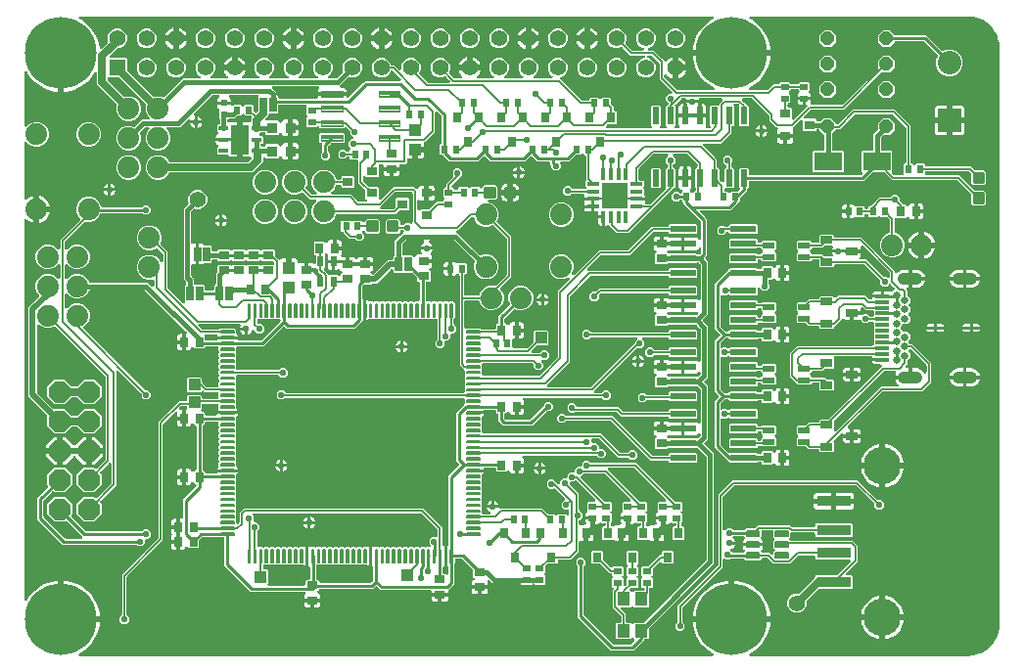
<source format=gbr>
G04 EAGLE Gerber RS-274X export*
G75*
%MOMM*%
%FSLAX34Y34*%
%LPD*%
%INTop Copper*%
%IPPOS*%
%AMOC8*
5,1,8,0,0,1.08239X$1,22.5*%
G01*
%ADD10R,0.600000X0.700000*%
%ADD11R,0.508000X0.965200*%
%ADD12R,0.900000X0.700000*%
%ADD13R,0.700000X0.900000*%
%ADD14R,1.000000X1.100000*%
%ADD15R,2.200000X0.600000*%
%ADD16R,1.050000X0.500000*%
%ADD17R,1.000000X0.700000*%
%ADD18C,6.200000*%
%ADD19R,1.422400X1.422400*%
%ADD20C,1.422400*%
%ADD21R,0.600000X1.500000*%
%ADD22R,0.800000X0.900000*%
%ADD23R,0.535100X0.644000*%
%ADD24P,2.034460X8X112.500000*%
%ADD25C,1.879600*%
%ADD26R,1.100000X1.150000*%
%ADD27R,0.700000X0.600000*%
%ADD28C,3.235963*%
%ADD29R,3.000000X0.900000*%
%ADD30C,0.145000*%
%ADD31C,0.159000*%
%ADD32C,1.050000*%
%ADD33R,1.200000X0.300000*%
%ADD34C,0.653200*%
%ADD35R,1.000000X0.200000*%
%ADD36R,2.032000X2.032000*%
%ADD37C,2.032000*%
%ADD38R,2.392000X1.565300*%
%ADD39P,1.288044X8X112.500000*%
%ADD40R,0.900000X0.800000*%
%ADD41R,0.644000X0.535100*%
%ADD42C,0.300000*%
%ADD43R,0.840000X0.420000*%
%ADD44R,1.600000X2.500000*%
%ADD45R,0.920900X0.970200*%
%ADD46R,0.629100X0.560000*%
%ADD47R,0.635000X1.270000*%
%ADD48R,1.050000X0.340000*%
%ADD49R,0.340000X1.050000*%
%ADD50R,2.160000X2.160000*%
%ADD51C,0.403200*%
%ADD52R,1.000000X1.000000*%
%ADD53C,0.120378*%
%ADD54C,0.553200*%
%ADD55C,0.254000*%
%ADD56C,0.152400*%
%ADD57C,0.381000*%
%ADD58C,1.400000*%
%ADD59C,0.508000*%
%ADD60C,0.635000*%

G36*
X602653Y30482D02*
X602653Y30482D01*
X602660Y30481D01*
X602810Y30501D01*
X602961Y30521D01*
X602968Y30523D01*
X602975Y30524D01*
X603115Y30582D01*
X603257Y30638D01*
X603263Y30642D01*
X603270Y30645D01*
X603391Y30735D01*
X603514Y30824D01*
X603519Y30830D01*
X603525Y30835D01*
X603620Y30952D01*
X603717Y31069D01*
X603720Y31076D01*
X603725Y31082D01*
X603788Y31220D01*
X603853Y31357D01*
X603854Y31364D01*
X603857Y31371D01*
X603884Y31520D01*
X603912Y31669D01*
X603912Y31677D01*
X603913Y31684D01*
X603902Y31836D01*
X603893Y31987D01*
X603890Y31994D01*
X603890Y32001D01*
X603841Y32146D01*
X603795Y32289D01*
X603791Y32296D01*
X603788Y32303D01*
X603705Y32430D01*
X603624Y32558D01*
X603619Y32563D01*
X603615Y32569D01*
X603504Y32671D01*
X603393Y32776D01*
X603386Y32780D01*
X603381Y32785D01*
X603244Y32869D01*
X601996Y33536D01*
X599256Y35367D01*
X596708Y37458D01*
X594378Y39788D01*
X592287Y42336D01*
X590456Y45076D01*
X588903Y47982D01*
X587642Y51027D01*
X586685Y54180D01*
X586042Y57413D01*
X585807Y59801D01*
X617990Y59801D01*
X618108Y59816D01*
X618227Y59823D01*
X618265Y59836D01*
X618305Y59841D01*
X618416Y59884D01*
X618529Y59921D01*
X618563Y59943D01*
X618601Y59958D01*
X618697Y60028D01*
X618798Y60091D01*
X618826Y60121D01*
X618858Y60144D01*
X618934Y60236D01*
X619016Y60323D01*
X619035Y60358D01*
X619061Y60389D01*
X619112Y60497D01*
X619169Y60601D01*
X619180Y60641D01*
X619197Y60677D01*
X619219Y60794D01*
X619249Y60909D01*
X619253Y60970D01*
X619257Y60990D01*
X619255Y61010D01*
X619259Y61070D01*
X619259Y62341D01*
X619261Y62341D01*
X619261Y61070D01*
X619276Y60952D01*
X619283Y60833D01*
X619296Y60795D01*
X619301Y60754D01*
X619345Y60644D01*
X619381Y60531D01*
X619403Y60496D01*
X619418Y60459D01*
X619488Y60362D01*
X619551Y60262D01*
X619581Y60234D01*
X619605Y60201D01*
X619696Y60126D01*
X619783Y60044D01*
X619818Y60024D01*
X619850Y59999D01*
X619957Y59948D01*
X620062Y59890D01*
X620101Y59880D01*
X620137Y59863D01*
X620254Y59841D01*
X620369Y59811D01*
X620430Y59807D01*
X620450Y59803D01*
X620470Y59805D01*
X620530Y59801D01*
X652713Y59801D01*
X652478Y57413D01*
X651835Y54180D01*
X650878Y51027D01*
X649617Y47982D01*
X648064Y45076D01*
X646233Y42336D01*
X644142Y39788D01*
X641812Y37458D01*
X639264Y35367D01*
X636524Y33536D01*
X635276Y32869D01*
X635270Y32865D01*
X635263Y32862D01*
X635140Y32773D01*
X635017Y32685D01*
X635012Y32680D01*
X635006Y32676D01*
X634909Y32558D01*
X634811Y32443D01*
X634808Y32436D01*
X634803Y32431D01*
X634739Y32294D01*
X634672Y32157D01*
X634671Y32149D01*
X634667Y32143D01*
X634639Y31993D01*
X634609Y31845D01*
X634609Y31838D01*
X634608Y31830D01*
X634617Y31680D01*
X634625Y31528D01*
X634627Y31520D01*
X634627Y31513D01*
X634674Y31370D01*
X634719Y31224D01*
X634723Y31218D01*
X634725Y31211D01*
X634807Y31082D01*
X634886Y30953D01*
X634892Y30948D01*
X634896Y30942D01*
X635006Y30838D01*
X635115Y30733D01*
X635122Y30729D01*
X635127Y30724D01*
X635260Y30651D01*
X635392Y30576D01*
X635399Y30574D01*
X635406Y30570D01*
X635552Y30533D01*
X635699Y30493D01*
X635707Y30493D01*
X635714Y30491D01*
X635874Y30481D01*
X824139Y30481D01*
X824160Y30483D01*
X824248Y30485D01*
X827629Y30776D01*
X827672Y30786D01*
X827716Y30787D01*
X827874Y30822D01*
X834403Y32715D01*
X834482Y32749D01*
X834564Y32774D01*
X834685Y32837D01*
X834695Y32841D01*
X834698Y32844D01*
X834706Y32848D01*
X840523Y36367D01*
X840590Y36420D01*
X840663Y36465D01*
X840764Y36557D01*
X840773Y36564D01*
X840775Y36568D01*
X840782Y36574D01*
X845490Y41478D01*
X845541Y41547D01*
X845600Y41609D01*
X845673Y41724D01*
X845680Y41733D01*
X845681Y41737D01*
X845686Y41745D01*
X848964Y47700D01*
X848996Y47780D01*
X849037Y47855D01*
X849078Y47986D01*
X849082Y47996D01*
X849082Y48000D01*
X849085Y48009D01*
X850710Y54610D01*
X850715Y54654D01*
X850728Y54696D01*
X850746Y54856D01*
X850898Y58236D01*
X850897Y58252D01*
X850899Y58293D01*
X850899Y58369D01*
X850898Y58377D01*
X850899Y58395D01*
X850863Y60183D01*
X850867Y60219D01*
X850889Y60303D01*
X850898Y60438D01*
X850899Y60449D01*
X850899Y60454D01*
X850899Y60464D01*
X850899Y557530D01*
X850897Y557552D01*
X850895Y557630D01*
X850583Y561603D01*
X850569Y561671D01*
X850564Y561740D01*
X850524Y561896D01*
X848069Y569454D01*
X848018Y569561D01*
X847975Y569671D01*
X847942Y569723D01*
X847933Y569741D01*
X847920Y569757D01*
X847888Y569807D01*
X843217Y576237D01*
X843136Y576323D01*
X843061Y576415D01*
X843014Y576453D01*
X843000Y576468D01*
X842983Y576479D01*
X842937Y576517D01*
X836507Y581188D01*
X836403Y581246D01*
X836303Y581309D01*
X836247Y581332D01*
X836229Y581342D01*
X836209Y581347D01*
X836154Y581369D01*
X828596Y583824D01*
X828528Y583837D01*
X828462Y583860D01*
X828303Y583883D01*
X824330Y584195D01*
X824308Y584194D01*
X824230Y584199D01*
X635874Y584199D01*
X635867Y584198D01*
X635860Y584199D01*
X635710Y584179D01*
X635559Y584159D01*
X635552Y584157D01*
X635545Y584156D01*
X635405Y584098D01*
X635263Y584042D01*
X635257Y584038D01*
X635250Y584035D01*
X635129Y583945D01*
X635006Y583856D01*
X635001Y583850D01*
X634995Y583845D01*
X634900Y583728D01*
X634803Y583611D01*
X634800Y583604D01*
X634795Y583598D01*
X634732Y583460D01*
X634667Y583323D01*
X634666Y583316D01*
X634663Y583309D01*
X634636Y583160D01*
X634608Y583011D01*
X634608Y583003D01*
X634607Y582996D01*
X634618Y582844D01*
X634627Y582693D01*
X634630Y582686D01*
X634630Y582679D01*
X634679Y582534D01*
X634725Y582391D01*
X634729Y582384D01*
X634732Y582377D01*
X634815Y582249D01*
X634896Y582122D01*
X634901Y582117D01*
X634905Y582111D01*
X635016Y582009D01*
X635127Y581904D01*
X635134Y581900D01*
X635139Y581895D01*
X635276Y581811D01*
X636524Y581144D01*
X639264Y579313D01*
X641812Y577222D01*
X644142Y574892D01*
X646233Y572344D01*
X648064Y569604D01*
X649617Y566698D01*
X650878Y563653D01*
X651835Y560500D01*
X652478Y557267D01*
X652713Y554879D01*
X620530Y554879D01*
X620412Y554864D01*
X620293Y554857D01*
X620255Y554844D01*
X620215Y554839D01*
X620104Y554796D01*
X619991Y554759D01*
X619957Y554737D01*
X619919Y554722D01*
X619823Y554652D01*
X619722Y554589D01*
X619694Y554559D01*
X619662Y554535D01*
X619586Y554444D01*
X619504Y554357D01*
X619485Y554322D01*
X619459Y554291D01*
X619408Y554183D01*
X619351Y554079D01*
X619340Y554039D01*
X619323Y554003D01*
X619301Y553886D01*
X619271Y553771D01*
X619267Y553710D01*
X619263Y553690D01*
X619265Y553670D01*
X619261Y553610D01*
X619261Y551070D01*
X619276Y550952D01*
X619283Y550833D01*
X619296Y550795D01*
X619301Y550754D01*
X619345Y550644D01*
X619381Y550531D01*
X619403Y550496D01*
X619418Y550459D01*
X619488Y550363D01*
X619551Y550262D01*
X619581Y550234D01*
X619605Y550201D01*
X619696Y550126D01*
X619783Y550044D01*
X619818Y550024D01*
X619850Y549999D01*
X619957Y549948D01*
X620062Y549890D01*
X620101Y549880D01*
X620137Y549863D01*
X620254Y549841D01*
X620369Y549811D01*
X620430Y549807D01*
X620450Y549803D01*
X620470Y549805D01*
X620530Y549801D01*
X652713Y549801D01*
X652478Y547413D01*
X651835Y544180D01*
X650878Y541027D01*
X649617Y537982D01*
X648064Y535076D01*
X646233Y532336D01*
X644142Y529788D01*
X641812Y527458D01*
X639264Y525367D01*
X636524Y523536D01*
X634737Y522581D01*
X634731Y522577D01*
X634724Y522574D01*
X634601Y522485D01*
X634478Y522397D01*
X634473Y522392D01*
X634467Y522388D01*
X634370Y522270D01*
X634272Y522155D01*
X634269Y522148D01*
X634264Y522143D01*
X634200Y522006D01*
X634133Y521869D01*
X634132Y521861D01*
X634129Y521855D01*
X634100Y521707D01*
X634070Y521557D01*
X634070Y521550D01*
X634069Y521542D01*
X634078Y521391D01*
X634086Y521240D01*
X634088Y521232D01*
X634089Y521225D01*
X634135Y521081D01*
X634181Y520936D01*
X634184Y520930D01*
X634187Y520923D01*
X634268Y520793D01*
X634348Y520665D01*
X634353Y520660D01*
X634357Y520654D01*
X634468Y520550D01*
X634577Y520445D01*
X634583Y520441D01*
X634588Y520436D01*
X634721Y520363D01*
X634853Y520288D01*
X634860Y520286D01*
X634867Y520282D01*
X635013Y520245D01*
X635160Y520205D01*
X635168Y520205D01*
X635175Y520203D01*
X635336Y520193D01*
X650142Y520193D01*
X650240Y520205D01*
X650339Y520208D01*
X650398Y520225D01*
X650458Y520233D01*
X650550Y520269D01*
X650645Y520297D01*
X650697Y520327D01*
X650753Y520350D01*
X650834Y520408D01*
X650919Y520458D01*
X650994Y520524D01*
X651011Y520536D01*
X651019Y520546D01*
X651040Y520564D01*
X655748Y525273D01*
X659720Y525273D01*
X659838Y525288D01*
X659957Y525295D01*
X659995Y525308D01*
X660036Y525313D01*
X660146Y525356D01*
X660259Y525393D01*
X660294Y525415D01*
X660331Y525430D01*
X660427Y525499D01*
X660528Y525563D01*
X660556Y525593D01*
X660589Y525616D01*
X660665Y525708D01*
X660746Y525795D01*
X660766Y525830D01*
X660791Y525861D01*
X660842Y525969D01*
X660900Y526073D01*
X660910Y526113D01*
X660927Y526149D01*
X660949Y526266D01*
X660979Y526381D01*
X660982Y526430D01*
X661734Y527181D01*
X669226Y527181D01*
X669985Y526422D01*
X669986Y526419D01*
X669993Y526300D01*
X670006Y526262D01*
X670011Y526221D01*
X670054Y526111D01*
X670091Y525998D01*
X670113Y525963D01*
X670128Y525926D01*
X670197Y525830D01*
X670261Y525729D01*
X670291Y525701D01*
X670314Y525668D01*
X670406Y525592D01*
X670493Y525511D01*
X670528Y525491D01*
X670559Y525466D01*
X670667Y525415D01*
X670771Y525357D01*
X670811Y525347D01*
X670847Y525330D01*
X670964Y525308D01*
X671079Y525278D01*
X671139Y525274D01*
X671159Y525270D01*
X671180Y525272D01*
X671240Y525268D01*
X676230Y525268D01*
X676348Y525283D01*
X676467Y525290D01*
X676505Y525303D01*
X676546Y525308D01*
X676656Y525351D01*
X676769Y525388D01*
X676804Y525410D01*
X676841Y525425D01*
X676937Y525494D01*
X677038Y525558D01*
X677066Y525588D01*
X677099Y525611D01*
X677175Y525703D01*
X677256Y525790D01*
X677276Y525825D01*
X677301Y525856D01*
X677352Y525964D01*
X677410Y526068D01*
X677420Y526108D01*
X677437Y526144D01*
X677459Y526261D01*
X677489Y526376D01*
X677492Y526430D01*
X678244Y527181D01*
X685736Y527181D01*
X686481Y526437D01*
X686481Y520033D01*
X686336Y519889D01*
X686259Y519789D01*
X686177Y519694D01*
X686162Y519664D01*
X686142Y519638D01*
X686091Y519522D01*
X686036Y519410D01*
X686029Y519377D01*
X686015Y519346D01*
X685995Y519221D01*
X685969Y519099D01*
X685971Y519065D01*
X685965Y519032D01*
X685977Y518906D01*
X685982Y518781D01*
X685992Y518749D01*
X685995Y518715D01*
X686038Y518597D01*
X686074Y518476D01*
X686091Y518447D01*
X686103Y518416D01*
X686173Y518312D01*
X686238Y518204D01*
X686262Y518181D01*
X686281Y518153D01*
X686376Y518069D01*
X686465Y517981D01*
X686506Y517954D01*
X686520Y517942D01*
X686539Y517932D01*
X686599Y517892D01*
X686770Y517794D01*
X687243Y517320D01*
X687578Y516741D01*
X687751Y516095D01*
X687751Y514422D01*
X682058Y514422D01*
X682017Y514417D01*
X682003Y514419D01*
X681982Y514418D01*
X681922Y514422D01*
X676229Y514422D01*
X676229Y516095D01*
X676402Y516741D01*
X676737Y517320D01*
X677210Y517794D01*
X677381Y517892D01*
X677481Y517968D01*
X677585Y518039D01*
X677607Y518064D01*
X677634Y518084D01*
X677712Y518183D01*
X677795Y518277D01*
X677811Y518307D01*
X677832Y518334D01*
X677883Y518448D01*
X677940Y518560D01*
X677947Y518593D01*
X677961Y518624D01*
X677982Y518748D01*
X678010Y518871D01*
X678009Y518904D01*
X678014Y518938D01*
X678004Y519063D01*
X678000Y519189D01*
X677991Y519221D01*
X677988Y519255D01*
X677946Y519373D01*
X677912Y519494D01*
X677894Y519523D01*
X677883Y519555D01*
X677814Y519660D01*
X677750Y519768D01*
X677718Y519805D01*
X677708Y519820D01*
X677692Y519834D01*
X677644Y519889D01*
X677485Y520048D01*
X677484Y520051D01*
X677477Y520170D01*
X677464Y520208D01*
X677459Y520249D01*
X677416Y520359D01*
X677379Y520472D01*
X677357Y520507D01*
X677342Y520544D01*
X677273Y520640D01*
X677209Y520741D01*
X677179Y520769D01*
X677156Y520802D01*
X677064Y520878D01*
X676977Y520959D01*
X676942Y520979D01*
X676911Y521004D01*
X676803Y521055D01*
X676699Y521113D01*
X676659Y521123D01*
X676623Y521140D01*
X676506Y521162D01*
X676391Y521192D01*
X676331Y521196D01*
X676311Y521200D01*
X676290Y521198D01*
X676230Y521202D01*
X671240Y521202D01*
X671122Y521187D01*
X671003Y521180D01*
X670965Y521167D01*
X670924Y521162D01*
X670814Y521119D01*
X670701Y521082D01*
X670666Y521060D01*
X670629Y521045D01*
X670533Y520976D01*
X670432Y520912D01*
X670404Y520882D01*
X670371Y520859D01*
X670295Y520767D01*
X670214Y520680D01*
X670194Y520645D01*
X670169Y520614D01*
X670118Y520506D01*
X670060Y520402D01*
X670050Y520362D01*
X670033Y520326D01*
X670011Y520209D01*
X669981Y520094D01*
X669978Y520040D01*
X668995Y519057D01*
X668922Y518963D01*
X668843Y518874D01*
X668825Y518838D01*
X668800Y518806D01*
X668753Y518697D01*
X668699Y518591D01*
X668690Y518552D01*
X668674Y518514D01*
X668655Y518397D01*
X668629Y518281D01*
X668630Y518240D01*
X668624Y518200D01*
X668635Y518082D01*
X668639Y517963D01*
X668650Y517924D01*
X668654Y517884D01*
X668694Y517772D01*
X668727Y517657D01*
X668748Y517622D01*
X668761Y517584D01*
X668828Y517486D01*
X668889Y517383D01*
X668928Y517338D01*
X668940Y517321D01*
X668955Y517308D01*
X668995Y517262D01*
X669971Y516287D01*
X669971Y509883D01*
X669226Y509139D01*
X668942Y509139D01*
X668824Y509124D01*
X668705Y509116D01*
X668667Y509104D01*
X668626Y509099D01*
X668516Y509055D01*
X668403Y509018D01*
X668368Y508997D01*
X668331Y508982D01*
X668234Y508912D01*
X668134Y508848D01*
X668106Y508819D01*
X668073Y508795D01*
X667997Y508703D01*
X667916Y508617D01*
X667896Y508581D01*
X667871Y508550D01*
X667820Y508442D01*
X667762Y508338D01*
X667752Y508299D01*
X667735Y508262D01*
X667713Y508146D01*
X667683Y508030D01*
X667679Y507970D01*
X667675Y507950D01*
X667677Y507930D01*
X667673Y507870D01*
X667673Y506260D01*
X667688Y506142D01*
X667695Y506023D01*
X667708Y505985D01*
X667713Y505944D01*
X667756Y505834D01*
X667793Y505721D01*
X667815Y505686D01*
X667830Y505649D01*
X667899Y505553D01*
X667963Y505452D01*
X667993Y505424D01*
X668016Y505391D01*
X668108Y505315D01*
X668195Y505234D01*
X668230Y505214D01*
X668261Y505189D01*
X668369Y505138D01*
X668473Y505080D01*
X668513Y505070D01*
X668549Y505053D01*
X668666Y505031D01*
X668781Y505001D01*
X668841Y504997D01*
X668861Y504993D01*
X668882Y504995D01*
X668942Y504991D01*
X670666Y504991D01*
X671411Y504246D01*
X671411Y495740D01*
X671428Y495602D01*
X671441Y495463D01*
X671448Y495444D01*
X671451Y495424D01*
X671502Y495295D01*
X671549Y495164D01*
X671560Y495147D01*
X671568Y495128D01*
X671649Y495016D01*
X671727Y494901D01*
X671743Y494888D01*
X671754Y494871D01*
X671862Y494782D01*
X671966Y494690D01*
X671984Y494681D01*
X671999Y494668D01*
X672125Y494609D01*
X672249Y494546D01*
X672269Y494541D01*
X672287Y494533D01*
X672423Y494507D01*
X672559Y494476D01*
X672580Y494477D01*
X672599Y494473D01*
X672738Y494482D01*
X672877Y494486D01*
X672897Y494491D01*
X672917Y494493D01*
X673049Y494536D01*
X673183Y494574D01*
X673200Y494585D01*
X673219Y494591D01*
X673337Y494665D01*
X673457Y494736D01*
X673478Y494754D01*
X673488Y494761D01*
X673502Y494776D01*
X673577Y494842D01*
X684437Y505702D01*
X684523Y505812D01*
X684611Y505919D01*
X684620Y505937D01*
X684632Y505953D01*
X684688Y506081D01*
X684747Y506207D01*
X684751Y506226D01*
X684759Y506245D01*
X684781Y506383D01*
X684807Y506519D01*
X684805Y506539D01*
X684808Y506559D01*
X684795Y506698D01*
X684787Y506836D01*
X684781Y506856D01*
X684779Y506876D01*
X684731Y507007D01*
X684689Y507139D01*
X684678Y507156D01*
X684671Y507175D01*
X684593Y507290D01*
X684519Y507408D01*
X684504Y507422D01*
X684492Y507438D01*
X684388Y507530D01*
X684287Y507626D01*
X684269Y507635D01*
X684254Y507649D01*
X684130Y507712D01*
X684008Y507779D01*
X683989Y507784D01*
X683971Y507793D01*
X683835Y507824D01*
X683701Y507859D01*
X683672Y507860D01*
X683660Y507863D01*
X683640Y507862D01*
X683540Y507869D01*
X683327Y507869D01*
X683327Y511748D01*
X687751Y511748D01*
X687751Y510075D01*
X687578Y509429D01*
X687559Y509397D01*
X687507Y509274D01*
X687451Y509155D01*
X687446Y509128D01*
X687436Y509104D01*
X687416Y508972D01*
X687391Y508842D01*
X687393Y508816D01*
X687389Y508789D01*
X687403Y508657D01*
X687411Y508525D01*
X687420Y508500D01*
X687422Y508473D01*
X687469Y508348D01*
X687509Y508223D01*
X687524Y508200D01*
X687533Y508175D01*
X687609Y508066D01*
X687679Y507954D01*
X687699Y507935D01*
X687714Y507913D01*
X687815Y507827D01*
X687911Y507736D01*
X687935Y507723D01*
X687955Y507705D01*
X688074Y507646D01*
X688190Y507582D01*
X688216Y507576D01*
X688240Y507564D01*
X688369Y507536D01*
X688497Y507503D01*
X688536Y507501D01*
X688551Y507497D01*
X688572Y507498D01*
X688658Y507493D01*
X714252Y507493D01*
X714350Y507505D01*
X714449Y507508D01*
X714508Y507525D01*
X714568Y507533D01*
X714660Y507569D01*
X714755Y507597D01*
X714807Y507627D01*
X714863Y507650D01*
X714944Y507708D01*
X715029Y507758D01*
X715104Y507824D01*
X715121Y507836D01*
X715129Y507846D01*
X715150Y507864D01*
X745669Y538384D01*
X745742Y538478D01*
X745821Y538567D01*
X745839Y538603D01*
X745864Y538635D01*
X745912Y538745D01*
X745966Y538851D01*
X745975Y538890D01*
X745991Y538927D01*
X746009Y539045D01*
X746035Y539161D01*
X746034Y539201D01*
X746040Y539241D01*
X746029Y539360D01*
X746026Y539479D01*
X746014Y539518D01*
X746011Y539558D01*
X745970Y539670D01*
X745937Y539784D01*
X745917Y539819D01*
X745903Y539857D01*
X745889Y539877D01*
X745889Y545941D01*
X750119Y550171D01*
X756101Y550171D01*
X760331Y545941D01*
X760331Y539959D01*
X756101Y535729D01*
X750030Y535729D01*
X749978Y535752D01*
X749872Y535806D01*
X749833Y535815D01*
X749796Y535831D01*
X749678Y535849D01*
X749562Y535875D01*
X749522Y535874D01*
X749482Y535880D01*
X749363Y535869D01*
X749244Y535866D01*
X749205Y535854D01*
X749165Y535851D01*
X749053Y535810D01*
X748939Y535777D01*
X748904Y535757D01*
X748866Y535743D01*
X748767Y535676D01*
X748665Y535616D01*
X748620Y535576D01*
X748603Y535564D01*
X748589Y535549D01*
X748544Y535509D01*
X718024Y504990D01*
X716462Y503427D01*
X688438Y503427D01*
X688340Y503415D01*
X688241Y503412D01*
X688182Y503395D01*
X688122Y503387D01*
X688030Y503351D01*
X687935Y503323D01*
X687883Y503293D01*
X687827Y503270D01*
X687746Y503212D01*
X687661Y503162D01*
X687586Y503096D01*
X687569Y503084D01*
X687561Y503074D01*
X687540Y503056D01*
X682142Y497657D01*
X682057Y497548D01*
X681968Y497441D01*
X681960Y497422D01*
X681947Y497406D01*
X681892Y497278D01*
X681833Y497153D01*
X681829Y497133D01*
X681821Y497114D01*
X681799Y496976D01*
X681773Y496840D01*
X681774Y496820D01*
X681771Y496800D01*
X681784Y496661D01*
X681793Y496523D01*
X681799Y496504D01*
X681801Y496484D01*
X681848Y496352D01*
X681891Y496221D01*
X681902Y496203D01*
X681908Y496184D01*
X681987Y496069D01*
X682061Y495952D01*
X682076Y495938D01*
X682087Y495921D01*
X682191Y495829D01*
X682293Y495734D01*
X682310Y495724D01*
X682325Y495711D01*
X682450Y495647D01*
X682571Y495580D01*
X682591Y495575D01*
X682609Y495566D01*
X682745Y495536D01*
X682879Y495501D01*
X682907Y495499D01*
X682919Y495496D01*
X682939Y495497D01*
X683040Y495491D01*
X691666Y495491D01*
X692411Y494746D01*
X692411Y494665D01*
X692426Y494547D01*
X692433Y494428D01*
X692446Y494390D01*
X692451Y494349D01*
X692494Y494239D01*
X692531Y494126D01*
X692553Y494091D01*
X692568Y494054D01*
X692637Y493958D01*
X692701Y493857D01*
X692731Y493829D01*
X692754Y493796D01*
X692846Y493720D01*
X692933Y493639D01*
X692968Y493619D01*
X692999Y493594D01*
X693107Y493543D01*
X693211Y493485D01*
X693251Y493475D01*
X693287Y493458D01*
X693404Y493436D01*
X693519Y493406D01*
X693579Y493402D01*
X693599Y493398D01*
X693620Y493400D01*
X693680Y493396D01*
X696018Y493396D01*
X696117Y493408D01*
X696216Y493411D01*
X696274Y493428D01*
X696334Y493436D01*
X696426Y493472D01*
X696521Y493500D01*
X696573Y493530D01*
X696630Y493553D01*
X696710Y493611D01*
X696795Y493661D01*
X696870Y493727D01*
X696887Y493739D01*
X696895Y493749D01*
X696916Y493767D01*
X699319Y496171D01*
X705301Y496171D01*
X709532Y491940D01*
X709548Y491812D01*
X709561Y491673D01*
X709568Y491654D01*
X709571Y491634D01*
X709622Y491505D01*
X709669Y491374D01*
X709680Y491357D01*
X709688Y491338D01*
X709769Y491226D01*
X709847Y491111D01*
X709863Y491097D01*
X709874Y491081D01*
X709982Y490992D01*
X710086Y490900D01*
X710104Y490891D01*
X710119Y490878D01*
X710245Y490819D01*
X710369Y490756D01*
X710389Y490751D01*
X710407Y490743D01*
X710543Y490717D01*
X710679Y490686D01*
X710700Y490687D01*
X710719Y490683D01*
X710858Y490692D01*
X710997Y490696D01*
X711017Y490701D01*
X711037Y490703D01*
X711169Y490746D01*
X711303Y490784D01*
X711320Y490795D01*
X711339Y490801D01*
X711457Y490875D01*
X711577Y490946D01*
X711598Y490964D01*
X711608Y490971D01*
X711622Y490986D01*
X711697Y491052D01*
X724328Y503683D01*
X760302Y503683D01*
X774198Y489787D01*
X774198Y457880D01*
X774213Y457762D01*
X774220Y457643D01*
X774233Y457605D01*
X774238Y457564D01*
X774281Y457454D01*
X774318Y457341D01*
X774340Y457306D01*
X774355Y457269D01*
X774424Y457173D01*
X774488Y457072D01*
X774518Y457044D01*
X774541Y457011D01*
X774633Y456935D01*
X774720Y456854D01*
X774755Y456834D01*
X774786Y456809D01*
X774894Y456758D01*
X774998Y456700D01*
X775038Y456690D01*
X775074Y456673D01*
X775191Y456651D01*
X775306Y456621D01*
X775360Y456618D01*
X776343Y455635D01*
X776437Y455562D01*
X776526Y455483D01*
X776562Y455465D01*
X776594Y455440D01*
X776703Y455393D01*
X776809Y455339D01*
X776848Y455330D01*
X776886Y455314D01*
X777003Y455295D01*
X777119Y455269D01*
X777160Y455270D01*
X777200Y455264D01*
X777318Y455275D01*
X777437Y455279D01*
X777476Y455290D01*
X777516Y455294D01*
X777628Y455334D01*
X777743Y455367D01*
X777778Y455388D01*
X777816Y455401D01*
X777914Y455468D01*
X778017Y455529D01*
X778062Y455568D01*
X778079Y455580D01*
X778092Y455595D01*
X778138Y455635D01*
X779113Y456611D01*
X785517Y456611D01*
X786261Y455866D01*
X786261Y455422D01*
X786276Y455304D01*
X786284Y455185D01*
X786296Y455147D01*
X786301Y455106D01*
X786345Y454996D01*
X786382Y454883D01*
X786403Y454848D01*
X786418Y454811D01*
X786488Y454715D01*
X786552Y454614D01*
X786581Y454586D01*
X786605Y454553D01*
X786697Y454477D01*
X786783Y454396D01*
X786819Y454376D01*
X786850Y454351D01*
X786958Y454300D01*
X787062Y454242D01*
X787101Y454232D01*
X787138Y454215D01*
X787254Y454193D01*
X787370Y454163D01*
X787430Y454159D01*
X787450Y454155D01*
X787470Y454157D01*
X787530Y454153D01*
X826222Y454153D01*
X829352Y451022D01*
X829430Y450962D01*
X829503Y450894D01*
X829556Y450865D01*
X829603Y450828D01*
X829694Y450788D01*
X829781Y450740D01*
X829840Y450725D01*
X829895Y450701D01*
X829993Y450686D01*
X830089Y450661D01*
X830189Y450655D01*
X830209Y450651D01*
X830222Y450653D01*
X830250Y450651D01*
X837768Y450651D01*
X839391Y449028D01*
X839391Y439732D01*
X837768Y438109D01*
X828472Y438109D01*
X826849Y439732D01*
X826849Y447250D01*
X826837Y447348D01*
X826834Y447448D01*
X826817Y447506D01*
X826809Y447566D01*
X826773Y447658D01*
X826745Y447753D01*
X826715Y447805D01*
X826692Y447862D01*
X826634Y447942D01*
X826584Y448027D01*
X826518Y448102D01*
X826506Y448119D01*
X826496Y448127D01*
X826478Y448148D01*
X824910Y449716D01*
X824831Y449776D01*
X824759Y449844D01*
X824706Y449873D01*
X824658Y449910D01*
X824568Y449950D01*
X824481Y449998D01*
X824422Y450013D01*
X824367Y450037D01*
X824269Y450052D01*
X824173Y450077D01*
X824073Y450083D01*
X824053Y450087D01*
X824040Y450085D01*
X824012Y450087D01*
X787530Y450087D01*
X787412Y450072D01*
X787294Y450065D01*
X787255Y450052D01*
X787215Y450047D01*
X787104Y450004D01*
X786991Y449967D01*
X786957Y449945D01*
X786919Y449930D01*
X786823Y449861D01*
X786722Y449797D01*
X786695Y449767D01*
X786662Y449744D01*
X786586Y449652D01*
X786504Y449565D01*
X786485Y449530D01*
X786459Y449499D01*
X786408Y449391D01*
X786351Y449287D01*
X786341Y449247D01*
X786324Y449211D01*
X786301Y449094D01*
X786271Y448979D01*
X786268Y448918D01*
X786264Y448899D01*
X786265Y448878D01*
X786261Y448818D01*
X786261Y448127D01*
X786244Y448019D01*
X786218Y447882D01*
X786219Y447862D01*
X786216Y447843D01*
X786229Y447704D01*
X786238Y447565D01*
X786244Y447546D01*
X786246Y447526D01*
X786293Y447394D01*
X786336Y447263D01*
X786346Y447246D01*
X786353Y447227D01*
X786431Y447111D01*
X786506Y446994D01*
X786520Y446980D01*
X786532Y446964D01*
X786636Y446871D01*
X786737Y446776D01*
X786755Y446766D01*
X786770Y446753D01*
X786894Y446690D01*
X787016Y446622D01*
X787035Y446617D01*
X787053Y446608D01*
X787189Y446578D01*
X787324Y446543D01*
X787352Y446541D01*
X787363Y446539D01*
X787384Y446539D01*
X787485Y446533D01*
X816302Y446533D01*
X829352Y433482D01*
X829431Y433422D01*
X829503Y433354D01*
X829556Y433325D01*
X829604Y433288D01*
X829694Y433248D01*
X829781Y433200D01*
X829840Y433185D01*
X829895Y433161D01*
X829993Y433146D01*
X830089Y433121D01*
X830189Y433115D01*
X830209Y433111D01*
X830222Y433113D01*
X830250Y433111D01*
X837768Y433111D01*
X839391Y431488D01*
X839391Y422192D01*
X837768Y420569D01*
X828472Y420569D01*
X826849Y422192D01*
X826849Y429710D01*
X826837Y429808D01*
X826834Y429907D01*
X826817Y429966D01*
X826809Y430026D01*
X826773Y430118D01*
X826745Y430213D01*
X826715Y430265D01*
X826692Y430321D01*
X826634Y430402D01*
X826584Y430487D01*
X826518Y430562D01*
X826506Y430579D01*
X826496Y430587D01*
X826478Y430608D01*
X814990Y442096D01*
X814911Y442156D01*
X814839Y442224D01*
X814786Y442253D01*
X814738Y442290D01*
X814648Y442330D01*
X814561Y442378D01*
X814502Y442393D01*
X814447Y442417D01*
X814349Y442432D01*
X814253Y442457D01*
X814153Y442463D01*
X814133Y442467D01*
X814120Y442465D01*
X814092Y442467D01*
X758107Y442467D01*
X751573Y449001D01*
X751495Y449062D01*
X751423Y449130D01*
X751370Y449159D01*
X751322Y449196D01*
X751231Y449235D01*
X751144Y449283D01*
X751086Y449298D01*
X751030Y449322D01*
X750932Y449338D01*
X750836Y449363D01*
X750736Y449369D01*
X750716Y449372D01*
X750704Y449371D01*
X750676Y449373D01*
X741782Y449373D01*
X741683Y449360D01*
X741584Y449357D01*
X741526Y449341D01*
X741466Y449333D01*
X741374Y449296D01*
X741279Y449269D01*
X741227Y449238D01*
X741170Y449216D01*
X741090Y449158D01*
X741005Y449107D01*
X740930Y449041D01*
X740913Y449029D01*
X740905Y449020D01*
X740884Y449001D01*
X733512Y441629D01*
X635460Y441629D01*
X635342Y441614D01*
X635223Y441607D01*
X635185Y441594D01*
X635144Y441589D01*
X635034Y441546D01*
X634921Y441509D01*
X634886Y441487D01*
X634849Y441472D01*
X634753Y441403D01*
X634652Y441339D01*
X634624Y441309D01*
X634591Y441286D01*
X634515Y441194D01*
X634434Y441107D01*
X634414Y441072D01*
X634389Y441041D01*
X634338Y440933D01*
X634280Y440829D01*
X634270Y440789D01*
X634253Y440753D01*
X634231Y440636D01*
X634201Y440521D01*
X634197Y440460D01*
X634193Y440441D01*
X634195Y440420D01*
X634191Y440360D01*
X634191Y436144D01*
X633401Y435354D01*
X633304Y435316D01*
X633191Y435279D01*
X633156Y435257D01*
X633119Y435242D01*
X633023Y435173D01*
X632922Y435109D01*
X632894Y435079D01*
X632861Y435056D01*
X632785Y434964D01*
X632704Y434877D01*
X632684Y434842D01*
X632659Y434811D01*
X632608Y434703D01*
X632550Y434599D01*
X632540Y434559D01*
X632523Y434523D01*
X632501Y434406D01*
X632471Y434291D01*
X632467Y434231D01*
X632463Y434211D01*
X632465Y434190D01*
X632464Y434189D01*
X632463Y434183D01*
X632464Y434176D01*
X632461Y434130D01*
X632461Y433288D01*
X626613Y427440D01*
X626552Y427362D01*
X626484Y427289D01*
X626455Y427236D01*
X626418Y427189D01*
X626379Y427098D01*
X626331Y427011D01*
X626316Y426952D01*
X626292Y426897D01*
X626276Y426799D01*
X626251Y426703D01*
X626245Y426603D01*
X626242Y426583D01*
X626243Y426570D01*
X626241Y426542D01*
X626241Y424244D01*
X625462Y423464D01*
X625423Y423459D01*
X625331Y423423D01*
X625235Y423395D01*
X625183Y423365D01*
X625127Y423342D01*
X625047Y423284D01*
X624961Y423234D01*
X624886Y423168D01*
X624870Y423156D01*
X624862Y423146D01*
X624841Y423128D01*
X622976Y421263D01*
X618272Y416559D01*
X593408Y416559D01*
X593271Y416542D01*
X593132Y416529D01*
X593113Y416522D01*
X593093Y416519D01*
X592964Y416468D01*
X592832Y416421D01*
X592816Y416410D01*
X592797Y416402D01*
X592684Y416321D01*
X592569Y416243D01*
X592556Y416227D01*
X592540Y416216D01*
X592451Y416108D01*
X592359Y416004D01*
X592350Y415986D01*
X592337Y415971D01*
X592277Y415845D01*
X592214Y415721D01*
X592210Y415701D01*
X592201Y415683D01*
X592175Y415547D01*
X592145Y415411D01*
X592145Y415390D01*
X592141Y415371D01*
X592150Y415232D01*
X592154Y415093D01*
X592160Y415073D01*
X592161Y415053D01*
X592204Y414921D01*
X592243Y414787D01*
X592253Y414770D01*
X592259Y414751D01*
X592334Y414633D01*
X592404Y414513D01*
X592423Y414492D01*
X592429Y414482D01*
X592444Y414468D01*
X592511Y414393D01*
X596311Y410592D01*
X598171Y408732D01*
X598171Y377408D01*
X596760Y375997D01*
X596687Y375902D01*
X596608Y375813D01*
X596590Y375777D01*
X596565Y375745D01*
X596517Y375636D01*
X596463Y375530D01*
X596454Y375491D01*
X596438Y375453D01*
X596420Y375336D01*
X596394Y375220D01*
X596395Y375179D01*
X596389Y375139D01*
X596400Y375021D01*
X596403Y374902D01*
X596415Y374863D01*
X596418Y374823D01*
X596459Y374710D01*
X596492Y374596D01*
X596512Y374562D01*
X596526Y374523D01*
X596593Y374425D01*
X596653Y374322D01*
X596693Y374277D01*
X596705Y374260D01*
X596720Y374247D01*
X596760Y374202D01*
X598806Y372155D01*
X598806Y326345D01*
X594669Y322207D01*
X594596Y322113D01*
X594517Y322024D01*
X594499Y321988D01*
X594474Y321956D01*
X594426Y321847D01*
X594372Y321741D01*
X594363Y321702D01*
X594347Y321664D01*
X594329Y321547D01*
X594303Y321431D01*
X594304Y321390D01*
X594298Y321350D01*
X594309Y321232D01*
X594312Y321113D01*
X594324Y321074D01*
X594327Y321034D01*
X594368Y320921D01*
X594401Y320807D01*
X594421Y320772D01*
X594435Y320734D01*
X594502Y320636D01*
X594562Y320533D01*
X594602Y320488D01*
X594614Y320471D01*
X594629Y320458D01*
X594669Y320412D01*
X598806Y316275D01*
X598806Y271735D01*
X595939Y268867D01*
X595866Y268773D01*
X595787Y268684D01*
X595769Y268648D01*
X595744Y268616D01*
X595696Y268507D01*
X595642Y268401D01*
X595633Y268362D01*
X595617Y268324D01*
X595599Y268206D01*
X595573Y268091D01*
X595574Y268050D01*
X595568Y268010D01*
X595579Y267892D01*
X595582Y267773D01*
X595594Y267734D01*
X595597Y267694D01*
X595638Y267581D01*
X595671Y267467D01*
X595691Y267432D01*
X595705Y267394D01*
X595772Y267296D01*
X595832Y267193D01*
X595872Y267148D01*
X595884Y267131D01*
X595899Y267118D01*
X595939Y267072D01*
X598806Y264205D01*
X598806Y218395D01*
X595939Y215527D01*
X595866Y215433D01*
X595787Y215344D01*
X595769Y215308D01*
X595744Y215276D01*
X595696Y215167D01*
X595642Y215061D01*
X595633Y215022D01*
X595617Y214984D01*
X595599Y214866D01*
X595573Y214751D01*
X595574Y214710D01*
X595568Y214670D01*
X595579Y214552D01*
X595582Y214433D01*
X595594Y214394D01*
X595597Y214354D01*
X595638Y214241D01*
X595671Y214127D01*
X595691Y214092D01*
X595705Y214054D01*
X595772Y213956D01*
X595832Y213853D01*
X595872Y213808D01*
X595884Y213791D01*
X595899Y213778D01*
X595939Y213732D01*
X603886Y205785D01*
X603886Y110785D01*
X548042Y54941D01*
X547982Y54863D01*
X547914Y54791D01*
X547885Y54738D01*
X547848Y54690D01*
X547808Y54599D01*
X547760Y54512D01*
X547745Y54454D01*
X547721Y54398D01*
X547706Y54300D01*
X547681Y54205D01*
X547675Y54104D01*
X547671Y54084D01*
X547673Y54072D01*
X547671Y54044D01*
X547671Y46014D01*
X546926Y45269D01*
X544688Y45269D01*
X544590Y45257D01*
X544491Y45254D01*
X544433Y45237D01*
X544373Y45229D01*
X544281Y45193D01*
X544185Y45165D01*
X544133Y45135D01*
X544077Y45112D01*
X543997Y45054D01*
X543912Y45004D01*
X543836Y44938D01*
X543820Y44926D01*
X543812Y44916D01*
X543791Y44898D01*
X534452Y35559D01*
X514568Y35559D01*
X486409Y63718D01*
X486409Y108066D01*
X486397Y108164D01*
X486394Y108263D01*
X486377Y108322D01*
X486369Y108382D01*
X486333Y108474D01*
X486305Y108569D01*
X486275Y108621D01*
X486252Y108677D01*
X486194Y108757D01*
X486144Y108843D01*
X486078Y108918D01*
X486066Y108935D01*
X486056Y108943D01*
X486038Y108964D01*
X484913Y110088D01*
X484913Y113432D01*
X487278Y115797D01*
X490622Y115797D01*
X492987Y113432D01*
X492987Y110088D01*
X491862Y108964D01*
X491802Y108885D01*
X491734Y108813D01*
X491705Y108760D01*
X491668Y108712D01*
X491628Y108621D01*
X491580Y108535D01*
X491565Y108476D01*
X491541Y108421D01*
X491526Y108323D01*
X491501Y108227D01*
X491495Y108127D01*
X491491Y108106D01*
X491493Y108094D01*
X491491Y108066D01*
X491491Y66348D01*
X491503Y66250D01*
X491506Y66151D01*
X491523Y66093D01*
X491531Y66033D01*
X491567Y65941D01*
X491595Y65845D01*
X491625Y65793D01*
X491648Y65737D01*
X491706Y65657D01*
X491756Y65572D01*
X491822Y65496D01*
X491834Y65480D01*
X491844Y65472D01*
X491862Y65451D01*
X516301Y41012D01*
X516379Y40952D01*
X516451Y40884D01*
X516504Y40855D01*
X516552Y40818D01*
X516643Y40778D01*
X516730Y40730D01*
X516788Y40715D01*
X516844Y40691D01*
X516942Y40676D01*
X517037Y40651D01*
X517138Y40645D01*
X517158Y40641D01*
X517170Y40643D01*
X517198Y40641D01*
X531822Y40641D01*
X531920Y40653D01*
X532019Y40656D01*
X532077Y40673D01*
X532137Y40681D01*
X532229Y40717D01*
X532325Y40745D01*
X532377Y40775D01*
X532433Y40798D01*
X532513Y40856D01*
X532598Y40906D01*
X532674Y40972D01*
X532690Y40984D01*
X532698Y40994D01*
X532719Y41012D01*
X535027Y43321D01*
X535100Y43415D01*
X535179Y43504D01*
X535197Y43540D01*
X535222Y43572D01*
X535270Y43681D01*
X535324Y43787D01*
X535333Y43826D01*
X535349Y43864D01*
X535367Y43982D01*
X535393Y44097D01*
X535392Y44138D01*
X535399Y44178D01*
X535387Y44296D01*
X535384Y44415D01*
X535372Y44454D01*
X535369Y44494D01*
X535328Y44606D01*
X535295Y44721D01*
X535275Y44756D01*
X535261Y44794D01*
X535194Y44892D01*
X535134Y44995D01*
X535094Y45040D01*
X535083Y45057D01*
X535067Y45070D01*
X535027Y45116D01*
X534297Y45845D01*
X534204Y45918D01*
X534114Y45997D01*
X534078Y46016D01*
X534046Y46040D01*
X533937Y46088D01*
X533831Y46142D01*
X533791Y46151D01*
X533754Y46167D01*
X533637Y46185D01*
X533521Y46211D01*
X533480Y46210D01*
X533440Y46217D01*
X533322Y46205D01*
X533203Y46202D01*
X533164Y46190D01*
X533124Y46187D01*
X533012Y46147D01*
X532897Y46113D01*
X532862Y46093D01*
X532824Y46079D01*
X532726Y46012D01*
X532623Y45952D01*
X532578Y45912D01*
X532561Y45901D01*
X532548Y45885D01*
X532502Y45845D01*
X531926Y45269D01*
X519874Y45269D01*
X519129Y46014D01*
X519129Y58566D01*
X519874Y59311D01*
X522598Y59311D01*
X522716Y59326D01*
X522835Y59333D01*
X522873Y59346D01*
X522914Y59351D01*
X523024Y59394D01*
X523137Y59431D01*
X523172Y59453D01*
X523209Y59468D01*
X523305Y59537D01*
X523406Y59601D01*
X523434Y59631D01*
X523467Y59654D01*
X523543Y59746D01*
X523624Y59833D01*
X523644Y59868D01*
X523669Y59899D01*
X523720Y60007D01*
X523778Y60111D01*
X523788Y60151D01*
X523805Y60187D01*
X523827Y60304D01*
X523857Y60419D01*
X523861Y60479D01*
X523865Y60499D01*
X523863Y60520D01*
X523867Y60580D01*
X523867Y64299D01*
X523855Y64397D01*
X523852Y64496D01*
X523835Y64554D01*
X523827Y64614D01*
X523791Y64706D01*
X523763Y64801D01*
X523733Y64853D01*
X523710Y64910D01*
X523652Y64990D01*
X523602Y65075D01*
X523536Y65151D01*
X523524Y65167D01*
X523514Y65175D01*
X523496Y65196D01*
X516335Y72356D01*
X516335Y87224D01*
X516890Y87778D01*
X516963Y87872D01*
X517042Y87961D01*
X517060Y87997D01*
X517085Y88029D01*
X517132Y88139D01*
X517186Y88245D01*
X517195Y88284D01*
X517211Y88321D01*
X517230Y88439D01*
X517256Y88555D01*
X517255Y88595D01*
X517261Y88635D01*
X517250Y88754D01*
X517246Y88873D01*
X517235Y88912D01*
X517231Y88952D01*
X517191Y89064D01*
X517158Y89178D01*
X517137Y89213D01*
X517123Y89251D01*
X517057Y89350D01*
X516996Y89452D01*
X516956Y89498D01*
X516945Y89514D01*
X516930Y89528D01*
X516890Y89573D01*
X515929Y90534D01*
X515929Y97586D01*
X516505Y98162D01*
X516578Y98256D01*
X516657Y98346D01*
X516676Y98382D01*
X516700Y98414D01*
X516748Y98523D01*
X516802Y98629D01*
X516811Y98668D01*
X516827Y98706D01*
X516845Y98823D01*
X516871Y98939D01*
X516870Y98980D01*
X516877Y99020D01*
X516865Y99138D01*
X516862Y99257D01*
X516851Y99296D01*
X516847Y99336D01*
X516806Y99449D01*
X516773Y99563D01*
X516753Y99597D01*
X516739Y99636D01*
X516672Y99734D01*
X516612Y99837D01*
X516572Y99882D01*
X516561Y99899D01*
X516545Y99912D01*
X516505Y99957D01*
X515929Y100534D01*
X515929Y100758D01*
X515914Y100876D01*
X515907Y100995D01*
X515894Y101033D01*
X515889Y101074D01*
X515846Y101184D01*
X515809Y101297D01*
X515787Y101332D01*
X515772Y101369D01*
X515703Y101465D01*
X515639Y101566D01*
X515609Y101594D01*
X515586Y101627D01*
X515494Y101703D01*
X515407Y101784D01*
X515372Y101804D01*
X515341Y101829D01*
X515233Y101880D01*
X515129Y101938D01*
X515089Y101948D01*
X515053Y101965D01*
X514936Y101987D01*
X514821Y102017D01*
X514761Y102021D01*
X514741Y102025D01*
X514720Y102023D01*
X514660Y102027D01*
X514018Y102027D01*
X506188Y109858D01*
X506109Y109918D01*
X506037Y109986D01*
X505984Y110015D01*
X505936Y110052D01*
X505846Y110092D01*
X505759Y110140D01*
X505700Y110155D01*
X505645Y110179D01*
X505547Y110194D01*
X505451Y110219D01*
X505351Y110225D01*
X505331Y110229D01*
X505318Y110227D01*
X505290Y110229D01*
X498394Y110229D01*
X497649Y110974D01*
X497649Y121026D01*
X498394Y121771D01*
X507446Y121771D01*
X508191Y121026D01*
X508191Y114130D01*
X508203Y114032D01*
X508206Y113933D01*
X508223Y113874D01*
X508231Y113814D01*
X508267Y113722D01*
X508295Y113627D01*
X508325Y113575D01*
X508348Y113519D01*
X508406Y113438D01*
X508456Y113353D01*
X508522Y113278D01*
X508534Y113261D01*
X508544Y113253D01*
X508562Y113232D01*
X514171Y107623D01*
X514265Y107550D01*
X514355Y107472D01*
X514391Y107453D01*
X514423Y107428D01*
X514532Y107381D01*
X514638Y107327D01*
X514677Y107318D01*
X514714Y107302D01*
X514832Y107283D01*
X514948Y107257D01*
X514988Y107259D01*
X515029Y107252D01*
X515147Y107263D01*
X515266Y107267D01*
X515305Y107278D01*
X515345Y107282D01*
X515457Y107322D01*
X515572Y107355D01*
X515606Y107376D01*
X515644Y107390D01*
X515743Y107457D01*
X515845Y107517D01*
X515891Y107557D01*
X515908Y107568D01*
X515921Y107584D01*
X515966Y107623D01*
X516674Y108331D01*
X524726Y108331D01*
X525471Y107586D01*
X525471Y100534D01*
X524895Y99957D01*
X524822Y99863D01*
X524743Y99774D01*
X524724Y99738D01*
X524700Y99706D01*
X524652Y99597D01*
X524598Y99491D01*
X524589Y99452D01*
X524573Y99414D01*
X524555Y99297D01*
X524529Y99181D01*
X524530Y99140D01*
X524523Y99100D01*
X524535Y98982D01*
X524538Y98863D01*
X524549Y98824D01*
X524553Y98784D01*
X524594Y98672D01*
X524627Y98557D01*
X524647Y98522D01*
X524661Y98484D01*
X524728Y98386D01*
X524788Y98283D01*
X524828Y98238D01*
X524839Y98221D01*
X524855Y98208D01*
X524895Y98162D01*
X525471Y97586D01*
X525471Y92070D01*
X525488Y91932D01*
X525501Y91793D01*
X525508Y91774D01*
X525511Y91754D01*
X525562Y91625D01*
X525609Y91494D01*
X525620Y91477D01*
X525628Y91458D01*
X525709Y91346D01*
X525787Y91231D01*
X525803Y91218D01*
X525814Y91201D01*
X525922Y91112D01*
X526026Y91020D01*
X526044Y91011D01*
X526059Y90998D01*
X526185Y90939D01*
X526309Y90876D01*
X526329Y90871D01*
X526347Y90863D01*
X526483Y90837D01*
X526619Y90806D01*
X526640Y90807D01*
X526659Y90803D01*
X526798Y90812D01*
X526937Y90816D01*
X526957Y90821D01*
X526977Y90823D01*
X527109Y90866D01*
X527243Y90904D01*
X527260Y90915D01*
X527279Y90921D01*
X527397Y90995D01*
X527517Y91066D01*
X527538Y91084D01*
X527548Y91091D01*
X527562Y91106D01*
X527637Y91172D01*
X528258Y91792D01*
X528318Y91870D01*
X528386Y91943D01*
X528411Y91988D01*
X528416Y91993D01*
X528419Y92000D01*
X528452Y92043D01*
X528492Y92134D01*
X528540Y92221D01*
X528555Y92280D01*
X528579Y92335D01*
X528594Y92433D01*
X528619Y92529D01*
X528625Y92629D01*
X528629Y92649D01*
X528627Y92662D01*
X528629Y92690D01*
X528629Y97586D01*
X529205Y98162D01*
X529278Y98256D01*
X529357Y98346D01*
X529376Y98382D01*
X529400Y98414D01*
X529448Y98523D01*
X529502Y98629D01*
X529511Y98668D01*
X529527Y98706D01*
X529545Y98823D01*
X529571Y98939D01*
X529570Y98980D01*
X529577Y99020D01*
X529565Y99138D01*
X529562Y99257D01*
X529551Y99296D01*
X529547Y99336D01*
X529506Y99449D01*
X529473Y99563D01*
X529453Y99597D01*
X529439Y99636D01*
X529372Y99734D01*
X529312Y99837D01*
X529272Y99882D01*
X529261Y99899D01*
X529245Y99912D01*
X529205Y99957D01*
X528629Y100534D01*
X528629Y107586D01*
X529175Y108132D01*
X529248Y108226D01*
X529327Y108316D01*
X529346Y108352D01*
X529370Y108384D01*
X529418Y108493D01*
X529472Y108599D01*
X529481Y108638D01*
X529497Y108676D01*
X529515Y108793D01*
X529541Y108909D01*
X529540Y108950D01*
X529547Y108990D01*
X529535Y109108D01*
X529532Y109227D01*
X529521Y109266D01*
X529517Y109306D01*
X529476Y109418D01*
X529443Y109533D01*
X529423Y109567D01*
X529409Y109606D01*
X529342Y109704D01*
X529282Y109807D01*
X529242Y109852D01*
X529231Y109869D01*
X529215Y109882D01*
X529175Y109927D01*
X528129Y110974D01*
X528129Y121026D01*
X528874Y121771D01*
X537926Y121771D01*
X538671Y121026D01*
X538671Y110974D01*
X537625Y109927D01*
X537552Y109833D01*
X537473Y109744D01*
X537454Y109708D01*
X537430Y109676D01*
X537382Y109567D01*
X537328Y109461D01*
X537319Y109422D01*
X537303Y109384D01*
X537285Y109267D01*
X537259Y109151D01*
X537260Y109110D01*
X537253Y109070D01*
X537265Y108952D01*
X537268Y108833D01*
X537279Y108794D01*
X537283Y108754D01*
X537324Y108642D01*
X537357Y108527D01*
X537377Y108492D01*
X537391Y108454D01*
X537458Y108356D01*
X537518Y108253D01*
X537558Y108208D01*
X537569Y108191D01*
X537585Y108178D01*
X537625Y108132D01*
X538171Y107586D01*
X538171Y100534D01*
X537595Y99957D01*
X537522Y99863D01*
X537443Y99774D01*
X537424Y99738D01*
X537400Y99706D01*
X537352Y99597D01*
X537298Y99491D01*
X537289Y99452D01*
X537273Y99414D01*
X537255Y99297D01*
X537229Y99181D01*
X537230Y99140D01*
X537223Y99100D01*
X537235Y98982D01*
X537238Y98863D01*
X537249Y98824D01*
X537253Y98784D01*
X537294Y98672D01*
X537327Y98557D01*
X537347Y98522D01*
X537361Y98484D01*
X537428Y98386D01*
X537488Y98283D01*
X537528Y98238D01*
X537539Y98221D01*
X537555Y98208D01*
X537595Y98162D01*
X538171Y97586D01*
X538171Y90534D01*
X537426Y89789D01*
X532530Y89789D01*
X532432Y89777D01*
X532332Y89774D01*
X532274Y89757D01*
X532214Y89749D01*
X532122Y89713D01*
X532027Y89685D01*
X531975Y89655D01*
X531918Y89632D01*
X531838Y89574D01*
X531753Y89524D01*
X531678Y89458D01*
X531661Y89446D01*
X531653Y89436D01*
X531632Y89418D01*
X531192Y88977D01*
X531107Y88868D01*
X531018Y88761D01*
X531010Y88742D01*
X530997Y88726D01*
X530942Y88598D01*
X530883Y88473D01*
X530879Y88453D01*
X530871Y88434D01*
X530849Y88296D01*
X530823Y88160D01*
X530824Y88140D01*
X530821Y88120D01*
X530834Y87981D01*
X530843Y87843D01*
X530849Y87824D01*
X530851Y87804D01*
X530898Y87672D01*
X530941Y87541D01*
X530952Y87523D01*
X530958Y87504D01*
X531037Y87389D01*
X531111Y87272D01*
X531126Y87258D01*
X531137Y87241D01*
X531241Y87149D01*
X531343Y87054D01*
X531360Y87044D01*
X531375Y87031D01*
X531499Y86967D01*
X531621Y86900D01*
X531641Y86895D01*
X531659Y86886D01*
X531795Y86856D01*
X531912Y86825D01*
X532503Y86235D01*
X532597Y86162D01*
X532686Y86083D01*
X532722Y86064D01*
X532754Y86040D01*
X532863Y85992D01*
X532969Y85938D01*
X533008Y85929D01*
X533046Y85913D01*
X533163Y85895D01*
X533279Y85869D01*
X533320Y85870D01*
X533360Y85863D01*
X533478Y85875D01*
X533597Y85878D01*
X533636Y85889D01*
X533676Y85893D01*
X533788Y85934D01*
X533903Y85967D01*
X533938Y85987D01*
X533976Y86001D01*
X534074Y86068D01*
X534177Y86128D01*
X534222Y86168D01*
X534239Y86179D01*
X534252Y86195D01*
X534298Y86235D01*
X534874Y86811D01*
X542798Y86811D01*
X542916Y86826D01*
X543035Y86833D01*
X543073Y86846D01*
X543114Y86851D01*
X543224Y86894D01*
X543337Y86931D01*
X543372Y86953D01*
X543409Y86968D01*
X543505Y87037D01*
X543606Y87101D01*
X543634Y87131D01*
X543667Y87154D01*
X543743Y87246D01*
X543824Y87333D01*
X543844Y87368D01*
X543869Y87399D01*
X543920Y87507D01*
X543978Y87611D01*
X543988Y87651D01*
X544005Y87687D01*
X544027Y87804D01*
X544057Y87919D01*
X544061Y87979D01*
X544065Y87999D01*
X544063Y88020D01*
X544067Y88080D01*
X544067Y88520D01*
X544052Y88638D01*
X544045Y88757D01*
X544032Y88795D01*
X544027Y88836D01*
X543984Y88946D01*
X543947Y89059D01*
X543925Y89094D01*
X543910Y89131D01*
X543841Y89227D01*
X543777Y89328D01*
X543747Y89356D01*
X543724Y89389D01*
X543632Y89465D01*
X543545Y89546D01*
X543510Y89566D01*
X543479Y89591D01*
X543371Y89642D01*
X543267Y89700D01*
X543227Y89710D01*
X543191Y89727D01*
X543074Y89749D01*
X542959Y89779D01*
X542899Y89783D01*
X542879Y89787D01*
X542858Y89785D01*
X542798Y89789D01*
X542074Y89789D01*
X541329Y90534D01*
X541329Y97586D01*
X541905Y98162D01*
X541978Y98256D01*
X542057Y98346D01*
X542076Y98382D01*
X542100Y98414D01*
X542148Y98523D01*
X542202Y98629D01*
X542211Y98668D01*
X542227Y98706D01*
X542245Y98823D01*
X542271Y98939D01*
X542270Y98980D01*
X542277Y99020D01*
X542265Y99138D01*
X542262Y99257D01*
X542251Y99296D01*
X542247Y99336D01*
X542206Y99449D01*
X542173Y99563D01*
X542153Y99597D01*
X542139Y99636D01*
X542072Y99734D01*
X542012Y99837D01*
X541972Y99882D01*
X541961Y99899D01*
X541945Y99912D01*
X541905Y99957D01*
X541329Y100534D01*
X541329Y107586D01*
X542074Y108331D01*
X546970Y108331D01*
X547068Y108343D01*
X547167Y108346D01*
X547226Y108363D01*
X547286Y108371D01*
X547378Y108407D01*
X547473Y108435D01*
X547525Y108465D01*
X547581Y108488D01*
X547662Y108546D01*
X547747Y108596D01*
X547822Y108662D01*
X547839Y108674D01*
X547847Y108684D01*
X547868Y108702D01*
X557198Y118033D01*
X557340Y118033D01*
X557458Y118048D01*
X557577Y118055D01*
X557615Y118068D01*
X557656Y118073D01*
X557766Y118116D01*
X557879Y118153D01*
X557914Y118175D01*
X557951Y118190D01*
X558047Y118259D01*
X558148Y118323D01*
X558176Y118353D01*
X558209Y118376D01*
X558285Y118468D01*
X558366Y118555D01*
X558386Y118590D01*
X558411Y118621D01*
X558462Y118729D01*
X558520Y118833D01*
X558530Y118873D01*
X558547Y118909D01*
X558569Y119026D01*
X558599Y119141D01*
X558603Y119201D01*
X558607Y119221D01*
X558605Y119241D01*
X558607Y119248D01*
X558606Y119255D01*
X558609Y119302D01*
X558609Y121026D01*
X559354Y121771D01*
X568406Y121771D01*
X569151Y121026D01*
X569151Y110974D01*
X568406Y110229D01*
X559354Y110229D01*
X558525Y111058D01*
X558518Y111075D01*
X558471Y111206D01*
X558460Y111223D01*
X558452Y111242D01*
X558371Y111354D01*
X558293Y111469D01*
X558277Y111482D01*
X558266Y111499D01*
X558158Y111588D01*
X558054Y111680D01*
X558036Y111689D01*
X558021Y111702D01*
X557895Y111761D01*
X557771Y111824D01*
X557751Y111829D01*
X557733Y111837D01*
X557597Y111863D01*
X557461Y111894D01*
X557440Y111893D01*
X557421Y111897D01*
X557282Y111888D01*
X557143Y111884D01*
X557123Y111879D01*
X557103Y111877D01*
X556971Y111834D01*
X556837Y111796D01*
X556820Y111785D01*
X556801Y111779D01*
X556683Y111705D01*
X556563Y111634D01*
X556542Y111616D01*
X556532Y111609D01*
X556518Y111594D01*
X556443Y111528D01*
X551242Y106328D01*
X551182Y106249D01*
X551114Y106177D01*
X551085Y106124D01*
X551048Y106076D01*
X551008Y105986D01*
X550960Y105899D01*
X550945Y105840D01*
X550921Y105785D01*
X550906Y105687D01*
X550881Y105591D01*
X550875Y105491D01*
X550871Y105471D01*
X550873Y105458D01*
X550871Y105430D01*
X550871Y100534D01*
X550295Y99957D01*
X550222Y99863D01*
X550143Y99774D01*
X550124Y99738D01*
X550100Y99706D01*
X550052Y99597D01*
X549998Y99491D01*
X549989Y99452D01*
X549973Y99414D01*
X549955Y99297D01*
X549929Y99181D01*
X549930Y99140D01*
X549923Y99100D01*
X549935Y98982D01*
X549938Y98863D01*
X549949Y98824D01*
X549953Y98784D01*
X549994Y98672D01*
X550027Y98557D01*
X550047Y98522D01*
X550061Y98484D01*
X550128Y98386D01*
X550188Y98283D01*
X550228Y98238D01*
X550239Y98221D01*
X550255Y98208D01*
X550295Y98162D01*
X550871Y97586D01*
X550871Y90534D01*
X550126Y89789D01*
X549402Y89789D01*
X549284Y89774D01*
X549165Y89767D01*
X549127Y89754D01*
X549086Y89749D01*
X548976Y89706D01*
X548863Y89669D01*
X548828Y89647D01*
X548791Y89632D01*
X548695Y89563D01*
X548594Y89499D01*
X548566Y89469D01*
X548533Y89446D01*
X548457Y89354D01*
X548376Y89267D01*
X548356Y89232D01*
X548331Y89201D01*
X548280Y89093D01*
X548222Y88989D01*
X548212Y88949D01*
X548195Y88913D01*
X548173Y88796D01*
X548143Y88681D01*
X548139Y88621D01*
X548135Y88601D01*
X548137Y88580D01*
X548133Y88520D01*
X548133Y84148D01*
X548042Y84058D01*
X547982Y83979D01*
X547914Y83907D01*
X547885Y83854D01*
X547848Y83806D01*
X547808Y83716D01*
X547760Y83629D01*
X547745Y83570D01*
X547721Y83515D01*
X547706Y83417D01*
X547681Y83321D01*
X547675Y83221D01*
X547671Y83201D01*
X547673Y83188D01*
X547671Y83160D01*
X547671Y73514D01*
X546926Y72769D01*
X534874Y72769D01*
X534298Y73345D01*
X534204Y73418D01*
X534114Y73497D01*
X534078Y73516D01*
X534046Y73540D01*
X533937Y73588D01*
X533831Y73642D01*
X533792Y73651D01*
X533754Y73667D01*
X533637Y73685D01*
X533521Y73711D01*
X533480Y73710D01*
X533440Y73717D01*
X533322Y73705D01*
X533203Y73702D01*
X533164Y73691D01*
X533124Y73687D01*
X533011Y73646D01*
X532897Y73613D01*
X532863Y73593D01*
X532824Y73579D01*
X532726Y73512D01*
X532623Y73452D01*
X532578Y73412D01*
X532561Y73401D01*
X532548Y73385D01*
X532503Y73345D01*
X531926Y72769D01*
X524736Y72769D01*
X524598Y72752D01*
X524460Y72739D01*
X524441Y72732D01*
X524420Y72729D01*
X524291Y72678D01*
X524160Y72631D01*
X524144Y72620D01*
X524125Y72612D01*
X524012Y72531D01*
X523897Y72453D01*
X523884Y72437D01*
X523867Y72426D01*
X523779Y72318D01*
X523687Y72214D01*
X523678Y72196D01*
X523665Y72181D01*
X523605Y72055D01*
X523542Y71931D01*
X523538Y71911D01*
X523529Y71893D01*
X523503Y71757D01*
X523472Y71621D01*
X523473Y71600D01*
X523469Y71581D01*
X523478Y71442D01*
X523482Y71303D01*
X523488Y71283D01*
X523489Y71263D01*
X523532Y71131D01*
X523571Y70997D01*
X523581Y70980D01*
X523587Y70961D01*
X523662Y70843D01*
X523732Y70723D01*
X523751Y70702D01*
X523757Y70692D01*
X523772Y70678D01*
X523838Y70603D01*
X527933Y66508D01*
X527933Y60580D01*
X527948Y60462D01*
X527955Y60343D01*
X527968Y60305D01*
X527973Y60264D01*
X528016Y60154D01*
X528053Y60041D01*
X528075Y60006D01*
X528090Y59969D01*
X528159Y59873D01*
X528223Y59772D01*
X528253Y59744D01*
X528276Y59711D01*
X528368Y59635D01*
X528455Y59554D01*
X528490Y59534D01*
X528521Y59509D01*
X528629Y59458D01*
X528733Y59400D01*
X528773Y59390D01*
X528809Y59373D01*
X528926Y59351D01*
X529041Y59321D01*
X529101Y59317D01*
X529121Y59313D01*
X529142Y59315D01*
X529202Y59311D01*
X531926Y59311D01*
X532502Y58735D01*
X532596Y58662D01*
X532611Y58647D01*
X532615Y58646D01*
X532686Y58583D01*
X532722Y58564D01*
X532754Y58540D01*
X532863Y58492D01*
X532969Y58438D01*
X533008Y58429D01*
X533046Y58413D01*
X533163Y58395D01*
X533279Y58369D01*
X533320Y58370D01*
X533360Y58363D01*
X533478Y58375D01*
X533597Y58378D01*
X533636Y58389D01*
X533676Y58393D01*
X533789Y58434D01*
X533903Y58467D01*
X533937Y58487D01*
X533976Y58501D01*
X534074Y58568D01*
X534177Y58628D01*
X534222Y58668D01*
X534239Y58679D01*
X534252Y58695D01*
X534297Y58735D01*
X534874Y59311D01*
X542904Y59311D01*
X543002Y59323D01*
X543101Y59326D01*
X543159Y59343D01*
X543219Y59351D01*
X543311Y59387D01*
X543407Y59415D01*
X543459Y59445D01*
X543515Y59468D01*
X543595Y59526D01*
X543680Y59576D01*
X543756Y59642D01*
X543772Y59654D01*
X543780Y59664D01*
X543801Y59682D01*
X597163Y113044D01*
X597223Y113122D01*
X597291Y113194D01*
X597320Y113247D01*
X597357Y113295D01*
X597397Y113386D01*
X597445Y113473D01*
X597460Y113531D01*
X597484Y113587D01*
X597499Y113685D01*
X597524Y113780D01*
X597530Y113881D01*
X597534Y113901D01*
X597532Y113913D01*
X597534Y113941D01*
X597534Y202629D01*
X597522Y202727D01*
X597519Y202826D01*
X597502Y202884D01*
X597494Y202944D01*
X597458Y203036D01*
X597430Y203132D01*
X597400Y203184D01*
X597377Y203240D01*
X597319Y203320D01*
X597269Y203405D01*
X597203Y203481D01*
X597191Y203497D01*
X597181Y203505D01*
X597163Y203526D01*
X590450Y210238D01*
X590356Y210311D01*
X590267Y210390D01*
X590231Y210409D01*
X590199Y210433D01*
X590090Y210481D01*
X589984Y210535D01*
X589945Y210544D01*
X589907Y210560D01*
X589790Y210578D01*
X589674Y210604D01*
X589633Y210603D01*
X589593Y210610D01*
X589475Y210598D01*
X589356Y210595D01*
X589317Y210583D01*
X589277Y210580D01*
X589164Y210539D01*
X589050Y210506D01*
X589015Y210486D01*
X588977Y210472D01*
X588879Y210405D01*
X588801Y210359D01*
X565575Y210359D01*
X565531Y210382D01*
X565492Y210391D01*
X565455Y210407D01*
X565337Y210425D01*
X565221Y210451D01*
X565180Y210450D01*
X565140Y210457D01*
X565022Y210445D01*
X564903Y210442D01*
X564864Y210431D01*
X564824Y210427D01*
X564712Y210386D01*
X564597Y210353D01*
X564563Y210333D01*
X564525Y210319D01*
X564426Y210252D01*
X564323Y210192D01*
X564278Y210152D01*
X564261Y210141D01*
X564248Y210125D01*
X564203Y210085D01*
X563826Y209709D01*
X553774Y209709D01*
X553029Y210454D01*
X553029Y218506D01*
X553986Y219463D01*
X554067Y219568D01*
X554152Y219669D01*
X554164Y219693D01*
X554181Y219714D01*
X554233Y219836D01*
X554291Y219955D01*
X554296Y219981D01*
X554307Y220006D01*
X554328Y220137D01*
X554354Y220266D01*
X554353Y220293D01*
X554357Y220320D01*
X554344Y220452D01*
X554338Y220584D01*
X554330Y220610D01*
X554327Y220637D01*
X554282Y220761D01*
X554243Y220888D01*
X554229Y220911D01*
X554219Y220936D01*
X554145Y221046D01*
X554075Y221158D01*
X554056Y221177D01*
X554041Y221199D01*
X553942Y221287D01*
X553846Y221378D01*
X553823Y221392D01*
X553802Y221410D01*
X553684Y221470D01*
X553569Y221535D01*
X553533Y221547D01*
X553519Y221554D01*
X553498Y221559D01*
X553417Y221586D01*
X553319Y221612D01*
X552740Y221947D01*
X552267Y222420D01*
X551932Y222999D01*
X551759Y223646D01*
X551759Y225731D01*
X558320Y225731D01*
X558438Y225746D01*
X558557Y225753D01*
X558595Y225765D01*
X558635Y225771D01*
X558746Y225814D01*
X558794Y225830D01*
X558812Y225820D01*
X558851Y225810D01*
X558887Y225793D01*
X559004Y225771D01*
X559120Y225741D01*
X559180Y225737D01*
X559200Y225733D01*
X559220Y225735D01*
X559280Y225731D01*
X562440Y225731D01*
X562558Y225746D01*
X562677Y225753D01*
X562715Y225765D01*
X562756Y225771D01*
X562866Y225814D01*
X562917Y225831D01*
X575751Y225831D01*
X575751Y221789D01*
X565916Y221789D01*
X565516Y221896D01*
X565418Y221910D01*
X565321Y221932D01*
X565261Y221931D01*
X565201Y221940D01*
X565102Y221928D01*
X565004Y221926D01*
X564945Y221910D01*
X564885Y221903D01*
X564793Y221868D01*
X564697Y221841D01*
X564607Y221796D01*
X564588Y221789D01*
X564578Y221782D01*
X564553Y221770D01*
X564281Y221612D01*
X564183Y221586D01*
X564061Y221536D01*
X563936Y221492D01*
X563914Y221476D01*
X563889Y221466D01*
X563783Y221387D01*
X563673Y221313D01*
X563655Y221293D01*
X563634Y221277D01*
X563550Y221174D01*
X563463Y221075D01*
X563450Y221050D01*
X563433Y221030D01*
X563378Y220909D01*
X563318Y220791D01*
X563312Y220765D01*
X563301Y220740D01*
X563277Y220610D01*
X563248Y220481D01*
X563249Y220454D01*
X563244Y220427D01*
X563254Y220296D01*
X563258Y220163D01*
X563265Y220137D01*
X563267Y220110D01*
X563310Y219985D01*
X563346Y219858D01*
X563360Y219834D01*
X563369Y219809D01*
X563441Y219698D01*
X563508Y219584D01*
X563533Y219555D01*
X563542Y219542D01*
X563558Y219527D01*
X563614Y219463D01*
X564053Y219025D01*
X564147Y218951D01*
X564236Y218873D01*
X564272Y218854D01*
X564304Y218830D01*
X564413Y218782D01*
X564519Y218728D01*
X564559Y218719D01*
X564596Y218703D01*
X564714Y218685D01*
X564829Y218659D01*
X564870Y218660D01*
X564910Y218653D01*
X565029Y218665D01*
X565147Y218668D01*
X565186Y218679D01*
X565226Y218683D01*
X565339Y218724D01*
X565453Y218757D01*
X565488Y218777D01*
X565526Y218791D01*
X565624Y218858D01*
X565697Y218901D01*
X588804Y218901D01*
X588839Y218870D01*
X588875Y218851D01*
X588907Y218827D01*
X589016Y218779D01*
X589122Y218725D01*
X589161Y218716D01*
X589199Y218700D01*
X589316Y218682D01*
X589432Y218656D01*
X589473Y218657D01*
X589513Y218651D01*
X589631Y218662D01*
X589750Y218665D01*
X589789Y218677D01*
X589829Y218680D01*
X589941Y218721D01*
X590056Y218754D01*
X590090Y218774D01*
X590129Y218788D01*
X590227Y218855D01*
X590330Y218915D01*
X590375Y218955D01*
X590392Y218966D01*
X590405Y218982D01*
X590450Y219022D01*
X592083Y220654D01*
X592143Y220732D01*
X592211Y220804D01*
X592240Y220857D01*
X592277Y220905D01*
X592317Y220996D01*
X592365Y221083D01*
X592380Y221141D01*
X592404Y221197D01*
X592419Y221295D01*
X592444Y221390D01*
X592450Y221491D01*
X592454Y221511D01*
X592452Y221523D01*
X592454Y221551D01*
X592454Y221877D01*
X592437Y222015D01*
X592424Y222153D01*
X592417Y222172D01*
X592414Y222192D01*
X592363Y222322D01*
X592316Y222453D01*
X592305Y222469D01*
X592297Y222488D01*
X592216Y222600D01*
X592138Y222716D01*
X592122Y222729D01*
X592111Y222745D01*
X592003Y222834D01*
X591899Y222926D01*
X591881Y222935D01*
X591866Y222948D01*
X591740Y223007D01*
X591616Y223071D01*
X591596Y223075D01*
X591578Y223084D01*
X591442Y223110D01*
X591306Y223140D01*
X591285Y223140D01*
X591266Y223144D01*
X591127Y223135D01*
X590988Y223131D01*
X590968Y223125D01*
X590948Y223124D01*
X590816Y223081D01*
X590682Y223042D01*
X590665Y223032D01*
X590646Y223026D01*
X590528Y222952D01*
X590408Y222881D01*
X590387Y222862D01*
X590377Y222856D01*
X590363Y222841D01*
X590287Y222774D01*
X589810Y222297D01*
X589231Y221962D01*
X588584Y221789D01*
X578749Y221789D01*
X578749Y227100D01*
X578734Y227218D01*
X578727Y227337D01*
X578725Y227344D01*
X578739Y227400D01*
X578743Y227460D01*
X578747Y227480D01*
X578745Y227500D01*
X578749Y227560D01*
X578749Y232871D01*
X588584Y232871D01*
X589231Y232698D01*
X589810Y232363D01*
X590287Y231886D01*
X590397Y231800D01*
X590504Y231712D01*
X590523Y231703D01*
X590539Y231691D01*
X590667Y231635D01*
X590792Y231576D01*
X590812Y231572D01*
X590831Y231564D01*
X590969Y231542D01*
X591105Y231516D01*
X591125Y231518D01*
X591145Y231514D01*
X591284Y231528D01*
X591422Y231536D01*
X591441Y231542D01*
X591461Y231544D01*
X591592Y231591D01*
X591724Y231634D01*
X591742Y231645D01*
X591761Y231652D01*
X591875Y231730D01*
X591993Y231804D01*
X592007Y231819D01*
X592024Y231830D01*
X592116Y231934D01*
X592211Y232036D01*
X592221Y232054D01*
X592234Y232069D01*
X592297Y232193D01*
X592365Y232314D01*
X592370Y232334D01*
X592379Y232352D01*
X592409Y232488D01*
X592444Y232622D01*
X592446Y232650D01*
X592449Y232662D01*
X592448Y232683D01*
X592454Y232783D01*
X592454Y261049D01*
X592442Y261147D01*
X592439Y261246D01*
X592422Y261304D01*
X592414Y261364D01*
X592378Y261456D01*
X592350Y261552D01*
X592320Y261604D01*
X592297Y261660D01*
X592239Y261740D01*
X592189Y261825D01*
X592123Y261901D01*
X592111Y261917D01*
X592101Y261925D01*
X592083Y261946D01*
X590450Y263578D01*
X590356Y263652D01*
X590267Y263730D01*
X590231Y263748D01*
X590199Y263773D01*
X590090Y263821D01*
X589984Y263875D01*
X589944Y263884D01*
X589907Y263900D01*
X589789Y263918D01*
X589674Y263944D01*
X589633Y263943D01*
X589593Y263950D01*
X589474Y263938D01*
X589356Y263935D01*
X589317Y263923D01*
X589277Y263920D01*
X589164Y263879D01*
X589050Y263846D01*
X589015Y263826D01*
X588977Y263812D01*
X588879Y263745D01*
X588801Y263699D01*
X565575Y263699D01*
X565531Y263722D01*
X565492Y263731D01*
X565455Y263747D01*
X565337Y263765D01*
X565221Y263791D01*
X565180Y263790D01*
X565140Y263797D01*
X565022Y263785D01*
X564903Y263782D01*
X564864Y263771D01*
X564824Y263767D01*
X564712Y263726D01*
X564597Y263693D01*
X564563Y263673D01*
X564525Y263659D01*
X564426Y263592D01*
X564323Y263532D01*
X564278Y263492D01*
X564261Y263481D01*
X564248Y263465D01*
X564203Y263425D01*
X563826Y263049D01*
X553774Y263049D01*
X553029Y263794D01*
X553029Y271846D01*
X553986Y272803D01*
X554067Y272907D01*
X554152Y273009D01*
X554164Y273033D01*
X554181Y273054D01*
X554233Y273176D01*
X554291Y273295D01*
X554296Y273321D01*
X554307Y273346D01*
X554328Y273477D01*
X554354Y273606D01*
X554353Y273633D01*
X554357Y273660D01*
X554344Y273792D01*
X554338Y273924D01*
X554330Y273950D01*
X554327Y273977D01*
X554282Y274101D01*
X554243Y274228D01*
X554229Y274251D01*
X554219Y274276D01*
X554145Y274386D01*
X554075Y274498D01*
X554056Y274517D01*
X554041Y274539D01*
X553942Y274627D01*
X553846Y274718D01*
X553823Y274732D01*
X553802Y274750D01*
X553684Y274810D01*
X553569Y274875D01*
X553533Y274887D01*
X553519Y274894D01*
X553498Y274899D01*
X553417Y274926D01*
X553319Y274952D01*
X552740Y275287D01*
X552267Y275760D01*
X551932Y276339D01*
X551759Y276986D01*
X551759Y279071D01*
X558320Y279071D01*
X558438Y279086D01*
X558557Y279093D01*
X558595Y279105D01*
X558635Y279111D01*
X558746Y279154D01*
X558794Y279170D01*
X558812Y279160D01*
X558851Y279150D01*
X558887Y279133D01*
X559004Y279111D01*
X559120Y279081D01*
X559180Y279077D01*
X559200Y279073D01*
X559220Y279075D01*
X559280Y279071D01*
X562440Y279071D01*
X562558Y279086D01*
X562677Y279093D01*
X562715Y279105D01*
X562756Y279111D01*
X562866Y279154D01*
X562917Y279171D01*
X575751Y279171D01*
X575751Y275129D01*
X565916Y275129D01*
X565516Y275236D01*
X565418Y275250D01*
X565321Y275273D01*
X565261Y275271D01*
X565201Y275280D01*
X565102Y275268D01*
X565003Y275266D01*
X564945Y275250D01*
X564885Y275243D01*
X564793Y275208D01*
X564697Y275181D01*
X564607Y275136D01*
X564588Y275129D01*
X564578Y275122D01*
X564553Y275110D01*
X564281Y274952D01*
X564183Y274926D01*
X564061Y274876D01*
X563936Y274832D01*
X563914Y274816D01*
X563889Y274806D01*
X563783Y274727D01*
X563673Y274653D01*
X563655Y274633D01*
X563634Y274617D01*
X563550Y274514D01*
X563463Y274415D01*
X563450Y274390D01*
X563433Y274370D01*
X563378Y274249D01*
X563318Y274131D01*
X563312Y274105D01*
X563301Y274080D01*
X563277Y273950D01*
X563248Y273821D01*
X563249Y273794D01*
X563244Y273767D01*
X563254Y273636D01*
X563258Y273503D01*
X563265Y273477D01*
X563267Y273450D01*
X563310Y273325D01*
X563346Y273198D01*
X563360Y273174D01*
X563369Y273149D01*
X563441Y273038D01*
X563508Y272924D01*
X563533Y272895D01*
X563542Y272882D01*
X563558Y272867D01*
X563614Y272803D01*
X564053Y272365D01*
X564147Y272291D01*
X564236Y272213D01*
X564272Y272194D01*
X564304Y272170D01*
X564413Y272122D01*
X564519Y272068D01*
X564559Y272059D01*
X564596Y272043D01*
X564714Y272025D01*
X564829Y271999D01*
X564870Y272000D01*
X564910Y271993D01*
X565029Y272005D01*
X565147Y272008D01*
X565186Y272019D01*
X565226Y272023D01*
X565339Y272064D01*
X565453Y272097D01*
X565488Y272117D01*
X565526Y272131D01*
X565624Y272198D01*
X565697Y272241D01*
X588804Y272241D01*
X588839Y272210D01*
X588875Y272191D01*
X588907Y272167D01*
X589016Y272119D01*
X589122Y272065D01*
X589161Y272056D01*
X589199Y272040D01*
X589316Y272022D01*
X589432Y271996D01*
X589473Y271997D01*
X589513Y271991D01*
X589631Y272002D01*
X589750Y272005D01*
X589789Y272017D01*
X589829Y272020D01*
X589941Y272061D01*
X590056Y272094D01*
X590090Y272114D01*
X590129Y272128D01*
X590227Y272195D01*
X590330Y272255D01*
X590375Y272295D01*
X590392Y272306D01*
X590405Y272322D01*
X590450Y272362D01*
X592083Y273994D01*
X592143Y274072D01*
X592211Y274144D01*
X592240Y274197D01*
X592277Y274245D01*
X592317Y274336D01*
X592365Y274423D01*
X592380Y274481D01*
X592404Y274537D01*
X592419Y274635D01*
X592444Y274730D01*
X592450Y274831D01*
X592454Y274851D01*
X592452Y274863D01*
X592454Y274891D01*
X592454Y275217D01*
X592437Y275355D01*
X592424Y275493D01*
X592417Y275512D01*
X592414Y275532D01*
X592363Y275662D01*
X592316Y275793D01*
X592305Y275809D01*
X592297Y275828D01*
X592216Y275940D01*
X592138Y276056D01*
X592122Y276069D01*
X592111Y276085D01*
X592003Y276174D01*
X591899Y276266D01*
X591881Y276275D01*
X591866Y276288D01*
X591740Y276347D01*
X591616Y276411D01*
X591596Y276415D01*
X591578Y276424D01*
X591442Y276450D01*
X591306Y276480D01*
X591285Y276480D01*
X591266Y276484D01*
X591127Y276475D01*
X590988Y276471D01*
X590968Y276465D01*
X590948Y276464D01*
X590816Y276421D01*
X590682Y276382D01*
X590665Y276372D01*
X590646Y276366D01*
X590528Y276292D01*
X590408Y276221D01*
X590387Y276202D01*
X590377Y276196D01*
X590363Y276181D01*
X590287Y276114D01*
X589810Y275637D01*
X589231Y275302D01*
X588584Y275129D01*
X578749Y275129D01*
X578749Y280440D01*
X578734Y280558D01*
X578727Y280677D01*
X578725Y280684D01*
X578739Y280740D01*
X578743Y280800D01*
X578747Y280820D01*
X578745Y280840D01*
X578749Y280900D01*
X578749Y286211D01*
X588584Y286211D01*
X589231Y286038D01*
X589810Y285703D01*
X590287Y285226D01*
X590397Y285140D01*
X590504Y285052D01*
X590523Y285043D01*
X590539Y285031D01*
X590667Y284975D01*
X590792Y284916D01*
X590812Y284912D01*
X590831Y284904D01*
X590969Y284882D01*
X591105Y284856D01*
X591125Y284858D01*
X591145Y284854D01*
X591284Y284868D01*
X591422Y284876D01*
X591441Y284882D01*
X591461Y284884D01*
X591592Y284931D01*
X591724Y284974D01*
X591742Y284985D01*
X591761Y284992D01*
X591875Y285070D01*
X591993Y285144D01*
X592007Y285159D01*
X592024Y285170D01*
X592116Y285274D01*
X592211Y285376D01*
X592221Y285394D01*
X592234Y285409D01*
X592297Y285533D01*
X592365Y285654D01*
X592370Y285674D01*
X592379Y285692D01*
X592409Y285828D01*
X592444Y285962D01*
X592446Y285990D01*
X592449Y286002D01*
X592448Y286023D01*
X592454Y286123D01*
X592454Y313119D01*
X592442Y313217D01*
X592439Y313316D01*
X592422Y313374D01*
X592414Y313434D01*
X592378Y313526D01*
X592350Y313622D01*
X592320Y313674D01*
X592297Y313730D01*
X592239Y313810D01*
X592189Y313895D01*
X592123Y313971D01*
X592111Y313987D01*
X592101Y313995D01*
X592083Y314016D01*
X589431Y316668D01*
X589353Y316728D01*
X589281Y316796D01*
X589228Y316825D01*
X589180Y316862D01*
X589089Y316902D01*
X589002Y316950D01*
X588944Y316965D01*
X588888Y316989D01*
X588790Y317004D01*
X588695Y317029D01*
X588594Y317035D01*
X588574Y317039D01*
X588562Y317037D01*
X588534Y317039D01*
X565575Y317039D01*
X565531Y317062D01*
X565492Y317071D01*
X565455Y317087D01*
X565337Y317105D01*
X565221Y317131D01*
X565180Y317130D01*
X565140Y317137D01*
X565022Y317125D01*
X564903Y317122D01*
X564864Y317111D01*
X564824Y317107D01*
X564712Y317066D01*
X564597Y317033D01*
X564563Y317013D01*
X564525Y316999D01*
X564426Y316932D01*
X564323Y316872D01*
X564278Y316832D01*
X564261Y316821D01*
X564248Y316805D01*
X564203Y316765D01*
X563826Y316389D01*
X553774Y316389D01*
X553029Y317134D01*
X553029Y325186D01*
X553986Y326143D01*
X554067Y326248D01*
X554152Y326349D01*
X554164Y326373D01*
X554181Y326394D01*
X554233Y326516D01*
X554291Y326635D01*
X554296Y326661D01*
X554307Y326686D01*
X554328Y326817D01*
X554354Y326946D01*
X554353Y326973D01*
X554357Y327000D01*
X554344Y327132D01*
X554338Y327264D01*
X554330Y327290D01*
X554327Y327317D01*
X554282Y327441D01*
X554243Y327568D01*
X554229Y327591D01*
X554219Y327616D01*
X554145Y327726D01*
X554075Y327838D01*
X554056Y327857D01*
X554041Y327879D01*
X553942Y327967D01*
X553846Y328058D01*
X553823Y328072D01*
X553802Y328090D01*
X553684Y328150D01*
X553569Y328215D01*
X553533Y328227D01*
X553519Y328234D01*
X553498Y328239D01*
X553417Y328266D01*
X553319Y328292D01*
X552740Y328627D01*
X552267Y329100D01*
X551932Y329679D01*
X551759Y330326D01*
X551759Y332411D01*
X558320Y332411D01*
X558438Y332426D01*
X558557Y332433D01*
X558595Y332445D01*
X558635Y332451D01*
X558746Y332494D01*
X558794Y332510D01*
X558812Y332500D01*
X558851Y332490D01*
X558887Y332473D01*
X559004Y332451D01*
X559120Y332421D01*
X559180Y332417D01*
X559200Y332413D01*
X559220Y332415D01*
X559280Y332411D01*
X562440Y332411D01*
X562558Y332426D01*
X562677Y332433D01*
X562715Y332445D01*
X562756Y332451D01*
X562866Y332494D01*
X562917Y332511D01*
X575751Y332511D01*
X575751Y328469D01*
X565916Y328469D01*
X565516Y328576D01*
X565418Y328590D01*
X565321Y328612D01*
X565261Y328611D01*
X565201Y328620D01*
X565102Y328608D01*
X565004Y328606D01*
X564945Y328590D01*
X564885Y328583D01*
X564793Y328548D01*
X564697Y328521D01*
X564607Y328476D01*
X564588Y328469D01*
X564578Y328462D01*
X564553Y328450D01*
X564281Y328292D01*
X564183Y328266D01*
X564061Y328216D01*
X563936Y328172D01*
X563914Y328156D01*
X563889Y328146D01*
X563783Y328067D01*
X563673Y327993D01*
X563655Y327973D01*
X563634Y327957D01*
X563550Y327854D01*
X563463Y327755D01*
X563450Y327730D01*
X563433Y327710D01*
X563378Y327589D01*
X563318Y327471D01*
X563312Y327445D01*
X563301Y327420D01*
X563277Y327290D01*
X563248Y327161D01*
X563249Y327134D01*
X563244Y327107D01*
X563254Y326976D01*
X563258Y326843D01*
X563265Y326817D01*
X563267Y326790D01*
X563310Y326665D01*
X563346Y326538D01*
X563360Y326514D01*
X563369Y326489D01*
X563441Y326378D01*
X563508Y326264D01*
X563533Y326235D01*
X563542Y326222D01*
X563558Y326207D01*
X563614Y326143D01*
X564053Y325705D01*
X564147Y325631D01*
X564236Y325553D01*
X564272Y325534D01*
X564304Y325510D01*
X564413Y325462D01*
X564519Y325408D01*
X564559Y325399D01*
X564596Y325383D01*
X564714Y325365D01*
X564829Y325339D01*
X564870Y325340D01*
X564910Y325333D01*
X565029Y325345D01*
X565147Y325348D01*
X565186Y325359D01*
X565226Y325363D01*
X565339Y325404D01*
X565453Y325437D01*
X565488Y325457D01*
X565526Y325471D01*
X565624Y325538D01*
X565697Y325581D01*
X588534Y325581D01*
X588632Y325593D01*
X588731Y325596D01*
X588789Y325613D01*
X588849Y325621D01*
X588941Y325657D01*
X589037Y325685D01*
X589089Y325715D01*
X589145Y325738D01*
X589225Y325796D01*
X589310Y325846D01*
X589386Y325912D01*
X589402Y325924D01*
X589410Y325934D01*
X589431Y325952D01*
X589830Y326351D01*
X589919Y326466D01*
X590011Y326579D01*
X590016Y326592D01*
X590025Y326602D01*
X590083Y326736D01*
X590143Y326869D01*
X590146Y326882D01*
X590151Y326894D01*
X590174Y327039D01*
X590200Y327182D01*
X590199Y327195D01*
X590201Y327208D01*
X590187Y327354D01*
X590177Y327499D01*
X590172Y327511D01*
X590171Y327525D01*
X590122Y327663D01*
X590075Y327800D01*
X590068Y327811D01*
X590064Y327824D01*
X589981Y327945D01*
X589902Y328067D01*
X589893Y328076D01*
X589885Y328087D01*
X589776Y328184D01*
X589668Y328282D01*
X589657Y328289D01*
X589646Y328298D01*
X589517Y328364D01*
X589388Y328433D01*
X589375Y328436D01*
X589363Y328442D01*
X589221Y328474D01*
X589080Y328509D01*
X589066Y328509D01*
X589053Y328512D01*
X588908Y328508D01*
X588761Y328506D01*
X588743Y328503D01*
X588735Y328502D01*
X588719Y328498D01*
X588604Y328474D01*
X588584Y328469D01*
X578749Y328469D01*
X578749Y333780D01*
X578734Y333898D01*
X578727Y334017D01*
X578725Y334024D01*
X578739Y334080D01*
X578743Y334140D01*
X578747Y334160D01*
X578745Y334180D01*
X578749Y334240D01*
X578749Y339551D01*
X588584Y339551D01*
X589231Y339378D01*
X589810Y339043D01*
X590287Y338566D01*
X590397Y338480D01*
X590504Y338392D01*
X590523Y338383D01*
X590539Y338371D01*
X590667Y338315D01*
X590792Y338256D01*
X590812Y338252D01*
X590831Y338244D01*
X590969Y338222D01*
X591105Y338196D01*
X591125Y338198D01*
X591145Y338194D01*
X591284Y338208D01*
X591422Y338216D01*
X591441Y338222D01*
X591461Y338224D01*
X591592Y338271D01*
X591724Y338314D01*
X591742Y338325D01*
X591761Y338332D01*
X591875Y338410D01*
X591993Y338484D01*
X592007Y338499D01*
X592024Y338510D01*
X592116Y338614D01*
X592211Y338716D01*
X592221Y338734D01*
X592234Y338749D01*
X592297Y338873D01*
X592365Y338994D01*
X592370Y339014D01*
X592379Y339032D01*
X592409Y339168D01*
X592444Y339302D01*
X592446Y339330D01*
X592449Y339342D01*
X592448Y339363D01*
X592454Y339463D01*
X592454Y368999D01*
X592442Y369097D01*
X592439Y369196D01*
X592422Y369254D01*
X592414Y369314D01*
X592378Y369406D01*
X592350Y369502D01*
X592320Y369554D01*
X592297Y369610D01*
X592239Y369690D01*
X592189Y369775D01*
X592123Y369851D01*
X592111Y369867D01*
X592101Y369875D01*
X592083Y369896D01*
X591085Y370893D01*
X590991Y370966D01*
X590902Y371045D01*
X590866Y371063D01*
X590834Y371088D01*
X590725Y371136D01*
X590619Y371190D01*
X590580Y371199D01*
X590542Y371215D01*
X590424Y371233D01*
X590309Y371259D01*
X590268Y371258D01*
X590228Y371265D01*
X590110Y371253D01*
X589991Y371250D01*
X589952Y371238D01*
X589912Y371235D01*
X589800Y371194D01*
X589685Y371161D01*
X589650Y371141D01*
X589612Y371127D01*
X589514Y371060D01*
X589411Y371000D01*
X589366Y370960D01*
X589349Y370949D01*
X589336Y370933D01*
X589290Y370893D01*
X588776Y370379D01*
X565575Y370379D01*
X565531Y370402D01*
X565492Y370411D01*
X565455Y370427D01*
X565337Y370445D01*
X565221Y370471D01*
X565180Y370470D01*
X565140Y370477D01*
X565022Y370465D01*
X564903Y370462D01*
X564864Y370451D01*
X564824Y370447D01*
X564712Y370406D01*
X564597Y370373D01*
X564563Y370353D01*
X564525Y370339D01*
X564426Y370272D01*
X564323Y370212D01*
X564278Y370172D01*
X564261Y370161D01*
X564248Y370145D01*
X564203Y370105D01*
X563826Y369729D01*
X553774Y369729D01*
X553029Y370474D01*
X553029Y378526D01*
X553986Y379483D01*
X554067Y379588D01*
X554152Y379689D01*
X554164Y379713D01*
X554181Y379734D01*
X554233Y379856D01*
X554291Y379975D01*
X554296Y380001D01*
X554307Y380026D01*
X554328Y380157D01*
X554354Y380286D01*
X554353Y380313D01*
X554357Y380340D01*
X554344Y380472D01*
X554338Y380604D01*
X554330Y380630D01*
X554327Y380657D01*
X554282Y380781D01*
X554243Y380908D01*
X554229Y380931D01*
X554219Y380956D01*
X554145Y381066D01*
X554075Y381178D01*
X554056Y381197D01*
X554041Y381219D01*
X553942Y381307D01*
X553846Y381398D01*
X553823Y381412D01*
X553802Y381430D01*
X553684Y381490D01*
X553569Y381555D01*
X553533Y381567D01*
X553519Y381574D01*
X553498Y381579D01*
X553417Y381606D01*
X553319Y381632D01*
X552740Y381967D01*
X552267Y382440D01*
X551932Y383019D01*
X551759Y383666D01*
X551759Y385751D01*
X558320Y385751D01*
X558438Y385766D01*
X558557Y385773D01*
X558595Y385785D01*
X558635Y385791D01*
X558746Y385834D01*
X558794Y385850D01*
X558812Y385840D01*
X558851Y385830D01*
X558887Y385813D01*
X559004Y385791D01*
X559120Y385761D01*
X559180Y385757D01*
X559200Y385753D01*
X559220Y385755D01*
X559280Y385751D01*
X562440Y385751D01*
X562558Y385766D01*
X562677Y385773D01*
X562715Y385785D01*
X562756Y385791D01*
X562866Y385834D01*
X562917Y385851D01*
X575751Y385851D01*
X575751Y381809D01*
X565916Y381809D01*
X565516Y381916D01*
X565418Y381930D01*
X565321Y381952D01*
X565261Y381951D01*
X565201Y381960D01*
X565102Y381948D01*
X565004Y381946D01*
X564945Y381930D01*
X564885Y381923D01*
X564793Y381888D01*
X564697Y381861D01*
X564607Y381816D01*
X564588Y381809D01*
X564578Y381802D01*
X564553Y381790D01*
X564281Y381632D01*
X564183Y381606D01*
X564061Y381556D01*
X563936Y381512D01*
X563914Y381496D01*
X563889Y381486D01*
X563783Y381407D01*
X563673Y381333D01*
X563655Y381313D01*
X563634Y381297D01*
X563550Y381194D01*
X563463Y381095D01*
X563450Y381070D01*
X563433Y381050D01*
X563378Y380929D01*
X563318Y380811D01*
X563312Y380785D01*
X563301Y380760D01*
X563277Y380630D01*
X563248Y380501D01*
X563249Y380474D01*
X563244Y380447D01*
X563254Y380315D01*
X563258Y380183D01*
X563265Y380157D01*
X563267Y380130D01*
X563310Y380004D01*
X563346Y379878D01*
X563360Y379854D01*
X563369Y379829D01*
X563441Y379718D01*
X563508Y379604D01*
X563533Y379575D01*
X563542Y379562D01*
X563558Y379547D01*
X563614Y379483D01*
X564053Y379045D01*
X564147Y378971D01*
X564236Y378893D01*
X564272Y378874D01*
X564304Y378850D01*
X564413Y378802D01*
X564519Y378748D01*
X564559Y378739D01*
X564596Y378723D01*
X564714Y378705D01*
X564829Y378679D01*
X564870Y378680D01*
X564910Y378673D01*
X565029Y378685D01*
X565147Y378688D01*
X565186Y378699D01*
X565226Y378703D01*
X565339Y378744D01*
X565453Y378777D01*
X565488Y378797D01*
X565526Y378811D01*
X565624Y378878D01*
X565697Y378921D01*
X588776Y378921D01*
X589500Y378198D01*
X589578Y378137D01*
X589650Y378069D01*
X589703Y378040D01*
X589751Y378003D01*
X589842Y377963D01*
X589928Y377915D01*
X589987Y377900D01*
X590043Y377876D01*
X590141Y377861D01*
X590236Y377836D01*
X590336Y377830D01*
X590357Y377826D01*
X590369Y377828D01*
X590397Y377826D01*
X590877Y377826D01*
X590975Y377838D01*
X591074Y377841D01*
X591132Y377858D01*
X591192Y377866D01*
X591284Y377902D01*
X591380Y377930D01*
X591432Y377960D01*
X591488Y377983D01*
X591568Y378041D01*
X591654Y378091D01*
X591729Y378157D01*
X591745Y378169D01*
X591753Y378179D01*
X591774Y378198D01*
X592718Y379141D01*
X592778Y379219D01*
X592846Y379291D01*
X592875Y379344D01*
X592912Y379392D01*
X592952Y379483D01*
X593000Y379570D01*
X593015Y379628D01*
X593039Y379684D01*
X593054Y379782D01*
X593079Y379877D01*
X593085Y379978D01*
X593089Y379998D01*
X593087Y380010D01*
X593089Y380038D01*
X593089Y382953D01*
X593070Y383104D01*
X593053Y383256D01*
X593050Y383262D01*
X593049Y383268D01*
X592994Y383410D01*
X592939Y383553D01*
X592935Y383558D01*
X592932Y383564D01*
X592843Y383688D01*
X592754Y383812D01*
X592749Y383816D01*
X592746Y383822D01*
X592627Y383919D01*
X592512Y384017D01*
X592506Y384020D01*
X592501Y384024D01*
X592363Y384089D01*
X592225Y384156D01*
X592219Y384157D01*
X592213Y384160D01*
X592065Y384188D01*
X591914Y384219D01*
X591907Y384218D01*
X591901Y384220D01*
X591749Y384210D01*
X591596Y384202D01*
X591590Y384200D01*
X591583Y384200D01*
X591439Y384153D01*
X591292Y384107D01*
X591287Y384104D01*
X591281Y384102D01*
X591151Y384020D01*
X591022Y383940D01*
X591018Y383935D01*
X591012Y383932D01*
X590906Y383819D01*
X590802Y383711D01*
X590799Y383705D01*
X590794Y383700D01*
X590720Y383566D01*
X590645Y383434D01*
X590643Y383425D01*
X590640Y383422D01*
X590638Y383411D01*
X590632Y383394D01*
X590283Y382790D01*
X589810Y382317D01*
X589231Y381982D01*
X588584Y381809D01*
X578749Y381809D01*
X578749Y387120D01*
X578734Y387238D01*
X578727Y387357D01*
X578725Y387364D01*
X578739Y387420D01*
X578743Y387480D01*
X578747Y387500D01*
X578745Y387520D01*
X578749Y387580D01*
X578749Y392891D01*
X588584Y392891D01*
X589231Y392718D01*
X589810Y392383D01*
X590283Y391910D01*
X590659Y391260D01*
X590708Y391136D01*
X590712Y391131D01*
X590714Y391124D01*
X590804Y391003D01*
X590894Y390878D01*
X590900Y390874D01*
X590903Y390869D01*
X591021Y390774D01*
X591139Y390676D01*
X591145Y390673D01*
X591151Y390669D01*
X591290Y390605D01*
X591427Y390540D01*
X591433Y390539D01*
X591440Y390536D01*
X591592Y390509D01*
X591740Y390480D01*
X591746Y390481D01*
X591753Y390480D01*
X591906Y390491D01*
X592057Y390500D01*
X592063Y390502D01*
X592070Y390503D01*
X592215Y390551D01*
X592359Y390598D01*
X592365Y390602D01*
X592371Y390604D01*
X592499Y390686D01*
X592628Y390768D01*
X592633Y390773D01*
X592638Y390777D01*
X592741Y390888D01*
X592846Y391000D01*
X592849Y391006D01*
X592854Y391011D01*
X592926Y391146D01*
X593000Y391278D01*
X593001Y391285D01*
X593004Y391291D01*
X593041Y391440D01*
X593079Y391586D01*
X593080Y391595D01*
X593081Y391599D01*
X593081Y391610D01*
X593089Y391747D01*
X593089Y406102D01*
X593077Y406200D01*
X593074Y406299D01*
X593057Y406357D01*
X593049Y406417D01*
X593013Y406509D01*
X592985Y406605D01*
X592955Y406657D01*
X592932Y406713D01*
X592874Y406793D01*
X592824Y406878D01*
X592758Y406954D01*
X592746Y406970D01*
X592736Y406978D01*
X592718Y406999D01*
X577854Y421863D01*
X577854Y422312D01*
X577842Y422411D01*
X577839Y422510D01*
X577822Y422568D01*
X577814Y422628D01*
X577778Y422720D01*
X577750Y422815D01*
X577720Y422867D01*
X577697Y422924D01*
X577639Y423004D01*
X577589Y423089D01*
X577523Y423164D01*
X577511Y423181D01*
X577501Y423189D01*
X577483Y423210D01*
X576438Y424255D01*
X576431Y424304D01*
X576418Y424442D01*
X576411Y424461D01*
X576409Y424481D01*
X576358Y424610D01*
X576311Y424741D01*
X576299Y424758D01*
X576292Y424777D01*
X576210Y424889D01*
X576132Y425005D01*
X576117Y425018D01*
X576105Y425034D01*
X575998Y425123D01*
X575894Y425215D01*
X575876Y425224D01*
X575860Y425237D01*
X575734Y425296D01*
X575610Y425360D01*
X575591Y425364D01*
X575572Y425373D01*
X575436Y425399D01*
X575300Y425429D01*
X575280Y425429D01*
X575260Y425432D01*
X575122Y425424D01*
X574982Y425420D01*
X574963Y425414D01*
X574943Y425413D01*
X574811Y425370D01*
X574677Y425331D01*
X574659Y425321D01*
X574640Y425315D01*
X574522Y425240D01*
X574403Y425170D01*
X574382Y425151D01*
X574371Y425144D01*
X574357Y425129D01*
X574282Y425063D01*
X573172Y423953D01*
X569828Y423953D01*
X567463Y426318D01*
X567463Y429662D01*
X569828Y432027D01*
X573172Y432027D01*
X574282Y430917D01*
X574392Y430832D01*
X574499Y430743D01*
X574517Y430734D01*
X574533Y430722D01*
X574661Y430667D01*
X574787Y430607D01*
X574806Y430604D01*
X574825Y430595D01*
X574963Y430574D01*
X575099Y430548D01*
X575119Y430549D01*
X575139Y430546D01*
X575278Y430559D01*
X575416Y430567D01*
X575436Y430574D01*
X575456Y430575D01*
X575587Y430623D01*
X575719Y430665D01*
X575736Y430676D01*
X575755Y430683D01*
X575870Y430761D01*
X575988Y430836D01*
X576002Y430850D01*
X576018Y430862D01*
X576110Y430966D01*
X576206Y431067D01*
X576215Y431085D01*
X576229Y431100D01*
X576292Y431224D01*
X576359Y431346D01*
X576364Y431365D01*
X576373Y431383D01*
X576404Y431519D01*
X576439Y431654D01*
X576440Y431682D01*
X576443Y431694D01*
X576442Y431714D01*
X576443Y431731D01*
X576675Y431962D01*
X576760Y432072D01*
X576849Y432179D01*
X576857Y432198D01*
X576870Y432214D01*
X576925Y432342D01*
X576984Y432467D01*
X576988Y432487D01*
X576996Y432506D01*
X577018Y432644D01*
X577044Y432780D01*
X577043Y432800D01*
X577046Y432820D01*
X577033Y432959D01*
X577024Y433097D01*
X577018Y433116D01*
X577016Y433136D01*
X576969Y433267D01*
X576926Y433399D01*
X576916Y433417D01*
X576909Y433436D01*
X576831Y433550D01*
X576756Y433668D01*
X576741Y433682D01*
X576730Y433699D01*
X576626Y433790D01*
X576525Y433886D01*
X576507Y433896D01*
X576492Y433909D01*
X576368Y433972D01*
X576246Y434040D01*
X576227Y434045D01*
X576208Y434054D01*
X576072Y434084D01*
X575938Y434119D01*
X575910Y434121D01*
X575898Y434124D01*
X575878Y434123D01*
X575788Y434129D01*
X575139Y434302D01*
X574560Y434637D01*
X574087Y435110D01*
X573752Y435689D01*
X573579Y436336D01*
X573579Y442671D01*
X578890Y442671D01*
X579008Y442686D01*
X579127Y442693D01*
X579134Y442695D01*
X579190Y442681D01*
X579250Y442677D01*
X579270Y442673D01*
X579290Y442675D01*
X579350Y442671D01*
X584661Y442671D01*
X584661Y436336D01*
X584488Y435689D01*
X584153Y435110D01*
X583670Y434627D01*
X583593Y434568D01*
X583489Y434498D01*
X583466Y434473D01*
X583440Y434452D01*
X583361Y434353D01*
X583278Y434259D01*
X583263Y434229D01*
X583242Y434203D01*
X583191Y434088D01*
X583134Y433976D01*
X583126Y433943D01*
X583113Y433912D01*
X583091Y433788D01*
X583064Y433666D01*
X583065Y433632D01*
X583059Y433599D01*
X583070Y433474D01*
X583074Y433348D01*
X583083Y433315D01*
X583086Y433282D01*
X583127Y433163D01*
X583162Y433042D01*
X583179Y433013D01*
X583190Y432982D01*
X583260Y432877D01*
X583324Y432768D01*
X583356Y432732D01*
X583366Y432717D01*
X583382Y432702D01*
X583430Y432648D01*
X584573Y431505D01*
X584666Y431432D01*
X584756Y431353D01*
X584792Y431335D01*
X584824Y431310D01*
X584933Y431263D01*
X585039Y431209D01*
X585079Y431200D01*
X585116Y431184D01*
X585233Y431165D01*
X585349Y431139D01*
X585390Y431140D01*
X585430Y431134D01*
X585548Y431145D01*
X585667Y431149D01*
X585706Y431160D01*
X585746Y431164D01*
X585858Y431204D01*
X585973Y431237D01*
X586008Y431258D01*
X586046Y431271D01*
X586144Y431338D01*
X586247Y431399D01*
X586292Y431439D01*
X586309Y431450D01*
X586322Y431465D01*
X586368Y431505D01*
X587358Y432495D01*
X587361Y432496D01*
X587480Y432503D01*
X587518Y432516D01*
X587559Y432521D01*
X587669Y432564D01*
X587782Y432601D01*
X587817Y432623D01*
X587854Y432638D01*
X587950Y432707D01*
X588051Y432771D01*
X588079Y432801D01*
X588112Y432824D01*
X588188Y432916D01*
X588269Y433003D01*
X588289Y433038D01*
X588314Y433069D01*
X588365Y433177D01*
X588423Y433281D01*
X588433Y433321D01*
X588450Y433357D01*
X588472Y433474D01*
X588502Y433589D01*
X588506Y433649D01*
X588510Y433669D01*
X588508Y433690D01*
X588512Y433750D01*
X588512Y434655D01*
X588500Y434753D01*
X588497Y434852D01*
X588480Y434910D01*
X588472Y434970D01*
X588436Y435062D01*
X588408Y435158D01*
X588378Y435210D01*
X588355Y435266D01*
X588297Y435346D01*
X588247Y435432D01*
X588181Y435507D01*
X588169Y435523D01*
X588159Y435531D01*
X588140Y435552D01*
X587549Y436144D01*
X587549Y452196D01*
X588294Y452941D01*
X588518Y452941D01*
X588636Y452956D01*
X588755Y452963D01*
X588793Y452976D01*
X588834Y452981D01*
X588944Y453024D01*
X589057Y453061D01*
X589092Y453083D01*
X589129Y453098D01*
X589225Y453167D01*
X589326Y453231D01*
X589354Y453261D01*
X589387Y453284D01*
X589463Y453376D01*
X589544Y453463D01*
X589564Y453498D01*
X589589Y453529D01*
X589640Y453637D01*
X589698Y453741D01*
X589708Y453781D01*
X589725Y453817D01*
X589747Y453934D01*
X589777Y454049D01*
X589781Y454109D01*
X589785Y454129D01*
X589783Y454150D01*
X589787Y454210D01*
X589787Y455832D01*
X589775Y455930D01*
X589772Y456029D01*
X589755Y456088D01*
X589747Y456148D01*
X589711Y456240D01*
X589683Y456335D01*
X589653Y456387D01*
X589630Y456443D01*
X589572Y456524D01*
X589522Y456609D01*
X589456Y456684D01*
X589444Y456701D01*
X589434Y456709D01*
X589416Y456730D01*
X581190Y464956D01*
X581111Y465016D01*
X581039Y465084D01*
X580986Y465113D01*
X580938Y465150D01*
X580848Y465190D01*
X580761Y465238D01*
X580702Y465253D01*
X580647Y465277D01*
X580549Y465292D01*
X580453Y465317D01*
X580353Y465323D01*
X580333Y465327D01*
X580320Y465325D01*
X580292Y465327D01*
X569606Y465327D01*
X569468Y465310D01*
X569329Y465297D01*
X569310Y465290D01*
X569290Y465287D01*
X569161Y465236D01*
X569030Y465189D01*
X569013Y465178D01*
X568995Y465170D01*
X568882Y465089D01*
X568767Y465011D01*
X568754Y464995D01*
X568737Y464984D01*
X568648Y464876D01*
X568557Y464772D01*
X568547Y464754D01*
X568534Y464739D01*
X568475Y464613D01*
X568412Y464489D01*
X568407Y464469D01*
X568399Y464451D01*
X568373Y464315D01*
X568342Y464179D01*
X568343Y464158D01*
X568339Y464139D01*
X568348Y464000D01*
X568352Y463861D01*
X568358Y463841D01*
X568359Y463821D01*
X568402Y463689D01*
X568440Y463555D01*
X568451Y463538D01*
X568457Y463519D01*
X568531Y463401D01*
X568602Y463281D01*
X568620Y463260D01*
X568627Y463250D01*
X568642Y463236D01*
X568708Y463161D01*
X570457Y461412D01*
X570457Y458068D01*
X568824Y456436D01*
X568764Y456357D01*
X568696Y456285D01*
X568667Y456232D01*
X568630Y456184D01*
X568590Y456093D01*
X568542Y456007D01*
X568527Y455948D01*
X568503Y455893D01*
X568488Y455795D01*
X568463Y455699D01*
X568457Y455599D01*
X568453Y455578D01*
X568455Y455566D01*
X568453Y455538D01*
X568453Y454210D01*
X568468Y454092D01*
X568475Y453973D01*
X568488Y453935D01*
X568493Y453894D01*
X568536Y453784D01*
X568573Y453671D01*
X568595Y453636D01*
X568610Y453599D01*
X568679Y453503D01*
X568743Y453402D01*
X568773Y453374D01*
X568796Y453341D01*
X568888Y453265D01*
X568975Y453184D01*
X569010Y453164D01*
X569041Y453139D01*
X569149Y453088D01*
X569253Y453030D01*
X569293Y453020D01*
X569329Y453003D01*
X569446Y452981D01*
X569561Y452951D01*
X569621Y452947D01*
X569641Y452943D01*
X569662Y452945D01*
X569722Y452941D01*
X569946Y452941D01*
X570691Y452196D01*
X570691Y436144D01*
X569946Y435399D01*
X569610Y435399D01*
X569512Y435387D01*
X569413Y435384D01*
X569354Y435367D01*
X569294Y435359D01*
X569202Y435323D01*
X569107Y435295D01*
X569055Y435265D01*
X568999Y435242D01*
X568918Y435184D01*
X568833Y435134D01*
X568758Y435068D01*
X568741Y435056D01*
X568733Y435046D01*
X568712Y435028D01*
X530432Y396747D01*
X519858Y396747D01*
X518296Y398310D01*
X513347Y403259D01*
X513258Y403328D01*
X513174Y403403D01*
X513133Y403425D01*
X513095Y403454D01*
X512992Y403498D01*
X512893Y403550D01*
X512847Y403561D01*
X512804Y403580D01*
X512692Y403598D01*
X512583Y403623D01*
X512536Y403622D01*
X512489Y403630D01*
X512377Y403619D01*
X512265Y403617D01*
X512220Y403604D01*
X512173Y403600D01*
X512067Y403562D01*
X511959Y403532D01*
X511894Y403500D01*
X511874Y403492D01*
X511858Y403482D01*
X511815Y403460D01*
X511091Y403042D01*
X510444Y402869D01*
X509679Y402869D01*
X509679Y410660D01*
X509664Y410778D01*
X509657Y410897D01*
X509645Y410935D01*
X509640Y410975D01*
X509596Y411086D01*
X509559Y411199D01*
X509537Y411233D01*
X509523Y411271D01*
X509453Y411367D01*
X509389Y411468D01*
X509388Y411468D01*
X509359Y411496D01*
X509336Y411528D01*
X509335Y411529D01*
X509243Y411605D01*
X509157Y411686D01*
X509121Y411706D01*
X509090Y411732D01*
X508983Y411782D01*
X508878Y411840D01*
X508839Y411850D01*
X508803Y411867D01*
X508686Y411889D01*
X508570Y411919D01*
X508510Y411923D01*
X508490Y411927D01*
X508470Y411926D01*
X508410Y411929D01*
X504169Y411929D01*
X504169Y414000D01*
X504154Y414118D01*
X504147Y414237D01*
X504134Y414275D01*
X504129Y414316D01*
X504086Y414426D01*
X504049Y414539D01*
X504027Y414574D01*
X504012Y414611D01*
X503943Y414707D01*
X503879Y414808D01*
X503849Y414836D01*
X503826Y414869D01*
X503734Y414945D01*
X503647Y415026D01*
X503612Y415046D01*
X503581Y415071D01*
X503473Y415122D01*
X503369Y415180D01*
X503329Y415190D01*
X503293Y415207D01*
X503176Y415229D01*
X503061Y415259D01*
X503001Y415263D01*
X502981Y415267D01*
X502960Y415265D01*
X502900Y415269D01*
X500829Y415269D01*
X500829Y419510D01*
X500829Y426010D01*
X500814Y426128D01*
X500807Y426247D01*
X500795Y426285D01*
X500790Y426325D01*
X500746Y426436D01*
X500709Y426549D01*
X500687Y426583D01*
X500673Y426621D01*
X500603Y426717D01*
X500539Y426818D01*
X500538Y426818D01*
X500509Y426846D01*
X500486Y426878D01*
X500485Y426879D01*
X500393Y426955D01*
X500307Y427036D01*
X500271Y427056D01*
X500240Y427082D01*
X500133Y427132D01*
X500028Y427190D01*
X499989Y427200D01*
X499953Y427217D01*
X499836Y427239D01*
X499720Y427269D01*
X499660Y427273D01*
X499640Y427277D01*
X499620Y427276D01*
X499560Y427279D01*
X491769Y427279D01*
X491769Y428044D01*
X491967Y428782D01*
X491982Y428815D01*
X491987Y428841D01*
X491998Y428866D01*
X492017Y428997D01*
X492042Y429128D01*
X492041Y429154D01*
X492044Y429180D01*
X492031Y429312D01*
X492022Y429445D01*
X492014Y429470D01*
X492011Y429497D01*
X491965Y429621D01*
X491924Y429747D01*
X491910Y429770D01*
X491901Y429795D01*
X491825Y429904D01*
X491754Y430016D01*
X491735Y430034D01*
X491720Y430056D01*
X491620Y430143D01*
X491523Y430234D01*
X491499Y430247D01*
X491479Y430264D01*
X491360Y430323D01*
X491244Y430388D01*
X491218Y430394D01*
X491194Y430406D01*
X491065Y430434D01*
X490936Y430467D01*
X490899Y430469D01*
X490884Y430473D01*
X490862Y430472D01*
X490776Y430477D01*
X481162Y430477D01*
X481064Y430465D01*
X480965Y430462D01*
X480906Y430445D01*
X480846Y430437D01*
X480754Y430401D01*
X480659Y430373D01*
X480607Y430343D01*
X480551Y430320D01*
X480471Y430262D01*
X480385Y430212D01*
X480310Y430146D01*
X480293Y430134D01*
X480285Y430124D01*
X480264Y430106D01*
X479192Y429033D01*
X475848Y429033D01*
X473483Y431398D01*
X473483Y434742D01*
X475848Y437107D01*
X479192Y437107D01*
X481384Y434914D01*
X481463Y434854D01*
X481535Y434786D01*
X481588Y434757D01*
X481636Y434720D01*
X481727Y434680D01*
X481813Y434632D01*
X481872Y434617D01*
X481927Y434593D01*
X482025Y434578D01*
X482121Y434553D01*
X482221Y434547D01*
X482242Y434543D01*
X482254Y434545D01*
X482282Y434543D01*
X492216Y434543D01*
X492354Y434560D01*
X492492Y434573D01*
X492511Y434580D01*
X492531Y434583D01*
X492661Y434634D01*
X492792Y434681D01*
X492808Y434692D01*
X492827Y434700D01*
X492939Y434781D01*
X493055Y434859D01*
X493068Y434875D01*
X493085Y434886D01*
X493173Y434993D01*
X493265Y435098D01*
X493274Y435116D01*
X493287Y435131D01*
X493346Y435257D01*
X493410Y435381D01*
X493414Y435401D01*
X493423Y435419D01*
X493449Y435555D01*
X493479Y435691D01*
X493479Y435712D01*
X493483Y435731D01*
X493474Y435870D01*
X493470Y436009D01*
X493464Y436029D01*
X493463Y436049D01*
X493420Y436181D01*
X493381Y436315D01*
X493371Y436332D01*
X493365Y436351D01*
X493291Y436469D01*
X493220Y436589D01*
X493201Y436610D01*
X493195Y436620D01*
X493180Y436634D01*
X493113Y436710D01*
X493039Y436784D01*
X493039Y441271D01*
X493053Y441296D01*
X493090Y441344D01*
X493130Y441435D01*
X493178Y441521D01*
X493193Y441580D01*
X493217Y441636D01*
X493232Y441733D01*
X493257Y441829D01*
X493263Y441930D01*
X493267Y441950D01*
X493265Y441962D01*
X493267Y441990D01*
X493267Y462870D01*
X493252Y462988D01*
X493245Y463107D01*
X493232Y463145D01*
X493227Y463186D01*
X493184Y463296D01*
X493147Y463409D01*
X493125Y463444D01*
X493110Y463481D01*
X493041Y463577D01*
X492977Y463678D01*
X492947Y463706D01*
X492924Y463739D01*
X492832Y463815D01*
X492745Y463896D01*
X492710Y463916D01*
X492679Y463941D01*
X492571Y463992D01*
X492467Y464050D01*
X492427Y464060D01*
X492391Y464077D01*
X492274Y464099D01*
X492159Y464129D01*
X492100Y464133D01*
X491118Y465115D01*
X491023Y465188D01*
X490934Y465267D01*
X490898Y465285D01*
X490866Y465310D01*
X490757Y465357D01*
X490651Y465411D01*
X490612Y465420D01*
X490574Y465436D01*
X490457Y465455D01*
X490341Y465481D01*
X490300Y465480D01*
X490260Y465486D01*
X490142Y465475D01*
X490023Y465471D01*
X489984Y465460D01*
X489944Y465456D01*
X489831Y465416D01*
X489717Y465383D01*
X489683Y465362D01*
X489644Y465349D01*
X489546Y465282D01*
X489443Y465221D01*
X489398Y465181D01*
X489381Y465170D01*
X489368Y465155D01*
X489323Y465115D01*
X488347Y464139D01*
X484773Y464139D01*
X484675Y464127D01*
X484576Y464124D01*
X484518Y464107D01*
X484458Y464099D01*
X484366Y464063D01*
X484270Y464035D01*
X484218Y464005D01*
X484162Y463982D01*
X484082Y463924D01*
X483997Y463874D01*
X483921Y463808D01*
X483905Y463796D01*
X483897Y463786D01*
X483876Y463768D01*
X478577Y458469D01*
X472324Y458469D01*
X472186Y458452D01*
X472047Y458439D01*
X472028Y458432D01*
X472008Y458429D01*
X471879Y458378D01*
X471748Y458331D01*
X471731Y458320D01*
X471713Y458312D01*
X471600Y458231D01*
X471485Y458153D01*
X471472Y458137D01*
X471455Y458126D01*
X471366Y458018D01*
X471274Y457914D01*
X471265Y457896D01*
X471252Y457881D01*
X471193Y457755D01*
X471130Y457631D01*
X471125Y457611D01*
X471117Y457593D01*
X471091Y457457D01*
X471060Y457321D01*
X471061Y457300D01*
X471057Y457281D01*
X471066Y457142D01*
X471070Y457003D01*
X471076Y456983D01*
X471077Y456963D01*
X471120Y456831D01*
X471158Y456697D01*
X471169Y456680D01*
X471175Y456661D01*
X471249Y456543D01*
X471320Y456423D01*
X471338Y456402D01*
X471345Y456392D01*
X471360Y456378D01*
X471397Y456336D01*
X471397Y452988D01*
X469032Y450623D01*
X465688Y450623D01*
X463323Y452988D01*
X463323Y454578D01*
X463311Y454676D01*
X463308Y454775D01*
X463291Y454833D01*
X463283Y454893D01*
X463247Y454985D01*
X463219Y455081D01*
X463189Y455133D01*
X463166Y455189D01*
X463108Y455269D01*
X463058Y455354D01*
X462992Y455430D01*
X462980Y455446D01*
X462970Y455454D01*
X462952Y455475D01*
X462279Y456148D01*
X462279Y457200D01*
X462264Y457318D01*
X462257Y457437D01*
X462244Y457475D01*
X462239Y457516D01*
X462196Y457626D01*
X462159Y457739D01*
X462137Y457774D01*
X462122Y457811D01*
X462053Y457907D01*
X461989Y458008D01*
X461959Y458036D01*
X461936Y458069D01*
X461844Y458145D01*
X461757Y458226D01*
X461722Y458246D01*
X461691Y458271D01*
X461583Y458322D01*
X461479Y458380D01*
X461439Y458390D01*
X461403Y458407D01*
X461286Y458429D01*
X461171Y458459D01*
X461111Y458463D01*
X461091Y458467D01*
X461070Y458465D01*
X461010Y458469D01*
X451068Y458469D01*
X446670Y462867D01*
X446576Y462940D01*
X446487Y463019D01*
X446451Y463037D01*
X446419Y463062D01*
X446309Y463109D01*
X446203Y463163D01*
X446164Y463172D01*
X446127Y463188D01*
X446009Y463207D01*
X445893Y463233D01*
X445853Y463232D01*
X445813Y463238D01*
X445694Y463227D01*
X445575Y463223D01*
X445536Y463212D01*
X445496Y463208D01*
X445384Y463168D01*
X445270Y463135D01*
X445235Y463114D01*
X445197Y463101D01*
X445098Y463034D01*
X444996Y462973D01*
X444951Y462933D01*
X444934Y462922D01*
X444920Y462907D01*
X444875Y462867D01*
X440477Y458469D01*
X410428Y458469D01*
X406030Y462867D01*
X405936Y462940D01*
X405847Y463019D01*
X405811Y463037D01*
X405779Y463062D01*
X405669Y463109D01*
X405563Y463163D01*
X405524Y463172D01*
X405487Y463188D01*
X405369Y463207D01*
X405253Y463233D01*
X405213Y463232D01*
X405173Y463238D01*
X405054Y463227D01*
X404935Y463223D01*
X404896Y463212D01*
X404856Y463208D01*
X404744Y463168D01*
X404630Y463135D01*
X404595Y463114D01*
X404557Y463101D01*
X404458Y463034D01*
X404356Y462973D01*
X404311Y462933D01*
X404294Y462922D01*
X404280Y462907D01*
X404235Y462867D01*
X399837Y458469D01*
X374868Y458469D01*
X369569Y463768D01*
X369491Y463828D01*
X369419Y463896D01*
X369366Y463925D01*
X369318Y463962D01*
X369227Y464002D01*
X369140Y464050D01*
X369082Y464065D01*
X369026Y464089D01*
X368928Y464104D01*
X368833Y464129D01*
X368732Y464135D01*
X368712Y464139D01*
X368700Y464137D01*
X368672Y464139D01*
X367643Y464139D01*
X366899Y464884D01*
X366899Y472376D01*
X367933Y473410D01*
X367993Y473488D01*
X368061Y473560D01*
X368090Y473613D01*
X368127Y473661D01*
X368167Y473752D01*
X368215Y473839D01*
X368230Y473898D01*
X368254Y473953D01*
X368269Y474051D01*
X368294Y474147D01*
X368300Y474247D01*
X368304Y474267D01*
X368302Y474280D01*
X368304Y474308D01*
X368304Y497527D01*
X368292Y497625D01*
X368289Y497724D01*
X368272Y497782D01*
X368264Y497842D01*
X368228Y497934D01*
X368200Y498030D01*
X368170Y498082D01*
X368147Y498138D01*
X368089Y498218D01*
X368039Y498303D01*
X367973Y498379D01*
X367961Y498395D01*
X367951Y498403D01*
X367933Y498424D01*
X364879Y501477D01*
X364770Y501563D01*
X364663Y501651D01*
X364644Y501660D01*
X364628Y501672D01*
X364500Y501728D01*
X364375Y501787D01*
X364355Y501791D01*
X364336Y501799D01*
X364198Y501821D01*
X364062Y501847D01*
X364042Y501845D01*
X364022Y501849D01*
X363883Y501835D01*
X363745Y501827D01*
X363726Y501821D01*
X363706Y501819D01*
X363574Y501772D01*
X363443Y501729D01*
X363425Y501718D01*
X363406Y501711D01*
X363291Y501633D01*
X363174Y501559D01*
X363160Y501544D01*
X363143Y501533D01*
X363051Y501428D01*
X362956Y501327D01*
X362946Y501309D01*
X362933Y501294D01*
X362869Y501170D01*
X362802Y501049D01*
X362797Y501029D01*
X362788Y501011D01*
X362758Y500875D01*
X362723Y500741D01*
X362721Y500713D01*
X362718Y500701D01*
X362719Y500680D01*
X362713Y500580D01*
X362713Y484298D01*
X353816Y475401D01*
X353711Y475367D01*
X353676Y475345D01*
X353639Y475330D01*
X353543Y475261D01*
X353442Y475197D01*
X353414Y475167D01*
X353381Y475144D01*
X353305Y475052D01*
X353224Y474965D01*
X353204Y474930D01*
X353179Y474899D01*
X353128Y474791D01*
X353070Y474687D01*
X353060Y474647D01*
X353043Y474611D01*
X353021Y474494D01*
X352991Y474379D01*
X352987Y474319D01*
X352983Y474299D01*
X352985Y474278D01*
X352981Y474218D01*
X352981Y471519D01*
X346670Y471519D01*
X346552Y471504D01*
X346433Y471497D01*
X346395Y471484D01*
X346355Y471479D01*
X346244Y471436D01*
X346131Y471399D01*
X346097Y471377D01*
X346059Y471362D01*
X345963Y471293D01*
X345862Y471229D01*
X345834Y471199D01*
X345802Y471176D01*
X345726Y471084D01*
X345644Y470997D01*
X345625Y470962D01*
X345599Y470931D01*
X345548Y470823D01*
X345491Y470719D01*
X345481Y470679D01*
X345463Y470643D01*
X345441Y470526D01*
X345411Y470411D01*
X345407Y470351D01*
X345404Y470331D01*
X345405Y470310D01*
X345401Y470250D01*
X345401Y469059D01*
X344210Y469059D01*
X344092Y469044D01*
X343973Y469037D01*
X343935Y469024D01*
X343894Y469019D01*
X343784Y468975D01*
X343671Y468939D01*
X343636Y468917D01*
X343599Y468902D01*
X343502Y468832D01*
X343402Y468769D01*
X343374Y468739D01*
X343341Y468715D01*
X343265Y468624D01*
X343184Y468537D01*
X343164Y468502D01*
X343139Y468470D01*
X343088Y468363D01*
X343030Y468258D01*
X343020Y468219D01*
X343003Y468183D01*
X342981Y468066D01*
X342951Y467950D01*
X342947Y467890D01*
X342943Y467870D01*
X342945Y467850D01*
X342941Y467790D01*
X342941Y460979D01*
X340040Y460979D01*
X339932Y461000D01*
X339899Y460998D01*
X339865Y461002D01*
X339740Y460988D01*
X339615Y460980D01*
X339583Y460970D01*
X339550Y460966D01*
X339432Y460921D01*
X339313Y460882D01*
X339284Y460864D01*
X339253Y460852D01*
X339150Y460779D01*
X339044Y460712D01*
X339021Y460687D01*
X338993Y460668D01*
X338912Y460572D01*
X338826Y460480D01*
X338810Y460451D01*
X338788Y460425D01*
X338733Y460312D01*
X338672Y460202D01*
X338664Y460169D01*
X338649Y460139D01*
X338624Y460015D01*
X338593Y459894D01*
X338590Y459845D01*
X338586Y459827D01*
X338587Y459805D01*
X338583Y459733D01*
X338583Y457628D01*
X337392Y456437D01*
X333430Y456437D01*
X333312Y456422D01*
X333193Y456415D01*
X333155Y456402D01*
X333114Y456397D01*
X333004Y456354D01*
X332891Y456317D01*
X332856Y456295D01*
X332819Y456280D01*
X332723Y456211D01*
X332622Y456147D01*
X332594Y456117D01*
X332561Y456094D01*
X332485Y456002D01*
X332404Y455915D01*
X332384Y455880D01*
X332359Y455849D01*
X332308Y455741D01*
X332250Y455637D01*
X332240Y455597D01*
X332223Y455561D01*
X332201Y455444D01*
X332171Y455329D01*
X332167Y455268D01*
X332163Y455249D01*
X332165Y455228D01*
X332161Y455168D01*
X332161Y453719D01*
X325600Y453719D01*
X325482Y453704D01*
X325363Y453697D01*
X325325Y453684D01*
X325285Y453679D01*
X325174Y453636D01*
X325126Y453620D01*
X325108Y453630D01*
X325069Y453640D01*
X325033Y453657D01*
X324916Y453679D01*
X324800Y453709D01*
X324740Y453713D01*
X324720Y453717D01*
X324700Y453715D01*
X324640Y453719D01*
X318079Y453719D01*
X318079Y455168D01*
X318064Y455286D01*
X318057Y455405D01*
X318044Y455443D01*
X318039Y455484D01*
X317996Y455594D01*
X317959Y455707D01*
X317937Y455742D01*
X317922Y455779D01*
X317853Y455875D01*
X317789Y455976D01*
X317759Y456004D01*
X317736Y456037D01*
X317644Y456113D01*
X317557Y456194D01*
X317522Y456214D01*
X317491Y456239D01*
X317383Y456290D01*
X317279Y456348D01*
X317239Y456358D01*
X317203Y456375D01*
X317086Y456397D01*
X316971Y456427D01*
X316911Y456431D01*
X316891Y456435D01*
X316870Y456433D01*
X316810Y456437D01*
X315490Y456437D01*
X315372Y456422D01*
X315253Y456415D01*
X315215Y456402D01*
X315174Y456397D01*
X315064Y456354D01*
X314951Y456317D01*
X314916Y456295D01*
X314879Y456280D01*
X314783Y456211D01*
X314682Y456147D01*
X314654Y456117D01*
X314621Y456094D01*
X314545Y456002D01*
X314464Y455915D01*
X314444Y455880D01*
X314419Y455849D01*
X314368Y455741D01*
X314310Y455637D01*
X314300Y455597D01*
X314283Y455561D01*
X314261Y455444D01*
X314231Y455329D01*
X314227Y455268D01*
X314223Y455249D01*
X314225Y455228D01*
X314221Y455168D01*
X314221Y445664D01*
X313476Y444919D01*
X303424Y444919D01*
X302649Y445693D01*
X302540Y445778D01*
X302433Y445867D01*
X302414Y445876D01*
X302398Y445888D01*
X302271Y445944D01*
X302145Y446003D01*
X302125Y446007D01*
X302106Y446015D01*
X301968Y446037D01*
X301832Y446063D01*
X301812Y446061D01*
X301792Y446065D01*
X301653Y446051D01*
X301515Y446043D01*
X301496Y446037D01*
X301476Y446035D01*
X301344Y445988D01*
X301213Y445945D01*
X301195Y445934D01*
X301176Y445927D01*
X301061Y445849D01*
X300944Y445775D01*
X300930Y445760D01*
X300913Y445749D01*
X300821Y445645D01*
X300726Y445543D01*
X300716Y445525D01*
X300703Y445510D01*
X300640Y445386D01*
X300572Y445265D01*
X300567Y445245D01*
X300558Y445227D01*
X300528Y445091D01*
X300493Y444957D01*
X300491Y444929D01*
X300488Y444917D01*
X300489Y444896D01*
X300483Y444796D01*
X300483Y442558D01*
X300495Y442460D01*
X300498Y442361D01*
X300515Y442302D01*
X300523Y442242D01*
X300559Y442150D01*
X300587Y442055D01*
X300617Y442003D01*
X300640Y441947D01*
X300698Y441866D01*
X300748Y441781D01*
X300814Y441706D01*
X300826Y441689D01*
X300836Y441681D01*
X300854Y441660D01*
X305682Y436832D01*
X305761Y436772D01*
X305833Y436704D01*
X305886Y436675D01*
X305934Y436638D01*
X306024Y436598D01*
X306111Y436550D01*
X306170Y436535D01*
X306225Y436511D01*
X306323Y436496D01*
X306419Y436471D01*
X306519Y436465D01*
X306539Y436461D01*
X306552Y436463D01*
X306580Y436461D01*
X313476Y436461D01*
X314221Y435716D01*
X314221Y426840D01*
X314238Y426702D01*
X314251Y426563D01*
X314258Y426544D01*
X314261Y426524D01*
X314312Y426395D01*
X314359Y426264D01*
X314370Y426247D01*
X314378Y426228D01*
X314459Y426116D01*
X314537Y426001D01*
X314553Y425987D01*
X314564Y425971D01*
X314672Y425882D01*
X314776Y425790D01*
X314794Y425781D01*
X314809Y425768D01*
X314935Y425709D01*
X315059Y425646D01*
X315079Y425641D01*
X315097Y425633D01*
X315233Y425607D01*
X315369Y425576D01*
X315390Y425577D01*
X315409Y425573D01*
X315548Y425582D01*
X315687Y425586D01*
X315707Y425591D01*
X315727Y425593D01*
X315859Y425636D01*
X315993Y425674D01*
X316010Y425685D01*
X316029Y425691D01*
X316147Y425765D01*
X316267Y425836D01*
X316288Y425854D01*
X316298Y425861D01*
X316312Y425876D01*
X316387Y425942D01*
X325256Y434810D01*
X326818Y436373D01*
X345012Y436373D01*
X345910Y435474D01*
X346319Y435066D01*
X346423Y434985D01*
X346524Y434899D01*
X346549Y434888D01*
X346570Y434871D01*
X346691Y434818D01*
X346811Y434761D01*
X346837Y434755D01*
X346862Y434745D01*
X346993Y434724D01*
X347122Y434698D01*
X347149Y434699D01*
X347176Y434695D01*
X347308Y434707D01*
X347440Y434714D01*
X347466Y434722D01*
X347493Y434725D01*
X347618Y434770D01*
X347744Y434809D01*
X347766Y434823D01*
X347792Y434832D01*
X347902Y434907D01*
X348014Y434976D01*
X348033Y434996D01*
X348055Y435011D01*
X348143Y435110D01*
X348234Y435205D01*
X348248Y435229D01*
X348265Y435249D01*
X348326Y435367D01*
X348391Y435482D01*
X348403Y435519D01*
X348410Y435532D01*
X348415Y435554D01*
X348442Y435635D01*
X348572Y436121D01*
X348907Y436700D01*
X349380Y437173D01*
X349959Y437508D01*
X350606Y437681D01*
X353441Y437681D01*
X353441Y431870D01*
X353456Y431752D01*
X353463Y431633D01*
X353475Y431595D01*
X353481Y431555D01*
X353524Y431444D01*
X353561Y431331D01*
X353583Y431297D01*
X353598Y431259D01*
X353667Y431163D01*
X353678Y431146D01*
X353664Y431122D01*
X353639Y431090D01*
X353588Y430983D01*
X353530Y430878D01*
X353520Y430839D01*
X353503Y430803D01*
X353481Y430686D01*
X353451Y430570D01*
X353447Y430510D01*
X353443Y430490D01*
X353445Y430470D01*
X353441Y430410D01*
X353441Y424599D01*
X350606Y424599D01*
X349959Y424772D01*
X349377Y425109D01*
X349254Y425160D01*
X349135Y425217D01*
X349108Y425222D01*
X349083Y425232D01*
X348952Y425252D01*
X348822Y425276D01*
X348796Y425275D01*
X348769Y425279D01*
X348637Y425265D01*
X348505Y425257D01*
X348479Y425248D01*
X348453Y425245D01*
X348328Y425199D01*
X348203Y425159D01*
X348180Y425144D01*
X348154Y425135D01*
X348046Y425059D01*
X347934Y424988D01*
X347915Y424969D01*
X347893Y424953D01*
X347807Y424853D01*
X347716Y424757D01*
X347703Y424733D01*
X347685Y424713D01*
X347626Y424594D01*
X347562Y424478D01*
X347556Y424452D01*
X347544Y424428D01*
X347516Y424298D01*
X347483Y424170D01*
X347481Y424132D01*
X347477Y424117D01*
X347478Y424095D01*
X347473Y424010D01*
X347473Y417534D01*
X347490Y417396D01*
X347503Y417258D01*
X347510Y417239D01*
X347513Y417219D01*
X347564Y417089D01*
X347611Y416958D01*
X347622Y416942D01*
X347630Y416923D01*
X347711Y416811D01*
X347789Y416695D01*
X347805Y416682D01*
X347816Y416665D01*
X347924Y416577D01*
X348028Y416485D01*
X348046Y416476D01*
X348061Y416463D01*
X348187Y416403D01*
X348311Y416340D01*
X348331Y416336D01*
X348349Y416327D01*
X348486Y416301D01*
X348621Y416271D01*
X348642Y416271D01*
X348661Y416267D01*
X348800Y416276D01*
X348939Y416280D01*
X348959Y416286D01*
X348979Y416287D01*
X349111Y416330D01*
X349245Y416369D01*
X349262Y416379D01*
X349281Y416385D01*
X349399Y416460D01*
X349519Y416530D01*
X349540Y416549D01*
X349550Y416555D01*
X349564Y416570D01*
X349639Y416637D01*
X350414Y417411D01*
X357310Y417411D01*
X357408Y417423D01*
X357507Y417426D01*
X357566Y417443D01*
X357626Y417451D01*
X357718Y417487D01*
X357813Y417515D01*
X357865Y417545D01*
X357921Y417568D01*
X358002Y417626D01*
X358087Y417676D01*
X358162Y417742D01*
X358179Y417754D01*
X358187Y417764D01*
X358208Y417782D01*
X364178Y423753D01*
X368610Y423753D01*
X368728Y423768D01*
X368847Y423775D01*
X368885Y423788D01*
X368926Y423793D01*
X369036Y423836D01*
X369149Y423873D01*
X369184Y423895D01*
X369221Y423910D01*
X369317Y423979D01*
X369418Y424043D01*
X369446Y424073D01*
X369479Y424096D01*
X369555Y424188D01*
X369636Y424275D01*
X369656Y424310D01*
X369681Y424341D01*
X369732Y424449D01*
X369790Y424553D01*
X369800Y424593D01*
X369817Y424629D01*
X369839Y424746D01*
X369869Y424861D01*
X369873Y424921D01*
X369877Y424941D01*
X369875Y424962D01*
X369879Y425022D01*
X369879Y425246D01*
X370455Y425822D01*
X370528Y425916D01*
X370607Y426006D01*
X370626Y426042D01*
X370650Y426074D01*
X370698Y426183D01*
X370752Y426289D01*
X370761Y426328D01*
X370777Y426366D01*
X370795Y426483D01*
X370821Y426599D01*
X370820Y426640D01*
X370827Y426680D01*
X370815Y426798D01*
X370812Y426917D01*
X370801Y426956D01*
X370797Y426996D01*
X370756Y427109D01*
X370723Y427223D01*
X370703Y427257D01*
X370689Y427296D01*
X370622Y427394D01*
X370562Y427497D01*
X370522Y427542D01*
X370511Y427559D01*
X370495Y427572D01*
X370455Y427617D01*
X369879Y428194D01*
X369879Y435246D01*
X370624Y435991D01*
X371348Y435991D01*
X371466Y436006D01*
X371585Y436013D01*
X371623Y436026D01*
X371664Y436031D01*
X371774Y436074D01*
X371887Y436111D01*
X371922Y436133D01*
X371959Y436148D01*
X372055Y436217D01*
X372156Y436281D01*
X372184Y436311D01*
X372217Y436334D01*
X372293Y436426D01*
X372374Y436513D01*
X372394Y436548D01*
X372419Y436579D01*
X372470Y436687D01*
X372528Y436791D01*
X372538Y436831D01*
X372555Y436867D01*
X372577Y436984D01*
X372607Y437099D01*
X372611Y437159D01*
X372615Y437179D01*
X372613Y437200D01*
X372617Y437260D01*
X372617Y438992D01*
X374180Y440554D01*
X378351Y444725D01*
X378424Y444820D01*
X378503Y444909D01*
X378521Y444945D01*
X378546Y444977D01*
X378593Y445086D01*
X378647Y445192D01*
X378656Y445231D01*
X378672Y445269D01*
X378691Y445386D01*
X378717Y445502D01*
X378716Y445543D01*
X378722Y445583D01*
X378711Y445702D01*
X378707Y445820D01*
X378696Y445859D01*
X378692Y445899D01*
X378652Y446011D01*
X378619Y446126D01*
X378598Y446161D01*
X378584Y446199D01*
X378518Y446297D01*
X378457Y446400D01*
X378417Y446445D01*
X378406Y446462D01*
X378391Y446475D01*
X378351Y446520D01*
X378233Y446638D01*
X378233Y449982D01*
X380598Y452347D01*
X383942Y452347D01*
X386307Y449982D01*
X386307Y446638D01*
X383909Y444240D01*
X383858Y444233D01*
X383766Y444197D01*
X383671Y444169D01*
X383619Y444139D01*
X383563Y444116D01*
X383482Y444058D01*
X383397Y444008D01*
X383322Y443942D01*
X383305Y443930D01*
X383297Y443920D01*
X383292Y443915D01*
X383288Y443913D01*
X383286Y443911D01*
X383276Y443902D01*
X377532Y438157D01*
X377447Y438048D01*
X377358Y437941D01*
X377350Y437922D01*
X377337Y437906D01*
X377282Y437778D01*
X377223Y437653D01*
X377219Y437633D01*
X377211Y437614D01*
X377189Y437476D01*
X377163Y437340D01*
X377164Y437320D01*
X377161Y437300D01*
X377174Y437161D01*
X377183Y437023D01*
X377189Y437004D01*
X377191Y436984D01*
X377238Y436852D01*
X377281Y436721D01*
X377292Y436703D01*
X377298Y436684D01*
X377377Y436569D01*
X377451Y436452D01*
X377466Y436438D01*
X377477Y436421D01*
X377581Y436329D01*
X377683Y436234D01*
X377700Y436224D01*
X377715Y436211D01*
X377840Y436147D01*
X377961Y436080D01*
X377981Y436075D01*
X377999Y436066D01*
X378135Y436036D01*
X378269Y436001D01*
X378297Y435999D01*
X378309Y435996D01*
X378329Y435997D01*
X378430Y435991D01*
X378676Y435991D01*
X379421Y435246D01*
X379421Y435022D01*
X379436Y434904D01*
X379443Y434785D01*
X379456Y434747D01*
X379461Y434706D01*
X379504Y434596D01*
X379541Y434483D01*
X379563Y434448D01*
X379578Y434411D01*
X379647Y434315D01*
X379711Y434214D01*
X379741Y434186D01*
X379764Y434153D01*
X379856Y434077D01*
X379943Y433996D01*
X379978Y433976D01*
X380009Y433951D01*
X380117Y433900D01*
X380221Y433842D01*
X380261Y433832D01*
X380297Y433815D01*
X380414Y433793D01*
X380529Y433763D01*
X380589Y433759D01*
X380609Y433755D01*
X380630Y433757D01*
X380690Y433753D01*
X381890Y433753D01*
X382008Y433768D01*
X382127Y433775D01*
X382165Y433788D01*
X382206Y433793D01*
X382316Y433836D01*
X382429Y433873D01*
X382464Y433895D01*
X382501Y433910D01*
X382597Y433979D01*
X382698Y434043D01*
X382726Y434073D01*
X382759Y434096D01*
X382835Y434188D01*
X382916Y434275D01*
X382936Y434310D01*
X382961Y434341D01*
X383012Y434449D01*
X383070Y434553D01*
X383080Y434593D01*
X383097Y434629D01*
X383119Y434746D01*
X383149Y434861D01*
X383153Y434921D01*
X383157Y434941D01*
X383155Y434962D01*
X383159Y435022D01*
X383159Y435826D01*
X383904Y436571D01*
X390956Y436571D01*
X391532Y435995D01*
X391626Y435922D01*
X391716Y435843D01*
X391752Y435824D01*
X391784Y435800D01*
X391893Y435752D01*
X391999Y435698D01*
X392038Y435689D01*
X392076Y435673D01*
X392193Y435655D01*
X392309Y435629D01*
X392350Y435630D01*
X392390Y435623D01*
X392508Y435635D01*
X392627Y435638D01*
X392666Y435649D01*
X392706Y435653D01*
X392819Y435694D01*
X392933Y435727D01*
X392967Y435747D01*
X393006Y435761D01*
X393104Y435828D01*
X393207Y435888D01*
X393252Y435928D01*
X393269Y435939D01*
X393282Y435955D01*
X393327Y435995D01*
X393904Y436571D01*
X400956Y436571D01*
X401893Y435635D01*
X402002Y435549D01*
X402109Y435461D01*
X402128Y435452D01*
X402144Y435440D01*
X402271Y435384D01*
X402397Y435325D01*
X402417Y435321D01*
X402436Y435313D01*
X402574Y435291D01*
X402710Y435265D01*
X402730Y435267D01*
X402750Y435263D01*
X402889Y435277D01*
X403027Y435285D01*
X403046Y435291D01*
X403066Y435293D01*
X403198Y435340D01*
X403329Y435383D01*
X403347Y435394D01*
X403366Y435401D01*
X403481Y435479D01*
X403598Y435553D01*
X403612Y435568D01*
X403629Y435579D01*
X403721Y435684D01*
X403816Y435785D01*
X403826Y435803D01*
X403839Y435818D01*
X403903Y435942D01*
X403970Y436063D01*
X403975Y436083D01*
X403984Y436101D01*
X404014Y436237D01*
X404049Y436371D01*
X404051Y436399D01*
X404054Y436411D01*
X404053Y436432D01*
X404054Y436442D01*
X405682Y438071D01*
X414978Y438071D01*
X416601Y436448D01*
X416601Y427152D01*
X414978Y425529D01*
X409703Y425529D01*
X409633Y425521D01*
X409564Y425522D01*
X409476Y425501D01*
X409387Y425489D01*
X409322Y425464D01*
X409254Y425447D01*
X409175Y425405D01*
X409091Y425372D01*
X409035Y425331D01*
X408973Y425299D01*
X408907Y425238D01*
X408834Y425186D01*
X408789Y425132D01*
X408738Y425085D01*
X408689Y425010D01*
X408631Y424941D01*
X408601Y424877D01*
X408563Y424819D01*
X408534Y424734D01*
X408496Y424653D01*
X408483Y424584D01*
X408460Y424518D01*
X408453Y424429D01*
X408436Y424341D01*
X408440Y424271D01*
X408435Y424201D01*
X408450Y424113D01*
X408456Y424023D01*
X408477Y423957D01*
X408489Y423888D01*
X408526Y423806D01*
X408554Y423721D01*
X408591Y423662D01*
X408620Y423598D01*
X408676Y423528D01*
X408724Y423452D01*
X408775Y423404D01*
X408818Y423350D01*
X408890Y423295D01*
X408955Y423234D01*
X409017Y423200D01*
X409072Y423158D01*
X409217Y423087D01*
X412951Y421541D01*
X415953Y418539D01*
X417577Y414618D01*
X417577Y410374D01*
X416240Y407147D01*
X416232Y407118D01*
X416219Y407092D01*
X416190Y406965D01*
X416156Y406840D01*
X416156Y406811D01*
X416149Y406782D01*
X416153Y406652D01*
X416151Y406522D01*
X416158Y406493D01*
X416159Y406464D01*
X416195Y406339D01*
X416225Y406213D01*
X416239Y406187D01*
X416247Y406158D01*
X416313Y406047D01*
X416374Y405932D01*
X416394Y405910D01*
X416409Y405884D01*
X416515Y405764D01*
X428753Y393526D01*
X428753Y358568D01*
X427190Y357006D01*
X419454Y349269D01*
X419381Y349175D01*
X419302Y349086D01*
X419284Y349050D01*
X419259Y349018D01*
X419211Y348908D01*
X419157Y348803D01*
X419149Y348763D01*
X419132Y348726D01*
X419114Y348608D01*
X419088Y348492D01*
X419089Y348452D01*
X419083Y348412D01*
X419094Y348293D01*
X419097Y348174D01*
X419109Y348135D01*
X419112Y348095D01*
X419153Y347983D01*
X419186Y347869D01*
X419206Y347834D01*
X419220Y347796D01*
X419287Y347697D01*
X419347Y347595D01*
X419387Y347550D01*
X419399Y347533D01*
X419414Y347519D01*
X419454Y347474D01*
X420525Y346403D01*
X422149Y342482D01*
X422149Y338238D01*
X420525Y334317D01*
X417523Y331315D01*
X413602Y329691D01*
X409358Y329691D01*
X405437Y331315D01*
X402435Y334317D01*
X401099Y337544D01*
X401084Y337569D01*
X401075Y337597D01*
X401006Y337707D01*
X400941Y337820D01*
X400921Y337841D01*
X400905Y337866D01*
X400810Y337955D01*
X400720Y338048D01*
X400695Y338064D01*
X400673Y338084D01*
X400560Y338147D01*
X400449Y338215D01*
X400421Y338223D01*
X400395Y338238D01*
X400269Y338270D01*
X400145Y338308D01*
X400115Y338310D01*
X400087Y338317D01*
X399926Y338327D01*
X389382Y338327D01*
X389264Y338312D01*
X389145Y338305D01*
X389107Y338292D01*
X389066Y338287D01*
X388956Y338244D01*
X388843Y338207D01*
X388808Y338185D01*
X388771Y338170D01*
X388675Y338101D01*
X388574Y338037D01*
X388546Y338007D01*
X388513Y337984D01*
X388437Y337892D01*
X388356Y337805D01*
X388336Y337770D01*
X388311Y337739D01*
X388260Y337631D01*
X388202Y337527D01*
X388192Y337487D01*
X388175Y337451D01*
X388153Y337334D01*
X388123Y337219D01*
X388119Y337159D01*
X388115Y337139D01*
X388117Y337118D01*
X388113Y337058D01*
X388113Y315060D01*
X388128Y314942D01*
X388135Y314823D01*
X388148Y314785D01*
X388153Y314744D01*
X388196Y314634D01*
X388233Y314521D01*
X388255Y314486D01*
X388270Y314449D01*
X388339Y314353D01*
X388403Y314252D01*
X388433Y314224D01*
X388456Y314191D01*
X388548Y314115D01*
X388635Y314034D01*
X388670Y314014D01*
X388701Y313989D01*
X388809Y313938D01*
X388913Y313880D01*
X388953Y313870D01*
X388989Y313853D01*
X389106Y313831D01*
X389221Y313801D01*
X389281Y313797D01*
X389301Y313793D01*
X389322Y313795D01*
X389382Y313791D01*
X402221Y313791D01*
X402587Y313425D01*
X402665Y313364D01*
X402737Y313296D01*
X402790Y313267D01*
X402838Y313230D01*
X402929Y313190D01*
X403016Y313142D01*
X403074Y313127D01*
X403130Y313103D01*
X403228Y313088D01*
X403324Y313063D01*
X403424Y313057D01*
X403444Y313053D01*
X403456Y313055D01*
X403484Y313053D01*
X414180Y313053D01*
X414298Y313068D01*
X414417Y313075D01*
X414455Y313088D01*
X414496Y313093D01*
X414606Y313136D01*
X414719Y313173D01*
X414754Y313195D01*
X414791Y313210D01*
X414887Y313279D01*
X414988Y313343D01*
X415016Y313373D01*
X415049Y313396D01*
X415125Y313488D01*
X415206Y313575D01*
X415226Y313610D01*
X415251Y313641D01*
X415302Y313749D01*
X415360Y313853D01*
X415370Y313893D01*
X415387Y313929D01*
X415409Y314046D01*
X415439Y314161D01*
X415443Y314221D01*
X415447Y314241D01*
X415445Y314262D01*
X415449Y314322D01*
X415449Y317446D01*
X416194Y318191D01*
X416560Y318191D01*
X416678Y318206D01*
X416797Y318213D01*
X416835Y318226D01*
X416876Y318231D01*
X416986Y318274D01*
X417099Y318311D01*
X417134Y318333D01*
X417171Y318348D01*
X417267Y318417D01*
X417368Y318481D01*
X417396Y318511D01*
X417429Y318534D01*
X417505Y318626D01*
X417586Y318713D01*
X417606Y318748D01*
X417631Y318779D01*
X417682Y318887D01*
X417740Y318991D01*
X417750Y319031D01*
X417767Y319067D01*
X417789Y319184D01*
X417819Y319299D01*
X417823Y319359D01*
X417827Y319379D01*
X417825Y319400D01*
X417829Y319460D01*
X417829Y324902D01*
X419689Y326762D01*
X427062Y334136D01*
X427081Y334159D01*
X427103Y334178D01*
X427178Y334284D01*
X427257Y334387D01*
X427269Y334414D01*
X427286Y334438D01*
X427332Y334559D01*
X427384Y334679D01*
X427388Y334708D01*
X427399Y334735D01*
X427413Y334864D01*
X427434Y334993D01*
X427431Y335022D01*
X427434Y335052D01*
X427416Y335180D01*
X427404Y335309D01*
X427394Y335337D01*
X427390Y335366D01*
X427338Y335519D01*
X426211Y338238D01*
X426211Y342482D01*
X427835Y346403D01*
X430837Y349405D01*
X434758Y351029D01*
X439002Y351029D01*
X442923Y349405D01*
X445925Y346403D01*
X447549Y342482D01*
X447549Y338238D01*
X445925Y334317D01*
X442923Y331315D01*
X439002Y329691D01*
X434758Y329691D01*
X432039Y330818D01*
X432010Y330825D01*
X431984Y330839D01*
X431857Y330867D01*
X431732Y330901D01*
X431703Y330902D01*
X431674Y330908D01*
X431544Y330904D01*
X431414Y330907D01*
X431385Y330900D01*
X431356Y330899D01*
X431231Y330863D01*
X431105Y330832D01*
X431079Y330819D01*
X431050Y330810D01*
X430939Y330745D01*
X430824Y330684D01*
X430802Y330664D01*
X430776Y330649D01*
X430656Y330542D01*
X423282Y323169D01*
X423222Y323091D01*
X423154Y323019D01*
X423125Y322966D01*
X423088Y322918D01*
X423048Y322827D01*
X423000Y322740D01*
X422985Y322682D01*
X422961Y322626D01*
X422946Y322528D01*
X422921Y322433D01*
X422915Y322332D01*
X422911Y322312D01*
X422913Y322300D01*
X422911Y322272D01*
X422911Y319460D01*
X422926Y319342D01*
X422933Y319223D01*
X422946Y319185D01*
X422951Y319144D01*
X422994Y319034D01*
X423031Y318921D01*
X423053Y318886D01*
X423068Y318849D01*
X423137Y318753D01*
X423201Y318652D01*
X423231Y318624D01*
X423254Y318591D01*
X423346Y318515D01*
X423433Y318434D01*
X423468Y318414D01*
X423499Y318389D01*
X423607Y318338D01*
X423711Y318280D01*
X423751Y318270D01*
X423787Y318253D01*
X423904Y318231D01*
X424019Y318201D01*
X424079Y318197D01*
X424099Y318193D01*
X424120Y318195D01*
X424180Y318191D01*
X424246Y318191D01*
X425203Y317234D01*
X425308Y317153D01*
X425409Y317068D01*
X425433Y317056D01*
X425454Y317039D01*
X425576Y316987D01*
X425695Y316929D01*
X425721Y316924D01*
X425746Y316913D01*
X425877Y316892D01*
X426007Y316866D01*
X426033Y316867D01*
X426060Y316863D01*
X426192Y316876D01*
X426324Y316882D01*
X426350Y316890D01*
X426377Y316893D01*
X426501Y316938D01*
X426628Y316977D01*
X426651Y316991D01*
X426676Y317001D01*
X426785Y317075D01*
X426898Y317145D01*
X426917Y317164D01*
X426939Y317179D01*
X427027Y317278D01*
X427118Y317374D01*
X427132Y317397D01*
X427150Y317418D01*
X427210Y317536D01*
X427275Y317651D01*
X427287Y317687D01*
X427294Y317701D01*
X427299Y317722D01*
X427326Y317803D01*
X427352Y317901D01*
X427687Y318480D01*
X428160Y318953D01*
X428739Y319288D01*
X429386Y319461D01*
X431471Y319461D01*
X431471Y312900D01*
X431486Y312782D01*
X431493Y312663D01*
X431505Y312625D01*
X431511Y312585D01*
X431554Y312474D01*
X431570Y312426D01*
X431560Y312408D01*
X431550Y312369D01*
X431533Y312333D01*
X431511Y312216D01*
X431481Y312100D01*
X431477Y312040D01*
X431473Y312020D01*
X431475Y312000D01*
X431471Y311940D01*
X431471Y305379D01*
X430910Y305379D01*
X430792Y305364D01*
X430673Y305357D01*
X430635Y305344D01*
X430594Y305339D01*
X430484Y305296D01*
X430371Y305259D01*
X430336Y305237D01*
X430299Y305222D01*
X430203Y305153D01*
X430102Y305089D01*
X430074Y305059D01*
X430041Y305036D01*
X429965Y304944D01*
X429884Y304857D01*
X429864Y304822D01*
X429839Y304791D01*
X429788Y304683D01*
X429730Y304579D01*
X429720Y304539D01*
X429703Y304503D01*
X429681Y304386D01*
X429651Y304271D01*
X429647Y304211D01*
X429643Y304191D01*
X429645Y304170D01*
X429641Y304110D01*
X429641Y297942D01*
X429656Y297824D01*
X429663Y297705D01*
X429676Y297667D01*
X429681Y297626D01*
X429724Y297516D01*
X429761Y297403D01*
X429783Y297368D01*
X429798Y297331D01*
X429867Y297235D01*
X429931Y297134D01*
X429961Y297106D01*
X429984Y297073D01*
X430076Y296997D01*
X430163Y296916D01*
X430198Y296896D01*
X430229Y296871D01*
X430337Y296820D01*
X430441Y296762D01*
X430481Y296752D01*
X430517Y296735D01*
X430634Y296713D01*
X430749Y296683D01*
X430809Y296679D01*
X430829Y296675D01*
X430850Y296677D01*
X430910Y296673D01*
X441862Y296673D01*
X441960Y296685D01*
X442059Y296688D01*
X442118Y296705D01*
X442178Y296713D01*
X442270Y296749D01*
X442365Y296777D01*
X442417Y296807D01*
X442473Y296830D01*
X442554Y296888D01*
X442639Y296938D01*
X442714Y297004D01*
X442731Y297016D01*
X442739Y297026D01*
X442760Y297044D01*
X448018Y302302D01*
X448078Y302381D01*
X448146Y302453D01*
X448175Y302506D01*
X448212Y302554D01*
X448252Y302644D01*
X448300Y302731D01*
X448315Y302790D01*
X448339Y302845D01*
X448354Y302943D01*
X448379Y303039D01*
X448385Y303139D01*
X448389Y303159D01*
X448387Y303172D01*
X448389Y303200D01*
X448389Y311596D01*
X449134Y312341D01*
X460186Y312341D01*
X460931Y311596D01*
X460931Y300544D01*
X460186Y299799D01*
X451790Y299799D01*
X451692Y299787D01*
X451593Y299784D01*
X451534Y299767D01*
X451474Y299759D01*
X451382Y299723D01*
X451287Y299695D01*
X451235Y299665D01*
X451179Y299642D01*
X451098Y299584D01*
X451013Y299534D01*
X450938Y299468D01*
X450921Y299456D01*
X450913Y299446D01*
X450892Y299428D01*
X446494Y295029D01*
X446409Y294920D01*
X446320Y294813D01*
X446312Y294794D01*
X446299Y294778D01*
X446244Y294650D01*
X446185Y294525D01*
X446181Y294505D01*
X446173Y294486D01*
X446151Y294348D01*
X446125Y294212D01*
X446126Y294192D01*
X446123Y294172D01*
X446136Y294033D01*
X446145Y293895D01*
X446151Y293876D01*
X446153Y293856D01*
X446200Y293724D01*
X446243Y293593D01*
X446254Y293575D01*
X446260Y293556D01*
X446339Y293441D01*
X446413Y293324D01*
X446428Y293310D01*
X446439Y293293D01*
X446543Y293201D01*
X446645Y293106D01*
X446662Y293096D01*
X446677Y293083D01*
X446802Y293019D01*
X446923Y292952D01*
X446943Y292947D01*
X446961Y292938D01*
X447097Y292908D01*
X447231Y292873D01*
X447259Y292871D01*
X447271Y292868D01*
X447291Y292869D01*
X447392Y292863D01*
X452998Y292863D01*
X453096Y292875D01*
X453195Y292878D01*
X453254Y292895D01*
X453314Y292903D01*
X453406Y292939D01*
X453501Y292967D01*
X453553Y292997D01*
X453609Y293020D01*
X453690Y293078D01*
X453775Y293128D01*
X453850Y293194D01*
X453867Y293206D01*
X453875Y293216D01*
X453896Y293234D01*
X455528Y294867D01*
X458872Y294867D01*
X461237Y292502D01*
X461237Y289158D01*
X458872Y286793D01*
X456040Y286793D01*
X455902Y286776D01*
X455763Y286763D01*
X455744Y286756D01*
X455724Y286753D01*
X455595Y286702D01*
X455464Y286655D01*
X455447Y286644D01*
X455429Y286636D01*
X455316Y286555D01*
X455201Y286477D01*
X455188Y286461D01*
X455171Y286450D01*
X455082Y286342D01*
X454991Y286238D01*
X454981Y286220D01*
X454968Y286205D01*
X454909Y286079D01*
X454846Y285955D01*
X454841Y285935D01*
X454833Y285917D01*
X454807Y285780D01*
X454776Y285645D01*
X454777Y285624D01*
X454773Y285605D01*
X454782Y285466D01*
X454786Y285327D01*
X454792Y285307D01*
X454793Y285287D01*
X454836Y285155D01*
X454874Y285021D01*
X454885Y285004D01*
X454891Y284985D01*
X454965Y284867D01*
X455036Y284747D01*
X455054Y284726D01*
X455061Y284716D01*
X455076Y284702D01*
X455142Y284627D01*
X456157Y283612D01*
X456157Y280268D01*
X453792Y277903D01*
X450448Y277903D01*
X448083Y280268D01*
X448083Y282576D01*
X448071Y282674D01*
X448068Y282773D01*
X448051Y282832D01*
X448043Y282892D01*
X448007Y282984D01*
X447979Y283079D01*
X447949Y283131D01*
X447926Y283187D01*
X447868Y283268D01*
X447818Y283353D01*
X447752Y283428D01*
X447740Y283445D01*
X447730Y283453D01*
X447712Y283474D01*
X447570Y283616D01*
X447491Y283676D01*
X447419Y283744D01*
X447366Y283773D01*
X447318Y283810D01*
X447228Y283850D01*
X447141Y283898D01*
X447082Y283913D01*
X447027Y283937D01*
X446929Y283952D01*
X446833Y283977D01*
X446733Y283983D01*
X446713Y283987D01*
X446700Y283985D01*
X446672Y283987D01*
X404700Y283987D01*
X404582Y283972D01*
X404463Y283965D01*
X404425Y283952D01*
X404384Y283947D01*
X404274Y283904D01*
X404161Y283867D01*
X404126Y283845D01*
X404089Y283830D01*
X403993Y283761D01*
X403892Y283697D01*
X403864Y283667D01*
X403831Y283644D01*
X403755Y283552D01*
X403674Y283465D01*
X403654Y283430D01*
X403629Y283399D01*
X403578Y283291D01*
X403520Y283187D01*
X403510Y283147D01*
X403493Y283111D01*
X403471Y282994D01*
X403441Y282879D01*
X403437Y282819D01*
X403433Y282799D01*
X403435Y282778D01*
X403431Y282718D01*
X403431Y279459D01*
X403389Y279418D01*
X403316Y279323D01*
X403237Y279234D01*
X403219Y279198D01*
X403194Y279166D01*
X403147Y279057D01*
X403093Y278951D01*
X403084Y278911D01*
X403068Y278874D01*
X403049Y278757D01*
X403023Y278641D01*
X403024Y278600D01*
X403018Y278560D01*
X403029Y278442D01*
X403033Y278323D01*
X403044Y278284D01*
X403048Y278244D01*
X403088Y278131D01*
X403121Y278017D01*
X403141Y277983D01*
X403155Y277944D01*
X403222Y277846D01*
X403282Y277743D01*
X403322Y277698D01*
X403334Y277681D01*
X403349Y277668D01*
X403389Y277623D01*
X403431Y277581D01*
X403431Y274322D01*
X403446Y274204D01*
X403453Y274085D01*
X403466Y274047D01*
X403471Y274006D01*
X403514Y273896D01*
X403551Y273783D01*
X403573Y273748D01*
X403588Y273711D01*
X403657Y273615D01*
X403721Y273514D01*
X403751Y273486D01*
X403774Y273453D01*
X403866Y273377D01*
X403953Y273296D01*
X403988Y273276D01*
X404019Y273251D01*
X404127Y273200D01*
X404231Y273142D01*
X404271Y273132D01*
X404307Y273115D01*
X404424Y273093D01*
X404539Y273063D01*
X404599Y273059D01*
X404619Y273055D01*
X404640Y273057D01*
X404700Y273053D01*
X452532Y273053D01*
X452630Y273065D01*
X452729Y273068D01*
X452788Y273085D01*
X452848Y273093D01*
X452940Y273129D01*
X453035Y273157D01*
X453087Y273187D01*
X453143Y273210D01*
X453224Y273268D01*
X453309Y273318D01*
X453384Y273384D01*
X453401Y273396D01*
X453409Y273406D01*
X453430Y273424D01*
X468766Y288760D01*
X468826Y288839D01*
X468894Y288911D01*
X468923Y288964D01*
X468960Y289012D01*
X469000Y289102D01*
X469048Y289189D01*
X469063Y289248D01*
X469087Y289303D01*
X469102Y289401D01*
X469127Y289497D01*
X469133Y289597D01*
X469137Y289617D01*
X469135Y289630D01*
X469137Y289658D01*
X469137Y346282D01*
X478789Y355933D01*
X478831Y355988D01*
X478881Y356037D01*
X478928Y356113D01*
X478983Y356185D01*
X479011Y356249D01*
X479048Y356308D01*
X479074Y356394D01*
X479110Y356476D01*
X479121Y356545D01*
X479141Y356612D01*
X479146Y356702D01*
X479160Y356790D01*
X479153Y356860D01*
X479156Y356930D01*
X479138Y357017D01*
X479130Y357107D01*
X479106Y357173D01*
X479092Y357241D01*
X479053Y357322D01*
X479022Y357406D01*
X478983Y357464D01*
X478952Y357527D01*
X478894Y357595D01*
X478844Y357669D01*
X478791Y357716D01*
X478746Y357769D01*
X478673Y357820D01*
X478605Y357880D01*
X478543Y357912D01*
X478486Y357952D01*
X478402Y357984D01*
X478322Y358025D01*
X478254Y358040D01*
X478189Y358065D01*
X478099Y358075D01*
X478012Y358094D01*
X477942Y358092D01*
X477873Y358100D01*
X477784Y358087D01*
X477694Y358085D01*
X477627Y358065D01*
X477558Y358055D01*
X477405Y358003D01*
X474054Y356615D01*
X469810Y356615D01*
X465889Y358239D01*
X462887Y361241D01*
X461263Y365162D01*
X461263Y369406D01*
X462887Y373327D01*
X465889Y376329D01*
X469810Y377953D01*
X474054Y377953D01*
X477975Y376329D01*
X480977Y373327D01*
X482601Y369406D01*
X482601Y365162D01*
X481213Y361811D01*
X481194Y361743D01*
X481166Y361679D01*
X481152Y361590D01*
X481129Y361504D01*
X481128Y361434D01*
X481117Y361365D01*
X481125Y361276D01*
X481124Y361186D01*
X481140Y361118D01*
X481146Y361049D01*
X481177Y360964D01*
X481198Y360877D01*
X481230Y360815D01*
X481254Y360749D01*
X481304Y360675D01*
X481347Y360596D01*
X481393Y360544D01*
X481433Y360486D01*
X481500Y360427D01*
X481560Y360360D01*
X481619Y360322D01*
X481671Y360276D01*
X481751Y360235D01*
X481826Y360185D01*
X481892Y360163D01*
X481954Y360131D01*
X482042Y360111D01*
X482127Y360082D01*
X482197Y360077D01*
X482265Y360061D01*
X482354Y360064D01*
X482444Y360057D01*
X482513Y360069D01*
X482582Y360071D01*
X482669Y360096D01*
X482757Y360111D01*
X482821Y360140D01*
X482888Y360160D01*
X482965Y360205D01*
X483047Y360242D01*
X483102Y360286D01*
X483162Y360321D01*
X483283Y360427D01*
X503056Y380200D01*
X504618Y381763D01*
X529492Y381763D01*
X529590Y381775D01*
X529689Y381778D01*
X529748Y381795D01*
X529808Y381803D01*
X529900Y381839D01*
X529995Y381867D01*
X530047Y381897D01*
X530103Y381920D01*
X530184Y381978D01*
X530269Y382028D01*
X530344Y382094D01*
X530361Y382106D01*
X530369Y382116D01*
X530390Y382134D01*
X550338Y402083D01*
X563710Y402083D01*
X563828Y402098D01*
X563947Y402105D01*
X563985Y402118D01*
X564026Y402123D01*
X564136Y402166D01*
X564249Y402203D01*
X564284Y402225D01*
X564321Y402240D01*
X564417Y402309D01*
X564518Y402373D01*
X564546Y402403D01*
X564579Y402426D01*
X564655Y402518D01*
X564736Y402605D01*
X564756Y402640D01*
X564781Y402671D01*
X564832Y402779D01*
X564890Y402883D01*
X564900Y402923D01*
X564917Y402959D01*
X564939Y403076D01*
X564969Y403191D01*
X564973Y403251D01*
X564977Y403271D01*
X564975Y403292D01*
X564979Y403352D01*
X564979Y403576D01*
X565724Y404321D01*
X588776Y404321D01*
X589521Y403576D01*
X589521Y396524D01*
X588776Y395779D01*
X565724Y395779D01*
X564979Y396524D01*
X564979Y396748D01*
X564964Y396866D01*
X564957Y396985D01*
X564944Y397023D01*
X564939Y397064D01*
X564896Y397174D01*
X564859Y397287D01*
X564837Y397322D01*
X564822Y397359D01*
X564753Y397455D01*
X564689Y397556D01*
X564659Y397584D01*
X564636Y397617D01*
X564544Y397693D01*
X564457Y397774D01*
X564422Y397794D01*
X564391Y397819D01*
X564283Y397870D01*
X564179Y397928D01*
X564139Y397938D01*
X564103Y397955D01*
X563986Y397977D01*
X563871Y398007D01*
X563811Y398011D01*
X563791Y398015D01*
X563770Y398013D01*
X563710Y398017D01*
X552548Y398017D01*
X552450Y398005D01*
X552351Y398002D01*
X552292Y397985D01*
X552232Y397977D01*
X552140Y397941D01*
X552045Y397913D01*
X551993Y397883D01*
X551937Y397860D01*
X551856Y397802D01*
X551771Y397752D01*
X551696Y397686D01*
X551679Y397674D01*
X551671Y397664D01*
X551650Y397646D01*
X531702Y377697D01*
X506828Y377697D01*
X506730Y377685D01*
X506630Y377682D01*
X506572Y377665D01*
X506512Y377657D01*
X506420Y377621D01*
X506325Y377593D01*
X506273Y377563D01*
X506216Y377540D01*
X506136Y377482D01*
X506051Y377432D01*
X505976Y377366D01*
X505959Y377354D01*
X505951Y377344D01*
X505930Y377326D01*
X494754Y366149D01*
X494669Y366040D01*
X494580Y365933D01*
X494572Y365914D01*
X494559Y365898D01*
X494504Y365770D01*
X494445Y365645D01*
X494441Y365625D01*
X494433Y365606D01*
X494411Y365468D01*
X494385Y365332D01*
X494386Y365312D01*
X494383Y365292D01*
X494396Y365153D01*
X494405Y365015D01*
X494411Y364996D01*
X494413Y364976D01*
X494460Y364844D01*
X494503Y364713D01*
X494514Y364695D01*
X494520Y364676D01*
X494599Y364561D01*
X494673Y364444D01*
X494688Y364430D01*
X494699Y364413D01*
X494803Y364321D01*
X494905Y364226D01*
X494922Y364216D01*
X494937Y364203D01*
X495061Y364139D01*
X495183Y364072D01*
X495203Y364067D01*
X495221Y364058D01*
X495357Y364028D01*
X495491Y363993D01*
X495519Y363991D01*
X495531Y363988D01*
X495551Y363989D01*
X495652Y363983D01*
X563710Y363983D01*
X563828Y363998D01*
X563947Y364005D01*
X563985Y364018D01*
X564026Y364023D01*
X564136Y364066D01*
X564249Y364103D01*
X564284Y364125D01*
X564321Y364140D01*
X564417Y364209D01*
X564518Y364273D01*
X564546Y364303D01*
X564579Y364326D01*
X564655Y364418D01*
X564736Y364505D01*
X564756Y364540D01*
X564781Y364571D01*
X564832Y364679D01*
X564890Y364783D01*
X564900Y364823D01*
X564917Y364859D01*
X564939Y364976D01*
X564969Y365091D01*
X564973Y365151D01*
X564977Y365171D01*
X564975Y365192D01*
X564979Y365252D01*
X564979Y365476D01*
X565724Y366221D01*
X588776Y366221D01*
X589521Y365476D01*
X589521Y358424D01*
X588776Y357679D01*
X565724Y357679D01*
X564979Y358424D01*
X564979Y358648D01*
X564964Y358766D01*
X564957Y358885D01*
X564944Y358923D01*
X564939Y358964D01*
X564896Y359074D01*
X564859Y359187D01*
X564837Y359222D01*
X564822Y359259D01*
X564753Y359355D01*
X564689Y359456D01*
X564659Y359484D01*
X564636Y359517D01*
X564544Y359593D01*
X564457Y359674D01*
X564422Y359694D01*
X564391Y359719D01*
X564283Y359770D01*
X564179Y359828D01*
X564139Y359838D01*
X564103Y359855D01*
X563986Y359877D01*
X563871Y359907D01*
X563811Y359911D01*
X563791Y359915D01*
X563770Y359913D01*
X563710Y359917D01*
X497938Y359917D01*
X497840Y359905D01*
X497741Y359902D01*
X497682Y359885D01*
X497622Y359877D01*
X497530Y359841D01*
X497435Y359813D01*
X497383Y359783D01*
X497327Y359760D01*
X497246Y359702D01*
X497161Y359652D01*
X497086Y359586D01*
X497069Y359574D01*
X497061Y359564D01*
X497040Y359546D01*
X479924Y342430D01*
X479864Y342352D01*
X479796Y342279D01*
X479767Y342226D01*
X479730Y342179D01*
X479690Y342088D01*
X479642Y342001D01*
X479627Y341942D01*
X479603Y341887D01*
X479588Y341789D01*
X479563Y341693D01*
X479557Y341593D01*
X479553Y341573D01*
X479555Y341560D01*
X479553Y341532D01*
X479553Y284908D01*
X477990Y283346D01*
X459864Y265219D01*
X459779Y265110D01*
X459690Y265003D01*
X459682Y264984D01*
X459669Y264968D01*
X459614Y264840D01*
X459555Y264715D01*
X459551Y264695D01*
X459543Y264676D01*
X459521Y264538D01*
X459495Y264402D01*
X459496Y264382D01*
X459493Y264362D01*
X459506Y264223D01*
X459515Y264085D01*
X459521Y264066D01*
X459523Y264046D01*
X459570Y263914D01*
X459613Y263783D01*
X459624Y263765D01*
X459630Y263746D01*
X459709Y263631D01*
X459783Y263514D01*
X459798Y263500D01*
X459809Y263483D01*
X459913Y263391D01*
X460015Y263296D01*
X460032Y263286D01*
X460047Y263273D01*
X460171Y263209D01*
X460293Y263142D01*
X460313Y263137D01*
X460331Y263128D01*
X460467Y263098D01*
X460601Y263063D01*
X460629Y263061D01*
X460641Y263058D01*
X460661Y263059D01*
X460762Y263053D01*
X497142Y263053D01*
X497240Y263065D01*
X497339Y263068D01*
X497398Y263085D01*
X497458Y263093D01*
X497550Y263129D01*
X497645Y263157D01*
X497697Y263187D01*
X497753Y263210D01*
X497834Y263268D01*
X497919Y263318D01*
X497994Y263384D01*
X498011Y263396D01*
X498019Y263406D01*
X498040Y263424D01*
X535342Y300726D01*
X535402Y300805D01*
X535470Y300877D01*
X535499Y300930D01*
X535536Y300978D01*
X535576Y301068D01*
X535624Y301155D01*
X535639Y301214D01*
X535663Y301269D01*
X535678Y301367D01*
X535703Y301463D01*
X535709Y301563D01*
X535713Y301583D01*
X535711Y301596D01*
X535713Y301624D01*
X535713Y302662D01*
X537462Y304411D01*
X537547Y304520D01*
X537636Y304627D01*
X537644Y304646D01*
X537657Y304662D01*
X537712Y304790D01*
X537771Y304915D01*
X537775Y304935D01*
X537783Y304954D01*
X537805Y305092D01*
X537831Y305228D01*
X537830Y305248D01*
X537833Y305268D01*
X537820Y305407D01*
X537811Y305545D01*
X537805Y305564D01*
X537803Y305584D01*
X537756Y305716D01*
X537713Y305847D01*
X537702Y305865D01*
X537695Y305884D01*
X537617Y305999D01*
X537543Y306116D01*
X537528Y306130D01*
X537517Y306147D01*
X537413Y306239D01*
X537311Y306334D01*
X537294Y306344D01*
X537278Y306357D01*
X537154Y306421D01*
X537033Y306488D01*
X537013Y306493D01*
X536995Y306502D01*
X536859Y306532D01*
X536725Y306567D01*
X536697Y306569D01*
X536685Y306572D01*
X536664Y306571D01*
X536564Y306577D01*
X498232Y306577D01*
X498134Y306565D01*
X498035Y306562D01*
X497976Y306545D01*
X497916Y306537D01*
X497824Y306501D01*
X497729Y306473D01*
X497677Y306443D01*
X497621Y306420D01*
X497541Y306362D01*
X497455Y306312D01*
X497380Y306245D01*
X497363Y306234D01*
X497355Y306224D01*
X497334Y306206D01*
X495702Y304573D01*
X492358Y304573D01*
X489993Y306938D01*
X489993Y310282D01*
X492358Y312647D01*
X495702Y312647D01*
X497334Y311014D01*
X497413Y310954D01*
X497485Y310886D01*
X497538Y310857D01*
X497586Y310820D01*
X497677Y310780D01*
X497763Y310732D01*
X497822Y310717D01*
X497877Y310693D01*
X497975Y310678D01*
X498071Y310653D01*
X498171Y310647D01*
X498192Y310643D01*
X498204Y310645D01*
X498232Y310643D01*
X563710Y310643D01*
X563828Y310658D01*
X563947Y310665D01*
X563985Y310678D01*
X564026Y310683D01*
X564136Y310726D01*
X564249Y310763D01*
X564284Y310785D01*
X564321Y310800D01*
X564417Y310869D01*
X564518Y310933D01*
X564546Y310963D01*
X564579Y310986D01*
X564655Y311078D01*
X564736Y311165D01*
X564756Y311200D01*
X564781Y311231D01*
X564832Y311339D01*
X564890Y311443D01*
X564900Y311483D01*
X564917Y311519D01*
X564939Y311636D01*
X564969Y311751D01*
X564973Y311811D01*
X564977Y311831D01*
X564975Y311852D01*
X564979Y311912D01*
X564979Y312136D01*
X565724Y312881D01*
X588776Y312881D01*
X589521Y312136D01*
X589521Y305084D01*
X588776Y304339D01*
X565724Y304339D01*
X564979Y305084D01*
X564979Y305308D01*
X564964Y305426D01*
X564957Y305545D01*
X564944Y305583D01*
X564939Y305624D01*
X564896Y305734D01*
X564859Y305847D01*
X564837Y305882D01*
X564822Y305919D01*
X564753Y306015D01*
X564689Y306116D01*
X564659Y306144D01*
X564636Y306177D01*
X564544Y306253D01*
X564457Y306334D01*
X564422Y306354D01*
X564391Y306379D01*
X564283Y306430D01*
X564179Y306488D01*
X564139Y306498D01*
X564103Y306515D01*
X563986Y306537D01*
X563871Y306567D01*
X563811Y306571D01*
X563791Y306575D01*
X563770Y306573D01*
X563710Y306577D01*
X542936Y306577D01*
X542798Y306560D01*
X542659Y306547D01*
X542640Y306540D01*
X542620Y306537D01*
X542491Y306486D01*
X542360Y306439D01*
X542343Y306428D01*
X542325Y306420D01*
X542212Y306339D01*
X542097Y306261D01*
X542084Y306245D01*
X542067Y306234D01*
X541978Y306126D01*
X541887Y306022D01*
X541877Y306004D01*
X541864Y305989D01*
X541805Y305863D01*
X541742Y305739D01*
X541737Y305719D01*
X541729Y305701D01*
X541703Y305564D01*
X541672Y305429D01*
X541673Y305408D01*
X541669Y305389D01*
X541678Y305250D01*
X541682Y305111D01*
X541688Y305091D01*
X541689Y305071D01*
X541732Y304939D01*
X541770Y304805D01*
X541781Y304788D01*
X541787Y304769D01*
X541862Y304650D01*
X541932Y304531D01*
X541950Y304510D01*
X541957Y304500D01*
X541972Y304486D01*
X542038Y304411D01*
X543787Y302662D01*
X543787Y299318D01*
X541422Y296953D01*
X537844Y296953D01*
X537746Y296941D01*
X537647Y296938D01*
X537588Y296921D01*
X537528Y296913D01*
X537436Y296877D01*
X537341Y296849D01*
X537289Y296819D01*
X537233Y296796D01*
X537152Y296738D01*
X537067Y296688D01*
X536992Y296622D01*
X536975Y296610D01*
X536967Y296600D01*
X536946Y296582D01*
X500584Y260219D01*
X500499Y260110D01*
X500410Y260003D01*
X500402Y259984D01*
X500389Y259968D01*
X500334Y259840D01*
X500275Y259715D01*
X500271Y259695D01*
X500263Y259676D01*
X500241Y259538D01*
X500215Y259402D01*
X500216Y259382D01*
X500213Y259362D01*
X500226Y259223D01*
X500235Y259085D01*
X500241Y259066D01*
X500243Y259046D01*
X500290Y258914D01*
X500333Y258783D01*
X500344Y258765D01*
X500350Y258746D01*
X500429Y258631D01*
X500503Y258514D01*
X500518Y258500D01*
X500529Y258483D01*
X500633Y258391D01*
X500735Y258296D01*
X500752Y258286D01*
X500767Y258273D01*
X500891Y258209D01*
X501013Y258142D01*
X501033Y258137D01*
X501051Y258128D01*
X501187Y258098D01*
X501321Y258063D01*
X501349Y258061D01*
X501361Y258058D01*
X501381Y258059D01*
X501482Y258053D01*
X506338Y258053D01*
X506436Y258065D01*
X506535Y258068D01*
X506594Y258085D01*
X506654Y258093D01*
X506746Y258129D01*
X506841Y258157D01*
X506893Y258187D01*
X506949Y258210D01*
X507029Y258268D01*
X507115Y258318D01*
X507190Y258384D01*
X507207Y258396D01*
X507215Y258406D01*
X507236Y258424D01*
X508868Y260057D01*
X512212Y260057D01*
X514577Y257692D01*
X514577Y254348D01*
X512212Y251983D01*
X508868Y251983D01*
X507236Y253616D01*
X507157Y253676D01*
X507085Y253744D01*
X507032Y253773D01*
X506984Y253810D01*
X506893Y253850D01*
X506807Y253898D01*
X506748Y253913D01*
X506693Y253937D01*
X506595Y253952D01*
X506499Y253977D01*
X506399Y253983D01*
X506378Y253987D01*
X506366Y253985D01*
X506338Y253987D01*
X440058Y253987D01*
X439927Y253971D01*
X439795Y253960D01*
X439769Y253951D01*
X439743Y253947D01*
X439619Y253899D01*
X439494Y253855D01*
X439472Y253840D01*
X439447Y253830D01*
X439340Y253753D01*
X439229Y253679D01*
X439211Y253659D01*
X439190Y253644D01*
X439105Y253542D01*
X439016Y253443D01*
X439004Y253419D01*
X438987Y253399D01*
X438930Y253279D01*
X438869Y253161D01*
X438863Y253135D01*
X438851Y253111D01*
X438826Y252981D01*
X438796Y252852D01*
X438797Y252825D01*
X438791Y252799D01*
X438800Y252667D01*
X438802Y252534D01*
X438810Y252508D01*
X438811Y252481D01*
X438852Y252355D01*
X438888Y252228D01*
X438904Y252193D01*
X438909Y252179D01*
X438921Y252160D01*
X438959Y252083D01*
X439088Y251861D01*
X439261Y251214D01*
X439261Y248129D01*
X433700Y248129D01*
X433582Y248114D01*
X433463Y248107D01*
X433425Y248094D01*
X433385Y248089D01*
X433274Y248046D01*
X433161Y248009D01*
X433127Y247987D01*
X433089Y247972D01*
X432993Y247903D01*
X432892Y247839D01*
X432864Y247809D01*
X432832Y247786D01*
X432756Y247694D01*
X432674Y247607D01*
X432655Y247572D01*
X432629Y247541D01*
X432578Y247433D01*
X432521Y247329D01*
X432511Y247289D01*
X432493Y247253D01*
X432471Y247136D01*
X432465Y247134D01*
X432424Y247129D01*
X432314Y247085D01*
X432201Y247049D01*
X432166Y247027D01*
X432129Y247012D01*
X432032Y246942D01*
X431932Y246879D01*
X431904Y246849D01*
X431871Y246825D01*
X431795Y246734D01*
X431714Y246647D01*
X431694Y246612D01*
X431669Y246580D01*
X431618Y246473D01*
X431560Y246368D01*
X431550Y246329D01*
X431533Y246293D01*
X431511Y246176D01*
X431481Y246060D01*
X431477Y246000D01*
X431473Y245980D01*
X431475Y245960D01*
X431471Y245900D01*
X431471Y239339D01*
X429386Y239339D01*
X428739Y239512D01*
X428160Y239847D01*
X427687Y240320D01*
X427352Y240899D01*
X427326Y240997D01*
X427276Y241119D01*
X427232Y241244D01*
X427216Y241266D01*
X427206Y241291D01*
X427127Y241397D01*
X427053Y241507D01*
X427033Y241525D01*
X427017Y241547D01*
X426914Y241630D01*
X426815Y241718D01*
X426791Y241730D01*
X426770Y241747D01*
X426649Y241802D01*
X426531Y241862D01*
X426505Y241868D01*
X426480Y241879D01*
X426350Y241903D01*
X426221Y241932D01*
X426194Y241931D01*
X426168Y241936D01*
X426036Y241926D01*
X425903Y241922D01*
X425877Y241915D01*
X425850Y241913D01*
X425725Y241871D01*
X425598Y241834D01*
X425574Y241820D01*
X425549Y241811D01*
X425438Y241739D01*
X425324Y241672D01*
X425295Y241647D01*
X425282Y241638D01*
X425267Y241622D01*
X425203Y241566D01*
X424246Y240609D01*
X423670Y240609D01*
X423552Y240594D01*
X423433Y240587D01*
X423395Y240574D01*
X423354Y240569D01*
X423244Y240526D01*
X423131Y240489D01*
X423096Y240467D01*
X423059Y240452D01*
X422963Y240383D01*
X422862Y240319D01*
X422834Y240289D01*
X422801Y240266D01*
X422725Y240174D01*
X422644Y240087D01*
X422624Y240052D01*
X422599Y240021D01*
X422548Y239913D01*
X422490Y239809D01*
X422480Y239769D01*
X422463Y239733D01*
X422441Y239616D01*
X422411Y239501D01*
X422407Y239441D01*
X422403Y239421D01*
X422405Y239400D01*
X422401Y239340D01*
X422401Y237038D01*
X422413Y236940D01*
X422416Y236841D01*
X422433Y236783D01*
X422441Y236723D01*
X422477Y236631D01*
X422505Y236535D01*
X422535Y236483D01*
X422558Y236427D01*
X422616Y236347D01*
X422666Y236262D01*
X422732Y236186D01*
X422744Y236170D01*
X422754Y236162D01*
X422772Y236141D01*
X423591Y235322D01*
X423669Y235262D01*
X423741Y235194D01*
X423794Y235165D01*
X423842Y235128D01*
X423933Y235088D01*
X424020Y235040D01*
X424078Y235025D01*
X424134Y235001D01*
X424232Y234986D01*
X424327Y234961D01*
X424428Y234955D01*
X424448Y234951D01*
X424460Y234953D01*
X424488Y234951D01*
X444192Y234951D01*
X444290Y234963D01*
X444389Y234966D01*
X444447Y234983D01*
X444507Y234991D01*
X444599Y235027D01*
X444695Y235055D01*
X444747Y235085D01*
X444803Y235108D01*
X444883Y235166D01*
X444968Y235216D01*
X445044Y235282D01*
X445060Y235294D01*
X445068Y235304D01*
X445089Y235322D01*
X456602Y246835D01*
X456662Y246913D01*
X456730Y246985D01*
X456759Y247038D01*
X456796Y247086D01*
X456836Y247177D01*
X456884Y247264D01*
X456899Y247322D01*
X456923Y247378D01*
X456938Y247476D01*
X456963Y247571D01*
X456969Y247672D01*
X456973Y247692D01*
X456971Y247704D01*
X456973Y247732D01*
X456973Y248052D01*
X459338Y250417D01*
X462682Y250417D01*
X465047Y248052D01*
X465047Y244708D01*
X462682Y242343D01*
X459822Y242343D01*
X459724Y242331D01*
X459625Y242328D01*
X459567Y242311D01*
X459507Y242303D01*
X459415Y242267D01*
X459319Y242239D01*
X459267Y242209D01*
X459211Y242186D01*
X459131Y242128D01*
X459046Y242078D01*
X458970Y242012D01*
X458954Y242000D01*
X458946Y241990D01*
X458925Y241972D01*
X446822Y229869D01*
X421858Y229869D01*
X417319Y234408D01*
X417319Y239340D01*
X417304Y239458D01*
X417297Y239577D01*
X417284Y239615D01*
X417279Y239656D01*
X417236Y239766D01*
X417199Y239879D01*
X417177Y239914D01*
X417162Y239951D01*
X417093Y240047D01*
X417029Y240148D01*
X416999Y240176D01*
X416976Y240209D01*
X416884Y240285D01*
X416797Y240366D01*
X416762Y240386D01*
X416731Y240411D01*
X416623Y240462D01*
X416519Y240520D01*
X416479Y240530D01*
X416443Y240547D01*
X416326Y240569D01*
X416211Y240599D01*
X416203Y240600D01*
X415449Y241354D01*
X415449Y242210D01*
X415434Y242328D01*
X415427Y242447D01*
X415415Y242485D01*
X415409Y242526D01*
X415366Y242636D01*
X415329Y242749D01*
X415307Y242784D01*
X415292Y242821D01*
X415223Y242917D01*
X415159Y243018D01*
X415129Y243046D01*
X415106Y243079D01*
X415014Y243155D01*
X414927Y243236D01*
X414892Y243256D01*
X414861Y243281D01*
X414753Y243332D01*
X414649Y243390D01*
X414609Y243400D01*
X414573Y243417D01*
X414456Y243439D01*
X414341Y243469D01*
X414281Y243473D01*
X414261Y243477D01*
X414240Y243475D01*
X414180Y243479D01*
X405970Y243479D01*
X405852Y243464D01*
X405733Y243457D01*
X405695Y243444D01*
X405654Y243439D01*
X405544Y243396D01*
X405431Y243359D01*
X405396Y243337D01*
X405359Y243322D01*
X405263Y243253D01*
X405162Y243189D01*
X405134Y243159D01*
X405101Y243136D01*
X405025Y243044D01*
X404944Y242957D01*
X404924Y242922D01*
X404899Y242891D01*
X404848Y242783D01*
X404790Y242679D01*
X404780Y242639D01*
X404763Y242603D01*
X404741Y242486D01*
X404711Y242371D01*
X404707Y242311D01*
X404703Y242291D01*
X404703Y242289D01*
X395860Y242289D01*
X395742Y242274D01*
X395623Y242267D01*
X395585Y242255D01*
X395545Y242250D01*
X395434Y242206D01*
X395321Y242169D01*
X395287Y242147D01*
X395249Y242133D01*
X395153Y242063D01*
X395052Y241999D01*
X395024Y241969D01*
X394992Y241946D01*
X394916Y241854D01*
X394834Y241767D01*
X394815Y241732D01*
X394789Y241701D01*
X394738Y241593D01*
X394681Y241489D01*
X394671Y241450D01*
X394653Y241413D01*
X394631Y241296D01*
X394601Y241181D01*
X394597Y241121D01*
X394594Y241101D01*
X394594Y241100D01*
X394595Y241080D01*
X394591Y241020D01*
X394606Y240902D01*
X394613Y240783D01*
X394626Y240744D01*
X394631Y240704D01*
X394675Y240594D01*
X394711Y240480D01*
X394733Y240446D01*
X394748Y240409D01*
X394818Y240312D01*
X394882Y240212D01*
X394911Y240184D01*
X394935Y240151D01*
X395027Y240075D01*
X395113Y239994D01*
X395149Y239974D01*
X395180Y239948D01*
X395287Y239898D01*
X395392Y239840D01*
X395431Y239830D01*
X395467Y239813D01*
X395584Y239791D01*
X395700Y239761D01*
X395760Y239757D01*
X395780Y239753D01*
X395800Y239754D01*
X395860Y239751D01*
X404667Y239751D01*
X404473Y239027D01*
X404034Y238267D01*
X403802Y238035D01*
X403742Y237957D01*
X403674Y237885D01*
X403645Y237832D01*
X403608Y237784D01*
X403568Y237693D01*
X403520Y237606D01*
X403505Y237548D01*
X403481Y237492D01*
X403466Y237394D01*
X403441Y237298D01*
X403435Y237198D01*
X403431Y237178D01*
X403433Y237166D01*
X403431Y237138D01*
X403431Y234459D01*
X403389Y234417D01*
X403316Y234323D01*
X403237Y234234D01*
X403219Y234198D01*
X403194Y234166D01*
X403147Y234057D01*
X403092Y233951D01*
X403084Y233911D01*
X403068Y233874D01*
X403049Y233757D01*
X403023Y233641D01*
X403024Y233600D01*
X403018Y233560D01*
X403029Y233441D01*
X403033Y233323D01*
X403044Y233284D01*
X403048Y233244D01*
X403088Y233132D01*
X403121Y233017D01*
X403141Y232982D01*
X403155Y232944D01*
X403222Y232846D01*
X403282Y232743D01*
X403322Y232698D01*
X403334Y232681D01*
X403349Y232668D01*
X403389Y232622D01*
X403431Y232581D01*
X403431Y229459D01*
X403389Y229417D01*
X403316Y229323D01*
X403237Y229234D01*
X403219Y229198D01*
X403194Y229166D01*
X403147Y229057D01*
X403092Y228951D01*
X403084Y228911D01*
X403068Y228874D01*
X403049Y228757D01*
X403023Y228641D01*
X403024Y228600D01*
X403018Y228560D01*
X403029Y228441D01*
X403033Y228323D01*
X403044Y228284D01*
X403048Y228244D01*
X403088Y228132D01*
X403121Y228017D01*
X403141Y227982D01*
X403155Y227944D01*
X403222Y227846D01*
X403282Y227743D01*
X403322Y227698D01*
X403334Y227681D01*
X403349Y227668D01*
X403389Y227622D01*
X403431Y227581D01*
X403431Y224322D01*
X403446Y224204D01*
X403453Y224085D01*
X403466Y224047D01*
X403471Y224006D01*
X403514Y223896D01*
X403551Y223783D01*
X403573Y223748D01*
X403588Y223711D01*
X403657Y223615D01*
X403721Y223514D01*
X403751Y223486D01*
X403774Y223453D01*
X403866Y223377D01*
X403953Y223296D01*
X403988Y223276D01*
X404019Y223251D01*
X404127Y223200D01*
X404231Y223142D01*
X404271Y223132D01*
X404307Y223115D01*
X404424Y223093D01*
X404539Y223063D01*
X404599Y223059D01*
X404619Y223055D01*
X404640Y223057D01*
X404700Y223053D01*
X506262Y223053D01*
X522440Y206874D01*
X522519Y206814D01*
X522591Y206746D01*
X522644Y206717D01*
X522692Y206680D01*
X522782Y206640D01*
X522869Y206592D01*
X522928Y206577D01*
X522983Y206553D01*
X523081Y206538D01*
X523177Y206513D01*
X523277Y206507D01*
X523297Y206503D01*
X523310Y206505D01*
X523338Y206503D01*
X529198Y206503D01*
X529296Y206515D01*
X529395Y206518D01*
X529454Y206535D01*
X529514Y206543D01*
X529606Y206579D01*
X529701Y206607D01*
X529753Y206637D01*
X529809Y206660D01*
X529889Y206718D01*
X529975Y206768D01*
X530050Y206834D01*
X530067Y206846D01*
X530075Y206856D01*
X530096Y206874D01*
X531728Y208507D01*
X535072Y208507D01*
X537437Y206142D01*
X537437Y202798D01*
X535072Y200433D01*
X531728Y200433D01*
X530096Y202066D01*
X530017Y202126D01*
X529945Y202194D01*
X529892Y202223D01*
X529844Y202260D01*
X529753Y202300D01*
X529667Y202348D01*
X529608Y202363D01*
X529553Y202387D01*
X529455Y202402D01*
X529359Y202427D01*
X529259Y202433D01*
X529238Y202437D01*
X529226Y202435D01*
X529198Y202437D01*
X521128Y202437D01*
X504950Y218616D01*
X504871Y218676D01*
X504799Y218744D01*
X504746Y218773D01*
X504698Y218810D01*
X504608Y218850D01*
X504521Y218898D01*
X504462Y218913D01*
X504407Y218937D01*
X504309Y218952D01*
X504213Y218977D01*
X504113Y218983D01*
X504093Y218987D01*
X504080Y218985D01*
X504052Y218987D01*
X499336Y218987D01*
X499218Y218972D01*
X499099Y218965D01*
X499061Y218952D01*
X499020Y218947D01*
X498910Y218904D01*
X498797Y218867D01*
X498762Y218845D01*
X498725Y218830D01*
X498629Y218761D01*
X498528Y218697D01*
X498500Y218667D01*
X498467Y218644D01*
X498391Y218552D01*
X498310Y218465D01*
X498290Y218430D01*
X498265Y218399D01*
X498214Y218291D01*
X498156Y218187D01*
X498146Y218147D01*
X498129Y218111D01*
X498107Y217994D01*
X498077Y217879D01*
X498073Y217819D01*
X498069Y217799D01*
X498071Y217778D01*
X498067Y217718D01*
X498067Y216126D01*
X498082Y216008D01*
X498089Y215889D01*
X498102Y215851D01*
X498107Y215810D01*
X498150Y215700D01*
X498187Y215587D01*
X498209Y215552D01*
X498224Y215515D01*
X498293Y215419D01*
X498357Y215318D01*
X498387Y215290D01*
X498410Y215257D01*
X498502Y215181D01*
X498589Y215100D01*
X498624Y215080D01*
X498655Y215055D01*
X498763Y215004D01*
X498867Y214946D01*
X498907Y214936D01*
X498943Y214919D01*
X499060Y214897D01*
X499175Y214867D01*
X499235Y214863D01*
X499255Y214859D01*
X499276Y214861D01*
X499336Y214857D01*
X502052Y214857D01*
X504417Y212492D01*
X504417Y211046D01*
X504432Y210928D01*
X504439Y210809D01*
X504452Y210771D01*
X504457Y210730D01*
X504500Y210620D01*
X504537Y210507D01*
X504559Y210472D01*
X504574Y210435D01*
X504643Y210339D01*
X504707Y210238D01*
X504737Y210210D01*
X504760Y210177D01*
X504852Y210101D01*
X504939Y210020D01*
X504974Y210000D01*
X505005Y209975D01*
X505113Y209924D01*
X505217Y209866D01*
X505257Y209856D01*
X505293Y209839D01*
X505410Y209817D01*
X505525Y209787D01*
X505585Y209783D01*
X505605Y209779D01*
X505626Y209781D01*
X505686Y209777D01*
X508402Y209777D01*
X510767Y207412D01*
X510767Y204068D01*
X508402Y201703D01*
X505058Y201703D01*
X503146Y203616D01*
X503067Y203676D01*
X502995Y203744D01*
X502942Y203773D01*
X502894Y203810D01*
X502803Y203850D01*
X502717Y203898D01*
X502658Y203913D01*
X502603Y203937D01*
X502505Y203952D01*
X502409Y203977D01*
X502309Y203983D01*
X502288Y203987D01*
X502276Y203985D01*
X502248Y203987D01*
X439470Y203987D01*
X439332Y203970D01*
X439194Y203957D01*
X439175Y203950D01*
X439155Y203947D01*
X439025Y203896D01*
X438894Y203849D01*
X438878Y203838D01*
X438859Y203830D01*
X438746Y203749D01*
X438631Y203671D01*
X438618Y203655D01*
X438602Y203644D01*
X438513Y203536D01*
X438421Y203432D01*
X438412Y203414D01*
X438399Y203399D01*
X438340Y203273D01*
X438276Y203149D01*
X438272Y203129D01*
X438263Y203111D01*
X438237Y202975D01*
X438207Y202839D01*
X438207Y202818D01*
X438203Y202799D01*
X438212Y202660D01*
X438216Y202521D01*
X438222Y202501D01*
X438223Y202481D01*
X438266Y202349D01*
X438305Y202215D01*
X438315Y202198D01*
X438321Y202179D01*
X438396Y202061D01*
X438466Y201941D01*
X438485Y201920D01*
X438491Y201910D01*
X438506Y201896D01*
X438573Y201820D01*
X438753Y201640D01*
X439088Y201061D01*
X439261Y200414D01*
X439261Y197329D01*
X433700Y197329D01*
X433582Y197314D01*
X433463Y197307D01*
X433425Y197294D01*
X433385Y197289D01*
X433274Y197246D01*
X433161Y197209D01*
X433127Y197187D01*
X433089Y197172D01*
X432993Y197102D01*
X432892Y197039D01*
X432864Y197009D01*
X432832Y196986D01*
X432756Y196894D01*
X432674Y196807D01*
X432655Y196772D01*
X432629Y196741D01*
X432578Y196633D01*
X432521Y196529D01*
X432511Y196489D01*
X432493Y196453D01*
X432471Y196336D01*
X432465Y196334D01*
X432424Y196329D01*
X432314Y196285D01*
X432201Y196249D01*
X432166Y196227D01*
X432129Y196212D01*
X432032Y196142D01*
X431932Y196079D01*
X431904Y196049D01*
X431871Y196025D01*
X431795Y195934D01*
X431714Y195847D01*
X431694Y195812D01*
X431669Y195780D01*
X431618Y195673D01*
X431560Y195568D01*
X431550Y195529D01*
X431533Y195493D01*
X431511Y195376D01*
X431481Y195260D01*
X431477Y195200D01*
X431473Y195180D01*
X431475Y195160D01*
X431471Y195100D01*
X431471Y188539D01*
X429386Y188539D01*
X428739Y188712D01*
X428160Y189047D01*
X427687Y189520D01*
X427352Y190099D01*
X427326Y190197D01*
X427276Y190319D01*
X427232Y190444D01*
X427216Y190466D01*
X427206Y190491D01*
X427127Y190597D01*
X427053Y190707D01*
X427033Y190725D01*
X427017Y190747D01*
X426914Y190830D01*
X426815Y190918D01*
X426791Y190930D01*
X426770Y190947D01*
X426649Y191002D01*
X426531Y191062D01*
X426505Y191068D01*
X426480Y191079D01*
X426350Y191103D01*
X426221Y191132D01*
X426194Y191131D01*
X426168Y191136D01*
X426036Y191126D01*
X425903Y191122D01*
X425877Y191115D01*
X425850Y191113D01*
X425725Y191071D01*
X425598Y191034D01*
X425574Y191020D01*
X425549Y191011D01*
X425438Y190939D01*
X425324Y190872D01*
X425295Y190847D01*
X425282Y190838D01*
X425267Y190822D01*
X425203Y190766D01*
X424246Y189809D01*
X416194Y189809D01*
X415449Y190554D01*
X415449Y192210D01*
X415434Y192328D01*
X415427Y192447D01*
X415414Y192485D01*
X415409Y192526D01*
X415366Y192636D01*
X415329Y192749D01*
X415307Y192784D01*
X415292Y192821D01*
X415223Y192917D01*
X415159Y193018D01*
X415129Y193046D01*
X415106Y193079D01*
X415014Y193155D01*
X414927Y193236D01*
X414892Y193256D01*
X414861Y193281D01*
X414753Y193332D01*
X414649Y193390D01*
X414609Y193400D01*
X414573Y193417D01*
X414456Y193439D01*
X414341Y193469D01*
X414281Y193473D01*
X414261Y193477D01*
X414240Y193475D01*
X414180Y193479D01*
X405970Y193479D01*
X405852Y193464D01*
X405733Y193457D01*
X405695Y193444D01*
X405654Y193439D01*
X405544Y193396D01*
X405431Y193359D01*
X405396Y193337D01*
X405359Y193322D01*
X405263Y193253D01*
X405162Y193189D01*
X405134Y193159D01*
X405101Y193136D01*
X405025Y193044D01*
X404944Y192957D01*
X404924Y192922D01*
X404899Y192891D01*
X404848Y192783D01*
X404790Y192679D01*
X404780Y192639D01*
X404763Y192603D01*
X404741Y192486D01*
X404711Y192371D01*
X404707Y192311D01*
X404703Y192291D01*
X404703Y192289D01*
X395860Y192289D01*
X395742Y192274D01*
X395623Y192267D01*
X395585Y192255D01*
X395545Y192250D01*
X395434Y192206D01*
X395321Y192169D01*
X395287Y192147D01*
X395249Y192133D01*
X395153Y192063D01*
X395052Y191999D01*
X395024Y191969D01*
X394992Y191946D01*
X394916Y191854D01*
X394834Y191767D01*
X394815Y191732D01*
X394789Y191701D01*
X394738Y191593D01*
X394681Y191489D01*
X394671Y191450D01*
X394653Y191413D01*
X394631Y191296D01*
X394601Y191181D01*
X394597Y191121D01*
X394594Y191101D01*
X394594Y191100D01*
X394595Y191080D01*
X394591Y191020D01*
X394606Y190902D01*
X394613Y190783D01*
X394626Y190744D01*
X394631Y190704D01*
X394675Y190594D01*
X394711Y190480D01*
X394733Y190446D01*
X394748Y190409D01*
X394818Y190312D01*
X394882Y190212D01*
X394911Y190184D01*
X394935Y190151D01*
X395027Y190075D01*
X395113Y189994D01*
X395149Y189974D01*
X395180Y189948D01*
X395287Y189898D01*
X395392Y189840D01*
X395431Y189830D01*
X395467Y189813D01*
X395584Y189791D01*
X395700Y189761D01*
X395760Y189757D01*
X395780Y189753D01*
X395800Y189754D01*
X395860Y189751D01*
X404667Y189751D01*
X404473Y189027D01*
X404034Y188267D01*
X403802Y188035D01*
X403742Y187957D01*
X403674Y187885D01*
X403645Y187832D01*
X403608Y187784D01*
X403568Y187693D01*
X403520Y187606D01*
X403505Y187548D01*
X403481Y187492D01*
X403466Y187394D01*
X403441Y187298D01*
X403435Y187198D01*
X403431Y187178D01*
X403433Y187166D01*
X403431Y187138D01*
X403431Y184459D01*
X403389Y184417D01*
X403316Y184323D01*
X403237Y184234D01*
X403219Y184198D01*
X403194Y184166D01*
X403147Y184057D01*
X403092Y183951D01*
X403084Y183911D01*
X403068Y183874D01*
X403049Y183757D01*
X403023Y183641D01*
X403024Y183600D01*
X403018Y183560D01*
X403029Y183441D01*
X403033Y183323D01*
X403044Y183284D01*
X403048Y183244D01*
X403088Y183132D01*
X403121Y183017D01*
X403141Y182982D01*
X403155Y182944D01*
X403222Y182846D01*
X403282Y182743D01*
X403322Y182698D01*
X403334Y182681D01*
X403349Y182668D01*
X403389Y182622D01*
X403431Y182581D01*
X403431Y179459D01*
X403389Y179417D01*
X403316Y179323D01*
X403237Y179234D01*
X403219Y179198D01*
X403194Y179166D01*
X403147Y179057D01*
X403092Y178951D01*
X403084Y178911D01*
X403068Y178874D01*
X403049Y178757D01*
X403023Y178641D01*
X403024Y178600D01*
X403018Y178560D01*
X403029Y178441D01*
X403033Y178323D01*
X403044Y178284D01*
X403048Y178244D01*
X403088Y178132D01*
X403121Y178017D01*
X403141Y177982D01*
X403155Y177944D01*
X403222Y177846D01*
X403282Y177743D01*
X403322Y177698D01*
X403334Y177681D01*
X403349Y177668D01*
X403389Y177622D01*
X403431Y177581D01*
X403431Y174459D01*
X403389Y174417D01*
X403316Y174323D01*
X403237Y174234D01*
X403219Y174198D01*
X403194Y174166D01*
X403147Y174057D01*
X403092Y173951D01*
X403084Y173911D01*
X403068Y173874D01*
X403049Y173757D01*
X403023Y173641D01*
X403024Y173600D01*
X403018Y173560D01*
X403029Y173441D01*
X403033Y173323D01*
X403044Y173284D01*
X403048Y173244D01*
X403088Y173132D01*
X403121Y173017D01*
X403141Y172982D01*
X403155Y172944D01*
X403222Y172846D01*
X403282Y172743D01*
X403322Y172698D01*
X403334Y172681D01*
X403349Y172668D01*
X403389Y172622D01*
X403431Y172581D01*
X403431Y169459D01*
X403389Y169417D01*
X403316Y169323D01*
X403237Y169234D01*
X403219Y169198D01*
X403194Y169166D01*
X403147Y169057D01*
X403092Y168951D01*
X403084Y168911D01*
X403068Y168874D01*
X403049Y168757D01*
X403023Y168641D01*
X403024Y168600D01*
X403018Y168560D01*
X403029Y168441D01*
X403033Y168323D01*
X403044Y168284D01*
X403048Y168244D01*
X403088Y168132D01*
X403121Y168017D01*
X403141Y167982D01*
X403155Y167944D01*
X403222Y167846D01*
X403282Y167743D01*
X403322Y167698D01*
X403334Y167681D01*
X403349Y167668D01*
X403389Y167622D01*
X403431Y167581D01*
X403431Y164459D01*
X403389Y164417D01*
X403316Y164323D01*
X403237Y164234D01*
X403219Y164198D01*
X403194Y164166D01*
X403147Y164057D01*
X403092Y163951D01*
X403084Y163911D01*
X403068Y163874D01*
X403049Y163757D01*
X403023Y163641D01*
X403024Y163600D01*
X403018Y163560D01*
X403029Y163441D01*
X403033Y163323D01*
X403044Y163284D01*
X403048Y163244D01*
X403088Y163132D01*
X403121Y163017D01*
X403141Y162982D01*
X403155Y162944D01*
X403222Y162846D01*
X403282Y162743D01*
X403322Y162698D01*
X403334Y162681D01*
X403349Y162668D01*
X403389Y162622D01*
X403431Y162581D01*
X403431Y159459D01*
X403389Y159417D01*
X403316Y159323D01*
X403237Y159234D01*
X403219Y159198D01*
X403194Y159166D01*
X403147Y159057D01*
X403092Y158951D01*
X403084Y158911D01*
X403068Y158874D01*
X403049Y158757D01*
X403023Y158641D01*
X403024Y158600D01*
X403018Y158560D01*
X403029Y158441D01*
X403033Y158323D01*
X403044Y158284D01*
X403048Y158244D01*
X403088Y158132D01*
X403121Y158017D01*
X403141Y157982D01*
X403155Y157944D01*
X403222Y157846D01*
X403282Y157743D01*
X403322Y157698D01*
X403334Y157681D01*
X403349Y157668D01*
X403389Y157622D01*
X403431Y157581D01*
X403431Y154322D01*
X403446Y154204D01*
X403453Y154085D01*
X403466Y154047D01*
X403471Y154006D01*
X403514Y153896D01*
X403551Y153783D01*
X403573Y153748D01*
X403588Y153711D01*
X403657Y153615D01*
X403721Y153514D01*
X403751Y153486D01*
X403774Y153453D01*
X403866Y153377D01*
X403953Y153296D01*
X403988Y153276D01*
X404019Y153251D01*
X404127Y153200D01*
X404231Y153142D01*
X404271Y153132D01*
X404307Y153115D01*
X404424Y153093D01*
X404539Y153063D01*
X404599Y153059D01*
X404619Y153055D01*
X404640Y153057D01*
X404700Y153053D01*
X409441Y153053D01*
X409545Y153066D01*
X409649Y153070D01*
X409702Y153086D01*
X409757Y153093D01*
X409854Y153131D01*
X409954Y153161D01*
X410001Y153189D01*
X410052Y153210D01*
X410137Y153271D01*
X410226Y153325D01*
X410265Y153364D01*
X410310Y153396D01*
X410376Y153477D01*
X410450Y153551D01*
X410477Y153599D01*
X410513Y153641D01*
X410557Y153736D01*
X410610Y153826D01*
X410625Y153879D01*
X410648Y153929D01*
X410668Y154032D01*
X410696Y154132D01*
X410698Y154187D01*
X410708Y154241D01*
X410701Y154346D01*
X410704Y154450D01*
X410692Y154504D01*
X410688Y154559D01*
X410656Y154658D01*
X410632Y154760D01*
X410607Y154809D01*
X410590Y154861D01*
X410534Y154950D01*
X410486Y155042D01*
X410449Y155084D01*
X410420Y155130D01*
X410344Y155202D01*
X410274Y155280D01*
X410204Y155333D01*
X410188Y155348D01*
X410175Y155355D01*
X410146Y155377D01*
X409367Y155898D01*
X408628Y156637D01*
X408047Y157506D01*
X407647Y158472D01*
X407592Y158751D01*
X412750Y158751D01*
X418318Y158751D01*
X418347Y158704D01*
X418377Y158676D01*
X418400Y158643D01*
X418492Y158567D01*
X418579Y158486D01*
X418614Y158466D01*
X418645Y158441D01*
X418753Y158390D01*
X418857Y158332D01*
X418897Y158322D01*
X418933Y158305D01*
X419050Y158283D01*
X419165Y158253D01*
X419225Y158249D01*
X419245Y158245D01*
X419266Y158247D01*
X419326Y158243D01*
X455582Y158243D01*
X460092Y153732D01*
X460170Y153672D01*
X460243Y153604D01*
X460296Y153575D01*
X460343Y153538D01*
X460434Y153498D01*
X460521Y153450D01*
X460580Y153435D01*
X460635Y153411D01*
X460733Y153396D01*
X460829Y153371D01*
X460929Y153365D01*
X460949Y153361D01*
X460962Y153363D01*
X460990Y153361D01*
X465886Y153361D01*
X466463Y152785D01*
X466557Y152712D01*
X466646Y152633D01*
X466682Y152614D01*
X466714Y152590D01*
X466823Y152542D01*
X466929Y152488D01*
X466968Y152479D01*
X467006Y152463D01*
X467123Y152445D01*
X467239Y152419D01*
X467280Y152420D01*
X467320Y152413D01*
X467438Y152425D01*
X467557Y152428D01*
X467596Y152439D01*
X467636Y152443D01*
X467748Y152484D01*
X467863Y152517D01*
X467898Y152537D01*
X467936Y152551D01*
X468034Y152618D01*
X468137Y152678D01*
X468182Y152718D01*
X468199Y152729D01*
X468212Y152745D01*
X468258Y152785D01*
X468834Y153361D01*
X475886Y153361D01*
X476496Y152752D01*
X476605Y152667D01*
X476712Y152578D01*
X476731Y152569D01*
X476747Y152557D01*
X476874Y152501D01*
X477000Y152442D01*
X477020Y152438D01*
X477039Y152430D01*
X477177Y152408D01*
X477313Y152382D01*
X477333Y152384D01*
X477353Y152380D01*
X477492Y152394D01*
X477630Y152402D01*
X477649Y152408D01*
X477669Y152410D01*
X477801Y152457D01*
X477932Y152500D01*
X477950Y152511D01*
X477969Y152518D01*
X478084Y152596D01*
X478201Y152670D01*
X478215Y152685D01*
X478232Y152696D01*
X478324Y152800D01*
X478419Y152902D01*
X478429Y152920D01*
X478442Y152935D01*
X478505Y153059D01*
X478573Y153180D01*
X478578Y153200D01*
X478587Y153218D01*
X478617Y153354D01*
X478652Y153488D01*
X478654Y153516D01*
X478657Y153528D01*
X478656Y153549D01*
X478662Y153649D01*
X478662Y155984D01*
X478647Y156102D01*
X478640Y156221D01*
X478627Y156259D01*
X478622Y156300D01*
X478579Y156410D01*
X478542Y156523D01*
X478520Y156558D01*
X478505Y156595D01*
X478436Y156691D01*
X478372Y156792D01*
X478342Y156820D01*
X478319Y156853D01*
X478227Y156929D01*
X478140Y157010D01*
X478105Y157030D01*
X478074Y157055D01*
X477966Y157106D01*
X477862Y157164D01*
X477822Y157174D01*
X477786Y157191D01*
X477669Y157213D01*
X477554Y157243D01*
X477494Y157247D01*
X477474Y157251D01*
X477453Y157249D01*
X477393Y157253D01*
X474578Y157253D01*
X472213Y159618D01*
X472213Y162962D01*
X474871Y165620D01*
X474944Y165714D01*
X475023Y165803D01*
X475041Y165839D01*
X475066Y165871D01*
X475113Y165980D01*
X475167Y166086D01*
X475176Y166126D01*
X475192Y166163D01*
X475211Y166280D01*
X475237Y166396D01*
X475236Y166437D01*
X475242Y166477D01*
X475231Y166595D01*
X475227Y166714D01*
X475216Y166753D01*
X475212Y166793D01*
X475172Y166906D01*
X475139Y167020D01*
X475118Y167055D01*
X475104Y167093D01*
X475038Y167191D01*
X474977Y167294D01*
X474937Y167339D01*
X474926Y167356D01*
X474911Y167369D01*
X474871Y167415D01*
X467135Y175151D01*
X467040Y175224D01*
X466951Y175303D01*
X466915Y175321D01*
X466883Y175346D01*
X466774Y175393D01*
X466668Y175447D01*
X466629Y175456D01*
X466591Y175472D01*
X466474Y175491D01*
X466358Y175517D01*
X466317Y175516D01*
X466277Y175522D01*
X466158Y175511D01*
X466040Y175507D01*
X466001Y175496D01*
X465961Y175492D01*
X465849Y175452D01*
X465734Y175419D01*
X465699Y175398D01*
X465661Y175384D01*
X465563Y175318D01*
X465460Y175257D01*
X465415Y175217D01*
X465398Y175206D01*
X465385Y175191D01*
X465340Y175151D01*
X465222Y175033D01*
X461878Y175033D01*
X459513Y177398D01*
X459513Y180742D01*
X461878Y183107D01*
X465222Y183107D01*
X467620Y180709D01*
X467627Y180658D01*
X467663Y180566D01*
X467691Y180471D01*
X467721Y180419D01*
X467744Y180363D01*
X467802Y180282D01*
X467852Y180197D01*
X467918Y180122D01*
X467930Y180105D01*
X467940Y180097D01*
X467958Y180076D01*
X468777Y179258D01*
X468886Y179173D01*
X468993Y179084D01*
X469012Y179076D01*
X469028Y179063D01*
X469156Y179008D01*
X469281Y178949D01*
X469301Y178945D01*
X469320Y178937D01*
X469458Y178915D01*
X469594Y178889D01*
X469614Y178890D01*
X469634Y178887D01*
X469773Y178900D01*
X469911Y178909D01*
X469930Y178915D01*
X469950Y178917D01*
X470081Y178964D01*
X470213Y179007D01*
X470231Y179018D01*
X470250Y179024D01*
X470364Y179102D01*
X470482Y179177D01*
X470496Y179192D01*
X470513Y179203D01*
X470605Y179307D01*
X470700Y179409D01*
X470710Y179426D01*
X470723Y179441D01*
X470786Y179565D01*
X470854Y179687D01*
X470859Y179707D01*
X470868Y179725D01*
X470898Y179861D01*
X470933Y179995D01*
X470935Y180023D01*
X470938Y180035D01*
X470937Y180055D01*
X470943Y180156D01*
X470943Y182012D01*
X473308Y184377D01*
X476024Y184377D01*
X476142Y184392D01*
X476261Y184399D01*
X476299Y184412D01*
X476340Y184417D01*
X476450Y184460D01*
X476563Y184497D01*
X476598Y184519D01*
X476635Y184534D01*
X476731Y184603D01*
X476832Y184667D01*
X476860Y184697D01*
X476893Y184720D01*
X476969Y184812D01*
X477050Y184899D01*
X477070Y184934D01*
X477095Y184965D01*
X477146Y185073D01*
X477204Y185177D01*
X477214Y185217D01*
X477231Y185253D01*
X477253Y185370D01*
X477283Y185485D01*
X477287Y185545D01*
X477291Y185565D01*
X477289Y185586D01*
X477293Y185646D01*
X477293Y187092D01*
X479658Y189457D01*
X482374Y189457D01*
X482492Y189472D01*
X482611Y189479D01*
X482649Y189492D01*
X482690Y189497D01*
X482800Y189540D01*
X482913Y189577D01*
X482948Y189599D01*
X482985Y189614D01*
X483081Y189683D01*
X483182Y189747D01*
X483210Y189777D01*
X483243Y189800D01*
X483319Y189892D01*
X483400Y189979D01*
X483420Y190014D01*
X483445Y190045D01*
X483496Y190153D01*
X483554Y190257D01*
X483564Y190297D01*
X483581Y190333D01*
X483603Y190450D01*
X483633Y190565D01*
X483637Y190625D01*
X483641Y190645D01*
X483639Y190666D01*
X483643Y190726D01*
X483643Y192172D01*
X486008Y194537D01*
X488724Y194537D01*
X488842Y194552D01*
X488961Y194559D01*
X488999Y194572D01*
X489040Y194577D01*
X489150Y194620D01*
X489263Y194657D01*
X489298Y194679D01*
X489335Y194694D01*
X489431Y194763D01*
X489532Y194827D01*
X489560Y194857D01*
X489593Y194880D01*
X489668Y194972D01*
X489750Y195059D01*
X489770Y195094D01*
X489795Y195125D01*
X489846Y195233D01*
X489904Y195337D01*
X489914Y195377D01*
X489931Y195413D01*
X489953Y195530D01*
X489983Y195645D01*
X489987Y195705D01*
X489991Y195725D01*
X489989Y195746D01*
X489993Y195806D01*
X489993Y197252D01*
X492358Y199617D01*
X495702Y199617D01*
X497334Y197984D01*
X497413Y197924D01*
X497485Y197856D01*
X497538Y197827D01*
X497586Y197790D01*
X497677Y197750D01*
X497763Y197702D01*
X497822Y197687D01*
X497877Y197663D01*
X497975Y197648D01*
X498071Y197623D01*
X498171Y197617D01*
X498192Y197613D01*
X498204Y197615D01*
X498232Y197613D01*
X536702Y197613D01*
X569732Y164582D01*
X569811Y164522D01*
X569883Y164454D01*
X569936Y164425D01*
X569984Y164388D01*
X570074Y164348D01*
X570161Y164300D01*
X570220Y164285D01*
X570275Y164261D01*
X570373Y164246D01*
X570469Y164221D01*
X570569Y164215D01*
X570589Y164211D01*
X570602Y164213D01*
X570630Y164211D01*
X575526Y164211D01*
X576271Y163466D01*
X576271Y156414D01*
X575695Y155837D01*
X575622Y155743D01*
X575543Y155654D01*
X575524Y155618D01*
X575500Y155586D01*
X575452Y155477D01*
X575398Y155371D01*
X575389Y155332D01*
X575373Y155294D01*
X575355Y155177D01*
X575329Y155061D01*
X575330Y155020D01*
X575323Y154980D01*
X575335Y154861D01*
X575338Y154743D01*
X575349Y154704D01*
X575353Y154664D01*
X575394Y154552D01*
X575427Y154437D01*
X575447Y154402D01*
X575461Y154364D01*
X575528Y154266D01*
X575588Y154163D01*
X575628Y154118D01*
X575639Y154101D01*
X575655Y154088D01*
X575695Y154042D01*
X576271Y153466D01*
X576271Y146414D01*
X575784Y145927D01*
X575724Y145849D01*
X575656Y145777D01*
X575627Y145724D01*
X575590Y145676D01*
X575550Y145585D01*
X575502Y145499D01*
X575487Y145440D01*
X575463Y145384D01*
X575448Y145286D01*
X575423Y145191D01*
X575417Y145091D01*
X575413Y145070D01*
X575415Y145058D01*
X575413Y145030D01*
X575413Y144040D01*
X575428Y143922D01*
X575435Y143803D01*
X575448Y143765D01*
X575453Y143724D01*
X575496Y143614D01*
X575533Y143501D01*
X575555Y143466D01*
X575570Y143429D01*
X575639Y143333D01*
X575703Y143232D01*
X575733Y143204D01*
X575756Y143171D01*
X575848Y143095D01*
X575935Y143014D01*
X575970Y142994D01*
X576001Y142969D01*
X576109Y142918D01*
X576213Y142860D01*
X576253Y142850D01*
X576289Y142833D01*
X576406Y142811D01*
X576521Y142781D01*
X576581Y142777D01*
X576601Y142773D01*
X576622Y142775D01*
X576682Y142771D01*
X577906Y142771D01*
X578651Y142026D01*
X578651Y131974D01*
X577906Y131229D01*
X568854Y131229D01*
X568109Y131974D01*
X568109Y142026D01*
X568854Y142771D01*
X570078Y142771D01*
X570196Y142786D01*
X570315Y142793D01*
X570353Y142806D01*
X570394Y142811D01*
X570504Y142854D01*
X570617Y142891D01*
X570652Y142913D01*
X570689Y142928D01*
X570785Y142997D01*
X570886Y143061D01*
X570914Y143091D01*
X570947Y143114D01*
X571023Y143206D01*
X571104Y143293D01*
X571124Y143328D01*
X571149Y143359D01*
X571200Y143467D01*
X571258Y143571D01*
X571268Y143611D01*
X571285Y143647D01*
X571307Y143764D01*
X571337Y143879D01*
X571341Y143939D01*
X571345Y143959D01*
X571343Y143980D01*
X571347Y144040D01*
X571347Y144400D01*
X571332Y144518D01*
X571325Y144637D01*
X571312Y144675D01*
X571307Y144716D01*
X571264Y144826D01*
X571227Y144939D01*
X571205Y144974D01*
X571190Y145011D01*
X571121Y145107D01*
X571057Y145208D01*
X571027Y145236D01*
X571004Y145269D01*
X570912Y145345D01*
X570825Y145426D01*
X570790Y145446D01*
X570759Y145471D01*
X570651Y145522D01*
X570547Y145580D01*
X570507Y145590D01*
X570471Y145607D01*
X570354Y145629D01*
X570239Y145659D01*
X570179Y145663D01*
X570159Y145667D01*
X570138Y145665D01*
X570078Y145669D01*
X567449Y145669D01*
X567369Y145739D01*
X567339Y145754D01*
X567312Y145775D01*
X567197Y145825D01*
X567084Y145881D01*
X567051Y145888D01*
X567020Y145901D01*
X566896Y145921D01*
X566773Y145947D01*
X566739Y145945D01*
X566706Y145951D01*
X566581Y145939D01*
X566455Y145934D01*
X566423Y145924D01*
X566390Y145921D01*
X566271Y145878D01*
X566151Y145842D01*
X566122Y145825D01*
X566090Y145813D01*
X565986Y145743D01*
X565878Y145678D01*
X565855Y145654D01*
X565827Y145635D01*
X565744Y145541D01*
X565656Y145451D01*
X565629Y145410D01*
X565617Y145396D01*
X565614Y145390D01*
X565130Y144907D01*
X564551Y144572D01*
X563904Y144399D01*
X561838Y144399D01*
X561707Y144383D01*
X561575Y144372D01*
X561549Y144363D01*
X561523Y144359D01*
X561400Y144311D01*
X561274Y144267D01*
X561252Y144252D01*
X561227Y144242D01*
X561120Y144165D01*
X561009Y144091D01*
X560991Y144071D01*
X560970Y144056D01*
X560885Y143953D01*
X560797Y143855D01*
X560784Y143831D01*
X560767Y143811D01*
X560710Y143691D01*
X560649Y143573D01*
X560643Y143547D01*
X560631Y143523D01*
X560607Y143393D01*
X560576Y143264D01*
X560577Y143237D01*
X560572Y143211D01*
X560580Y143078D01*
X560582Y142946D01*
X560590Y142920D01*
X560591Y142893D01*
X560632Y142767D01*
X560668Y142639D01*
X560685Y142605D01*
X560689Y142591D01*
X560701Y142572D01*
X560739Y142495D01*
X560748Y142481D01*
X560921Y141834D01*
X560921Y138999D01*
X555110Y138999D01*
X554992Y138984D01*
X554873Y138977D01*
X554835Y138964D01*
X554795Y138959D01*
X554684Y138916D01*
X554571Y138879D01*
X554537Y138857D01*
X554499Y138842D01*
X554403Y138773D01*
X554302Y138709D01*
X554274Y138679D01*
X554242Y138656D01*
X554166Y138564D01*
X554084Y138477D01*
X554065Y138442D01*
X554039Y138411D01*
X553988Y138303D01*
X553931Y138199D01*
X553921Y138159D01*
X553903Y138123D01*
X553881Y138006D01*
X553851Y137891D01*
X553847Y137831D01*
X553844Y137811D01*
X553845Y137790D01*
X553841Y137730D01*
X553841Y137539D01*
X553650Y137539D01*
X553532Y137524D01*
X553413Y137517D01*
X553375Y137504D01*
X553334Y137499D01*
X553224Y137455D01*
X553111Y137419D01*
X553076Y137397D01*
X553039Y137382D01*
X552942Y137312D01*
X552842Y137249D01*
X552814Y137219D01*
X552781Y137195D01*
X552705Y137104D01*
X552624Y137017D01*
X552604Y136982D01*
X552579Y136950D01*
X552528Y136843D01*
X552470Y136738D01*
X552460Y136699D01*
X552443Y136663D01*
X552421Y136546D01*
X552391Y136430D01*
X552387Y136370D01*
X552383Y136350D01*
X552385Y136330D01*
X552381Y136270D01*
X552381Y129959D01*
X550046Y129959D01*
X549399Y130132D01*
X548820Y130467D01*
X548429Y130858D01*
X548351Y130918D01*
X548279Y130986D01*
X548226Y131015D01*
X548178Y131052D01*
X548087Y131092D01*
X548000Y131140D01*
X547942Y131155D01*
X547886Y131179D01*
X547788Y131194D01*
X547693Y131219D01*
X547593Y131225D01*
X547572Y131229D01*
X547560Y131227D01*
X547532Y131229D01*
X538374Y131229D01*
X537629Y131974D01*
X537629Y142026D01*
X538374Y142771D01*
X539598Y142771D01*
X539716Y142786D01*
X539835Y142793D01*
X539873Y142806D01*
X539914Y142811D01*
X540024Y142854D01*
X540137Y142891D01*
X540172Y142913D01*
X540209Y142928D01*
X540305Y142997D01*
X540406Y143061D01*
X540434Y143091D01*
X540467Y143114D01*
X540543Y143206D01*
X540624Y143293D01*
X540644Y143328D01*
X540669Y143359D01*
X540720Y143467D01*
X540778Y143571D01*
X540788Y143611D01*
X540805Y143647D01*
X540827Y143764D01*
X540857Y143879D01*
X540861Y143939D01*
X540865Y143959D01*
X540863Y143980D01*
X540867Y144040D01*
X540867Y144400D01*
X540852Y144518D01*
X540845Y144637D01*
X540832Y144675D01*
X540827Y144716D01*
X540784Y144826D01*
X540747Y144939D01*
X540725Y144974D01*
X540710Y145011D01*
X540641Y145107D01*
X540577Y145208D01*
X540547Y145236D01*
X540524Y145269D01*
X540432Y145345D01*
X540345Y145426D01*
X540310Y145446D01*
X540279Y145471D01*
X540171Y145522D01*
X540067Y145580D01*
X540027Y145590D01*
X539991Y145607D01*
X539874Y145629D01*
X539759Y145659D01*
X539699Y145663D01*
X539679Y145667D01*
X539658Y145665D01*
X539598Y145669D01*
X536969Y145669D01*
X536889Y145739D01*
X536859Y145754D01*
X536832Y145775D01*
X536717Y145825D01*
X536604Y145881D01*
X536571Y145888D01*
X536540Y145901D01*
X536416Y145921D01*
X536293Y145947D01*
X536259Y145945D01*
X536226Y145951D01*
X536101Y145939D01*
X535975Y145934D01*
X535943Y145924D01*
X535910Y145921D01*
X535791Y145878D01*
X535671Y145842D01*
X535642Y145825D01*
X535610Y145813D01*
X535506Y145743D01*
X535398Y145678D01*
X535375Y145654D01*
X535347Y145635D01*
X535264Y145541D01*
X535176Y145451D01*
X535149Y145410D01*
X535137Y145396D01*
X535134Y145390D01*
X534650Y144907D01*
X534071Y144572D01*
X533424Y144399D01*
X531358Y144399D01*
X531227Y144383D01*
X531095Y144372D01*
X531069Y144363D01*
X531043Y144359D01*
X530920Y144311D01*
X530794Y144267D01*
X530772Y144252D01*
X530747Y144242D01*
X530640Y144165D01*
X530529Y144091D01*
X530511Y144071D01*
X530490Y144056D01*
X530405Y143953D01*
X530317Y143855D01*
X530304Y143831D01*
X530287Y143811D01*
X530230Y143691D01*
X530169Y143573D01*
X530163Y143547D01*
X530151Y143523D01*
X530127Y143393D01*
X530096Y143264D01*
X530097Y143237D01*
X530092Y143211D01*
X530100Y143078D01*
X530102Y142946D01*
X530110Y142920D01*
X530111Y142893D01*
X530152Y142767D01*
X530188Y142639D01*
X530205Y142605D01*
X530209Y142591D01*
X530221Y142572D01*
X530259Y142495D01*
X530268Y142481D01*
X530441Y141834D01*
X530441Y138999D01*
X524630Y138999D01*
X524512Y138984D01*
X524393Y138977D01*
X524355Y138964D01*
X524315Y138959D01*
X524204Y138916D01*
X524091Y138879D01*
X524057Y138857D01*
X524019Y138842D01*
X523923Y138773D01*
X523822Y138709D01*
X523794Y138679D01*
X523762Y138656D01*
X523686Y138564D01*
X523604Y138477D01*
X523585Y138442D01*
X523559Y138411D01*
X523508Y138303D01*
X523451Y138199D01*
X523441Y138159D01*
X523423Y138123D01*
X523401Y138006D01*
X523371Y137891D01*
X523367Y137831D01*
X523364Y137811D01*
X523365Y137790D01*
X523361Y137730D01*
X523361Y137539D01*
X523170Y137539D01*
X523052Y137524D01*
X522933Y137517D01*
X522895Y137504D01*
X522854Y137499D01*
X522744Y137455D01*
X522631Y137419D01*
X522596Y137397D01*
X522559Y137382D01*
X522462Y137312D01*
X522362Y137249D01*
X522334Y137219D01*
X522301Y137195D01*
X522225Y137104D01*
X522144Y137017D01*
X522124Y136982D01*
X522099Y136950D01*
X522048Y136843D01*
X521990Y136738D01*
X521980Y136699D01*
X521963Y136663D01*
X521941Y136546D01*
X521911Y136430D01*
X521907Y136370D01*
X521903Y136350D01*
X521905Y136330D01*
X521901Y136270D01*
X521901Y129959D01*
X519566Y129959D01*
X518919Y130132D01*
X518340Y130467D01*
X517949Y130858D01*
X517871Y130918D01*
X517799Y130986D01*
X517746Y131015D01*
X517698Y131052D01*
X517607Y131092D01*
X517520Y131140D01*
X517462Y131155D01*
X517406Y131179D01*
X517308Y131194D01*
X517213Y131219D01*
X517113Y131225D01*
X517092Y131229D01*
X517080Y131227D01*
X517052Y131229D01*
X507894Y131229D01*
X507149Y131974D01*
X507149Y142026D01*
X507894Y142771D01*
X509118Y142771D01*
X509236Y142786D01*
X509355Y142793D01*
X509393Y142806D01*
X509434Y142811D01*
X509544Y142854D01*
X509657Y142891D01*
X509692Y142913D01*
X509729Y142928D01*
X509825Y142997D01*
X509926Y143061D01*
X509954Y143091D01*
X509987Y143114D01*
X510063Y143206D01*
X510144Y143293D01*
X510164Y143328D01*
X510189Y143359D01*
X510240Y143467D01*
X510298Y143571D01*
X510308Y143611D01*
X510325Y143647D01*
X510347Y143764D01*
X510377Y143879D01*
X510381Y143939D01*
X510385Y143959D01*
X510383Y143980D01*
X510387Y144040D01*
X510387Y144400D01*
X510372Y144518D01*
X510365Y144637D01*
X510352Y144675D01*
X510347Y144716D01*
X510304Y144826D01*
X510267Y144939D01*
X510245Y144974D01*
X510230Y145011D01*
X510161Y145107D01*
X510097Y145208D01*
X510067Y145236D01*
X510044Y145269D01*
X509952Y145345D01*
X509865Y145426D01*
X509830Y145446D01*
X509799Y145471D01*
X509691Y145522D01*
X509587Y145580D01*
X509547Y145590D01*
X509511Y145607D01*
X509394Y145629D01*
X509279Y145659D01*
X509219Y145663D01*
X509199Y145667D01*
X509178Y145665D01*
X509118Y145669D01*
X506489Y145669D01*
X506409Y145739D01*
X506379Y145754D01*
X506352Y145775D01*
X506237Y145825D01*
X506124Y145881D01*
X506091Y145888D01*
X506060Y145901D01*
X505936Y145921D01*
X505813Y145947D01*
X505779Y145945D01*
X505746Y145951D01*
X505621Y145939D01*
X505495Y145934D01*
X505463Y145924D01*
X505430Y145921D01*
X505311Y145878D01*
X505191Y145842D01*
X505162Y145825D01*
X505130Y145813D01*
X505026Y145743D01*
X504918Y145678D01*
X504895Y145654D01*
X504867Y145635D01*
X504784Y145541D01*
X504696Y145451D01*
X504669Y145410D01*
X504657Y145396D01*
X504654Y145390D01*
X504170Y144907D01*
X503591Y144572D01*
X502944Y144399D01*
X500878Y144399D01*
X500747Y144383D01*
X500615Y144372D01*
X500589Y144363D01*
X500563Y144359D01*
X500440Y144311D01*
X500314Y144267D01*
X500292Y144252D01*
X500267Y144242D01*
X500160Y144165D01*
X500049Y144091D01*
X500031Y144071D01*
X500010Y144056D01*
X499925Y143953D01*
X499837Y143855D01*
X499824Y143831D01*
X499807Y143811D01*
X499750Y143691D01*
X499689Y143573D01*
X499683Y143547D01*
X499671Y143523D01*
X499647Y143393D01*
X499616Y143264D01*
X499617Y143237D01*
X499612Y143211D01*
X499620Y143078D01*
X499622Y142946D01*
X499630Y142920D01*
X499631Y142893D01*
X499672Y142767D01*
X499708Y142639D01*
X499725Y142605D01*
X499729Y142591D01*
X499741Y142572D01*
X499779Y142495D01*
X499788Y142481D01*
X499961Y141834D01*
X499961Y138999D01*
X494150Y138999D01*
X494032Y138984D01*
X493913Y138977D01*
X493875Y138964D01*
X493835Y138959D01*
X493724Y138916D01*
X493611Y138879D01*
X493577Y138857D01*
X493539Y138842D01*
X493443Y138773D01*
X493342Y138709D01*
X493314Y138679D01*
X493282Y138656D01*
X493206Y138564D01*
X493124Y138477D01*
X493105Y138442D01*
X493079Y138411D01*
X493028Y138303D01*
X492971Y138199D01*
X492961Y138159D01*
X492943Y138123D01*
X492921Y138006D01*
X492891Y137891D01*
X492887Y137831D01*
X492884Y137811D01*
X492885Y137790D01*
X492881Y137730D01*
X492881Y137539D01*
X492690Y137539D01*
X492572Y137524D01*
X492453Y137517D01*
X492415Y137504D01*
X492374Y137499D01*
X492264Y137455D01*
X492151Y137419D01*
X492116Y137397D01*
X492079Y137382D01*
X491982Y137312D01*
X491882Y137249D01*
X491854Y137219D01*
X491821Y137195D01*
X491745Y137104D01*
X491664Y137017D01*
X491644Y136982D01*
X491619Y136950D01*
X491568Y136843D01*
X491510Y136738D01*
X491500Y136699D01*
X491483Y136663D01*
X491461Y136546D01*
X491431Y136430D01*
X491427Y136370D01*
X491423Y136350D01*
X491425Y136330D01*
X491421Y136270D01*
X491421Y129959D01*
X489086Y129959D01*
X488771Y130044D01*
X488646Y130061D01*
X488522Y130084D01*
X488489Y130082D01*
X488455Y130087D01*
X488330Y130072D01*
X488205Y130065D01*
X488173Y130054D01*
X488140Y130050D01*
X488022Y130005D01*
X487903Y129967D01*
X487874Y129949D01*
X487843Y129937D01*
X487740Y129864D01*
X487634Y129796D01*
X487611Y129772D01*
X487583Y129752D01*
X487502Y129657D01*
X487416Y129565D01*
X487400Y129535D01*
X487378Y129510D01*
X487323Y129397D01*
X487262Y129286D01*
X487254Y129254D01*
X487239Y129223D01*
X487214Y129100D01*
X487183Y128978D01*
X487180Y128930D01*
X487176Y128912D01*
X487177Y128890D01*
X487173Y128818D01*
X487173Y121078D01*
X480062Y113967D01*
X470090Y113967D01*
X469972Y113952D01*
X469853Y113945D01*
X469815Y113932D01*
X469774Y113927D01*
X469664Y113884D01*
X469551Y113847D01*
X469516Y113825D01*
X469479Y113810D01*
X469383Y113741D01*
X469282Y113677D01*
X469254Y113647D01*
X469221Y113624D01*
X469145Y113532D01*
X469064Y113445D01*
X469044Y113410D01*
X469019Y113379D01*
X468968Y113271D01*
X468910Y113167D01*
X468900Y113127D01*
X468883Y113091D01*
X468861Y112974D01*
X468831Y112859D01*
X468827Y112799D01*
X468823Y112779D01*
X468825Y112758D01*
X468821Y112698D01*
X468821Y110974D01*
X468076Y110229D01*
X460420Y110229D01*
X460322Y110217D01*
X460223Y110214D01*
X460164Y110197D01*
X460104Y110189D01*
X460012Y110153D01*
X459917Y110125D01*
X459865Y110095D01*
X459809Y110072D01*
X459728Y110014D01*
X459643Y109964D01*
X459568Y109898D01*
X459551Y109886D01*
X459543Y109876D01*
X459522Y109858D01*
X458532Y108868D01*
X458472Y108789D01*
X458404Y108717D01*
X458375Y108664D01*
X458338Y108616D01*
X458298Y108526D01*
X458250Y108439D01*
X458235Y108380D01*
X458211Y108325D01*
X458196Y108227D01*
X458171Y108131D01*
X458165Y108031D01*
X458161Y108011D01*
X458163Y107998D01*
X458161Y107970D01*
X458161Y103074D01*
X457585Y102498D01*
X457512Y102404D01*
X457433Y102314D01*
X457414Y102278D01*
X457390Y102246D01*
X457342Y102137D01*
X457288Y102031D01*
X457279Y101992D01*
X457263Y101954D01*
X457245Y101837D01*
X457219Y101721D01*
X457220Y101680D01*
X457213Y101640D01*
X457225Y101522D01*
X457228Y101403D01*
X457239Y101364D01*
X457243Y101324D01*
X457284Y101211D01*
X457317Y101097D01*
X457337Y101063D01*
X457351Y101024D01*
X457418Y100926D01*
X457478Y100823D01*
X457518Y100778D01*
X457529Y100761D01*
X457545Y100748D01*
X457585Y100703D01*
X458161Y100126D01*
X458161Y93074D01*
X457416Y92329D01*
X449364Y92329D01*
X448640Y93052D01*
X448562Y93113D01*
X448490Y93181D01*
X448437Y93210D01*
X448389Y93247D01*
X448298Y93287D01*
X448212Y93335D01*
X448153Y93350D01*
X448097Y93374D01*
X447999Y93389D01*
X447904Y93414D01*
X447804Y93420D01*
X447783Y93424D01*
X447771Y93422D01*
X447743Y93424D01*
X447607Y93424D01*
X447509Y93412D01*
X447410Y93409D01*
X447352Y93392D01*
X447292Y93384D01*
X447200Y93348D01*
X447104Y93320D01*
X447052Y93290D01*
X446996Y93267D01*
X446916Y93209D01*
X446830Y93159D01*
X446755Y93093D01*
X446739Y93081D01*
X446731Y93071D01*
X446710Y93052D01*
X445986Y92329D01*
X437934Y92329D01*
X437210Y93052D01*
X437132Y93113D01*
X437060Y93181D01*
X437007Y93210D01*
X436959Y93247D01*
X436868Y93287D01*
X436782Y93335D01*
X436723Y93350D01*
X436667Y93374D01*
X436569Y93389D01*
X436474Y93414D01*
X436374Y93420D01*
X436353Y93424D01*
X436341Y93422D01*
X436313Y93424D01*
X412625Y93424D01*
X410307Y95742D01*
X410192Y95831D01*
X410079Y95923D01*
X410066Y95929D01*
X410056Y95937D01*
X409922Y95995D01*
X409790Y96055D01*
X409776Y96058D01*
X409764Y96063D01*
X409619Y96086D01*
X409477Y96112D01*
X409463Y96111D01*
X409450Y96113D01*
X409304Y96099D01*
X409159Y96089D01*
X409147Y96084D01*
X409133Y96083D01*
X408996Y96034D01*
X408858Y95987D01*
X408847Y95980D01*
X408834Y95976D01*
X408713Y95894D01*
X408591Y95814D01*
X408582Y95805D01*
X408571Y95797D01*
X408474Y95687D01*
X408376Y95581D01*
X408369Y95569D01*
X408360Y95559D01*
X408294Y95428D01*
X408225Y95300D01*
X408222Y95287D01*
X408216Y95275D01*
X408183Y95132D01*
X408149Y94992D01*
X408149Y94978D01*
X408146Y94965D01*
X408150Y94819D01*
X408152Y94674D01*
X408155Y94656D01*
X408156Y94647D01*
X408160Y94631D01*
X408184Y94516D01*
X408361Y93854D01*
X408361Y91769D01*
X401800Y91769D01*
X401682Y91754D01*
X401563Y91747D01*
X401525Y91734D01*
X401485Y91729D01*
X401374Y91686D01*
X401326Y91670D01*
X401308Y91680D01*
X401269Y91690D01*
X401233Y91707D01*
X401116Y91729D01*
X401000Y91759D01*
X400940Y91763D01*
X400920Y91767D01*
X400900Y91765D01*
X400840Y91769D01*
X394279Y91769D01*
X394279Y93854D01*
X394452Y94501D01*
X394787Y95080D01*
X395260Y95553D01*
X395839Y95888D01*
X395937Y95914D01*
X396059Y95964D01*
X396184Y96008D01*
X396206Y96024D01*
X396231Y96034D01*
X396337Y96113D01*
X396447Y96187D01*
X396465Y96207D01*
X396486Y96223D01*
X396570Y96326D01*
X396657Y96425D01*
X396670Y96450D01*
X396687Y96470D01*
X396742Y96591D01*
X396802Y96709D01*
X396808Y96735D01*
X396819Y96760D01*
X396843Y96890D01*
X396872Y97019D01*
X396871Y97046D01*
X396876Y97073D01*
X396866Y97204D01*
X396862Y97337D01*
X396855Y97363D01*
X396853Y97390D01*
X396810Y97515D01*
X396774Y97642D01*
X396760Y97666D01*
X396751Y97691D01*
X396679Y97802D01*
X396612Y97916D01*
X396587Y97945D01*
X396578Y97958D01*
X396562Y97973D01*
X396506Y98037D01*
X395549Y98994D01*
X395549Y104672D01*
X395537Y104770D01*
X395534Y104869D01*
X395517Y104927D01*
X395509Y104987D01*
X395473Y105079D01*
X395445Y105175D01*
X395415Y105227D01*
X395392Y105283D01*
X395334Y105363D01*
X395284Y105448D01*
X395218Y105524D01*
X395206Y105540D01*
X395196Y105548D01*
X395178Y105569D01*
X386439Y114308D01*
X386361Y114368D01*
X386289Y114436D01*
X386236Y114465D01*
X386188Y114502D01*
X386097Y114542D01*
X386010Y114590D01*
X385952Y114605D01*
X385896Y114629D01*
X385798Y114644D01*
X385703Y114669D01*
X385602Y114675D01*
X385582Y114679D01*
X385570Y114677D01*
X385542Y114679D01*
X381100Y114679D01*
X380982Y114664D01*
X380863Y114657D01*
X380825Y114644D01*
X380784Y114639D01*
X380674Y114596D01*
X380561Y114559D01*
X380526Y114537D01*
X380489Y114522D01*
X380393Y114453D01*
X380292Y114389D01*
X380264Y114359D01*
X380231Y114336D01*
X380155Y114244D01*
X380074Y114157D01*
X380054Y114122D01*
X380029Y114091D01*
X379978Y113983D01*
X379920Y113879D01*
X379910Y113839D01*
X379893Y113803D01*
X379871Y113686D01*
X379841Y113571D01*
X379837Y113511D01*
X379833Y113491D01*
X379835Y113470D01*
X379831Y113410D01*
X379831Y110827D01*
X379815Y110798D01*
X379778Y110750D01*
X379738Y110659D01*
X379690Y110572D01*
X379675Y110514D01*
X379651Y110458D01*
X379636Y110360D01*
X379611Y110264D01*
X379605Y110164D01*
X379601Y110144D01*
X379603Y110132D01*
X379601Y110104D01*
X379601Y92798D01*
X377741Y90938D01*
X376292Y89489D01*
X374442Y87639D01*
X374382Y87561D01*
X374314Y87489D01*
X374285Y87436D01*
X374248Y87388D01*
X374208Y87297D01*
X374160Y87210D01*
X374145Y87152D01*
X374121Y87096D01*
X374106Y86998D01*
X374081Y86903D01*
X374075Y86803D01*
X374071Y86782D01*
X374073Y86770D01*
X374071Y86742D01*
X374071Y85419D01*
X367510Y85419D01*
X367392Y85404D01*
X367273Y85397D01*
X367235Y85384D01*
X367195Y85379D01*
X367084Y85336D01*
X367036Y85320D01*
X367018Y85330D01*
X366979Y85340D01*
X366943Y85357D01*
X366826Y85379D01*
X366710Y85409D01*
X366650Y85413D01*
X366630Y85417D01*
X366610Y85415D01*
X366550Y85419D01*
X359989Y85419D01*
X359989Y86360D01*
X359974Y86478D01*
X359967Y86597D01*
X359954Y86635D01*
X359949Y86676D01*
X359906Y86786D01*
X359869Y86899D01*
X359847Y86934D01*
X359832Y86971D01*
X359763Y87067D01*
X359699Y87168D01*
X359669Y87196D01*
X359646Y87229D01*
X359554Y87305D01*
X359467Y87386D01*
X359432Y87406D01*
X359401Y87431D01*
X359293Y87482D01*
X359189Y87540D01*
X359149Y87550D01*
X359113Y87567D01*
X358996Y87589D01*
X358881Y87619D01*
X358821Y87623D01*
X358801Y87627D01*
X358780Y87625D01*
X358720Y87629D01*
X315728Y87629D01*
X312958Y90399D01*
X312863Y90472D01*
X312774Y90551D01*
X312738Y90569D01*
X312706Y90594D01*
X312597Y90642D01*
X312491Y90696D01*
X312452Y90705D01*
X312414Y90721D01*
X312297Y90739D01*
X312181Y90765D01*
X312140Y90764D01*
X312100Y90770D01*
X311982Y90759D01*
X311863Y90756D01*
X311824Y90744D01*
X311784Y90741D01*
X311671Y90700D01*
X311557Y90667D01*
X311523Y90647D01*
X311484Y90633D01*
X311386Y90566D01*
X311283Y90506D01*
X311238Y90466D01*
X311221Y90454D01*
X311208Y90439D01*
X311163Y90399D01*
X309662Y88899D01*
X263580Y88899D01*
X263462Y88884D01*
X263343Y88877D01*
X263305Y88864D01*
X263264Y88859D01*
X263154Y88816D01*
X263041Y88779D01*
X263006Y88757D01*
X262969Y88742D01*
X262873Y88673D01*
X262772Y88609D01*
X262744Y88579D01*
X262711Y88556D01*
X262635Y88464D01*
X262554Y88377D01*
X262534Y88342D01*
X262509Y88311D01*
X262458Y88203D01*
X262400Y88099D01*
X262390Y88059D01*
X262373Y88023D01*
X262351Y87906D01*
X262321Y87791D01*
X262317Y87731D01*
X262313Y87711D01*
X262315Y87690D01*
X262314Y87681D01*
X262313Y87677D01*
X262314Y87674D01*
X262311Y87630D01*
X262311Y87564D01*
X261354Y86607D01*
X261273Y86502D01*
X261188Y86401D01*
X261176Y86377D01*
X261159Y86356D01*
X261107Y86234D01*
X261049Y86115D01*
X261044Y86089D01*
X261033Y86064D01*
X261012Y85933D01*
X260986Y85804D01*
X260987Y85777D01*
X260983Y85750D01*
X260996Y85618D01*
X261002Y85486D01*
X261010Y85460D01*
X261013Y85433D01*
X261058Y85309D01*
X261097Y85182D01*
X261111Y85159D01*
X261121Y85134D01*
X261195Y85024D01*
X261265Y84912D01*
X261284Y84893D01*
X261299Y84871D01*
X261398Y84783D01*
X261494Y84692D01*
X261517Y84678D01*
X261538Y84660D01*
X261656Y84600D01*
X261771Y84535D01*
X261807Y84523D01*
X261821Y84516D01*
X261842Y84511D01*
X261923Y84484D01*
X262021Y84458D01*
X262600Y84123D01*
X263073Y83650D01*
X263408Y83071D01*
X263581Y82424D01*
X263581Y80339D01*
X257020Y80339D01*
X256902Y80324D01*
X256783Y80317D01*
X256745Y80304D01*
X256705Y80299D01*
X256594Y80256D01*
X256546Y80240D01*
X256528Y80250D01*
X256489Y80260D01*
X256453Y80277D01*
X256336Y80299D01*
X256220Y80329D01*
X256160Y80333D01*
X256140Y80337D01*
X256120Y80335D01*
X256060Y80339D01*
X249499Y80339D01*
X249499Y82424D01*
X249672Y83071D01*
X250007Y83650D01*
X250549Y84192D01*
X250634Y84302D01*
X250723Y84409D01*
X250732Y84428D01*
X250744Y84444D01*
X250800Y84572D01*
X250859Y84697D01*
X250863Y84717D01*
X250871Y84736D01*
X250892Y84873D01*
X250919Y85010D01*
X250917Y85030D01*
X250921Y85050D01*
X250907Y85189D01*
X250899Y85327D01*
X250893Y85346D01*
X250891Y85366D01*
X250844Y85497D01*
X250801Y85629D01*
X250790Y85647D01*
X250783Y85666D01*
X250705Y85780D01*
X250631Y85898D01*
X250616Y85912D01*
X250605Y85929D01*
X250501Y86021D01*
X250399Y86116D01*
X250381Y86126D01*
X250366Y86139D01*
X250242Y86202D01*
X250121Y86270D01*
X250101Y86275D01*
X250083Y86284D01*
X249947Y86314D01*
X249813Y86349D01*
X249785Y86351D01*
X249773Y86354D01*
X249752Y86353D01*
X249652Y86359D01*
X203418Y86359D01*
X180719Y109058D01*
X180719Y131980D01*
X180704Y132098D01*
X180697Y132217D01*
X180684Y132255D01*
X180679Y132296D01*
X180636Y132406D01*
X180599Y132519D01*
X180577Y132554D01*
X180562Y132591D01*
X180493Y132687D01*
X180429Y132788D01*
X180399Y132816D01*
X180376Y132849D01*
X180284Y132925D01*
X180197Y133006D01*
X180162Y133026D01*
X180131Y133051D01*
X180023Y133102D01*
X179919Y133160D01*
X179879Y133170D01*
X179843Y133187D01*
X179726Y133209D01*
X179611Y133239D01*
X179551Y133243D01*
X179531Y133247D01*
X179510Y133245D01*
X179450Y133249D01*
X176867Y133249D01*
X176838Y133265D01*
X176790Y133302D01*
X176699Y133342D01*
X176612Y133390D01*
X176554Y133405D01*
X176498Y133429D01*
X176400Y133444D01*
X176304Y133469D01*
X176204Y133475D01*
X176184Y133479D01*
X176172Y133477D01*
X176144Y133479D01*
X161878Y133479D01*
X161780Y133467D01*
X161681Y133464D01*
X161623Y133447D01*
X161563Y133439D01*
X161471Y133403D01*
X161375Y133375D01*
X161323Y133345D01*
X161267Y133322D01*
X161187Y133264D01*
X161102Y133214D01*
X161026Y133148D01*
X161010Y133136D01*
X161002Y133126D01*
X160981Y133108D01*
X158962Y131089D01*
X158902Y131011D01*
X158834Y130939D01*
X158805Y130886D01*
X158768Y130838D01*
X158728Y130747D01*
X158680Y130660D01*
X158665Y130602D01*
X158641Y130546D01*
X158626Y130448D01*
X158601Y130353D01*
X158595Y130252D01*
X158591Y130232D01*
X158593Y130220D01*
X158591Y130192D01*
X158591Y124514D01*
X157846Y123769D01*
X149794Y123769D01*
X148837Y124726D01*
X148732Y124807D01*
X148631Y124892D01*
X148607Y124904D01*
X148586Y124921D01*
X148464Y124973D01*
X148345Y125031D01*
X148319Y125036D01*
X148294Y125047D01*
X148163Y125068D01*
X148033Y125094D01*
X148007Y125093D01*
X147980Y125097D01*
X147848Y125084D01*
X147716Y125078D01*
X147690Y125070D01*
X147663Y125067D01*
X147539Y125022D01*
X147412Y124983D01*
X147389Y124969D01*
X147364Y124959D01*
X147255Y124885D01*
X147142Y124815D01*
X147123Y124796D01*
X147101Y124781D01*
X147013Y124682D01*
X146922Y124586D01*
X146908Y124563D01*
X146890Y124542D01*
X146830Y124424D01*
X146765Y124309D01*
X146753Y124273D01*
X146746Y124259D01*
X146741Y124238D01*
X146714Y124157D01*
X146688Y124059D01*
X146353Y123480D01*
X145880Y123007D01*
X145301Y122672D01*
X144654Y122499D01*
X142569Y122499D01*
X142569Y129060D01*
X142554Y129178D01*
X142547Y129297D01*
X142534Y129335D01*
X142529Y129375D01*
X142486Y129486D01*
X142470Y129534D01*
X142480Y129552D01*
X142490Y129591D01*
X142507Y129627D01*
X142529Y129744D01*
X142559Y129860D01*
X142563Y129920D01*
X142567Y129940D01*
X142565Y129960D01*
X142569Y130020D01*
X142569Y141760D01*
X142554Y141878D01*
X142547Y141997D01*
X142534Y142035D01*
X142529Y142075D01*
X142486Y142186D01*
X142470Y142234D01*
X142480Y142252D01*
X142490Y142291D01*
X142507Y142327D01*
X142529Y142444D01*
X142559Y142560D01*
X142563Y142620D01*
X142567Y142640D01*
X142565Y142660D01*
X142569Y142720D01*
X142569Y149281D01*
X143510Y149281D01*
X143628Y149296D01*
X143747Y149303D01*
X143785Y149316D01*
X143826Y149321D01*
X143936Y149364D01*
X144049Y149401D01*
X144084Y149423D01*
X144121Y149438D01*
X144217Y149507D01*
X144318Y149571D01*
X144346Y149601D01*
X144379Y149624D01*
X144455Y149716D01*
X144536Y149803D01*
X144556Y149838D01*
X144581Y149869D01*
X144632Y149977D01*
X144690Y150081D01*
X144700Y150121D01*
X144717Y150157D01*
X144739Y150274D01*
X144769Y150389D01*
X144773Y150449D01*
X144777Y150469D01*
X144775Y150490D01*
X144779Y150550D01*
X144779Y166152D01*
X155988Y177361D01*
X156048Y177439D01*
X156116Y177511D01*
X156145Y177564D01*
X156182Y177612D01*
X156222Y177703D01*
X156270Y177790D01*
X156285Y177848D01*
X156309Y177904D01*
X156324Y178002D01*
X156349Y178097D01*
X156355Y178198D01*
X156359Y178218D01*
X156357Y178230D01*
X156359Y178258D01*
X156359Y178380D01*
X156344Y178498D01*
X156337Y178617D01*
X156324Y178655D01*
X156319Y178696D01*
X156276Y178806D01*
X156239Y178919D01*
X156217Y178954D01*
X156202Y178991D01*
X156133Y179087D01*
X156069Y179188D01*
X156039Y179216D01*
X156016Y179249D01*
X155924Y179325D01*
X155837Y179406D01*
X155802Y179426D01*
X155771Y179451D01*
X155663Y179502D01*
X155559Y179560D01*
X155519Y179570D01*
X155483Y179587D01*
X155366Y179609D01*
X155251Y179639D01*
X155191Y179643D01*
X155171Y179647D01*
X155150Y179645D01*
X155090Y179649D01*
X154874Y179649D01*
X153917Y180606D01*
X153812Y180687D01*
X153711Y180772D01*
X153687Y180784D01*
X153666Y180801D01*
X153544Y180853D01*
X153425Y180911D01*
X153399Y180916D01*
X153374Y180927D01*
X153243Y180948D01*
X153114Y180974D01*
X153087Y180973D01*
X153060Y180977D01*
X152928Y180964D01*
X152796Y180958D01*
X152770Y180950D01*
X152743Y180947D01*
X152619Y180902D01*
X152492Y180863D01*
X152469Y180849D01*
X152444Y180839D01*
X152334Y180765D01*
X152222Y180695D01*
X152203Y180676D01*
X152181Y180661D01*
X152093Y180562D01*
X152002Y180466D01*
X151988Y180443D01*
X151970Y180422D01*
X151910Y180304D01*
X151845Y180189D01*
X151833Y180153D01*
X151826Y180139D01*
X151821Y180118D01*
X151794Y180037D01*
X151768Y179939D01*
X151433Y179360D01*
X150960Y178887D01*
X150381Y178552D01*
X149734Y178379D01*
X147649Y178379D01*
X147649Y184940D01*
X147634Y185058D01*
X147627Y185177D01*
X147614Y185215D01*
X147609Y185255D01*
X147566Y185366D01*
X147550Y185414D01*
X147560Y185432D01*
X147570Y185471D01*
X147587Y185507D01*
X147609Y185624D01*
X147639Y185740D01*
X147643Y185800D01*
X147647Y185820D01*
X147645Y185840D01*
X147649Y185900D01*
X147649Y192461D01*
X149734Y192461D01*
X150381Y192288D01*
X150960Y191953D01*
X151433Y191480D01*
X151768Y190901D01*
X151794Y190803D01*
X151844Y190681D01*
X151888Y190556D01*
X151904Y190534D01*
X151914Y190509D01*
X151993Y190403D01*
X152067Y190293D01*
X152087Y190275D01*
X152103Y190254D01*
X152206Y190170D01*
X152305Y190083D01*
X152330Y190070D01*
X152350Y190053D01*
X152471Y189998D01*
X152589Y189938D01*
X152615Y189932D01*
X152640Y189921D01*
X152770Y189897D01*
X152899Y189868D01*
X152926Y189869D01*
X152953Y189864D01*
X153084Y189874D01*
X153217Y189878D01*
X153243Y189885D01*
X153270Y189887D01*
X153395Y189930D01*
X153522Y189966D01*
X153546Y189980D01*
X153571Y189989D01*
X153682Y190061D01*
X153796Y190128D01*
X153825Y190153D01*
X153838Y190162D01*
X153853Y190178D01*
X153917Y190234D01*
X154874Y191191D01*
X155090Y191191D01*
X155208Y191206D01*
X155327Y191213D01*
X155365Y191226D01*
X155406Y191231D01*
X155516Y191274D01*
X155629Y191311D01*
X155664Y191333D01*
X155701Y191348D01*
X155797Y191417D01*
X155898Y191481D01*
X155926Y191511D01*
X155959Y191534D01*
X156035Y191626D01*
X156116Y191713D01*
X156136Y191748D01*
X156161Y191779D01*
X156212Y191887D01*
X156270Y191991D01*
X156280Y192031D01*
X156297Y192067D01*
X156319Y192184D01*
X156349Y192299D01*
X156353Y192359D01*
X156357Y192379D01*
X156355Y192400D01*
X156359Y192460D01*
X156359Y229180D01*
X156344Y229298D01*
X156337Y229417D01*
X156324Y229455D01*
X156319Y229496D01*
X156276Y229606D01*
X156239Y229719D01*
X156217Y229754D01*
X156202Y229791D01*
X156133Y229887D01*
X156069Y229988D01*
X156039Y230016D01*
X156016Y230049D01*
X155924Y230125D01*
X155837Y230206D01*
X155802Y230226D01*
X155771Y230251D01*
X155663Y230302D01*
X155559Y230360D01*
X155519Y230370D01*
X155483Y230387D01*
X155366Y230409D01*
X155251Y230439D01*
X155191Y230443D01*
X155171Y230447D01*
X155150Y230445D01*
X155090Y230449D01*
X154874Y230449D01*
X153917Y231406D01*
X153812Y231487D01*
X153711Y231572D01*
X153687Y231584D01*
X153666Y231601D01*
X153544Y231653D01*
X153425Y231711D01*
X153399Y231716D01*
X153374Y231727D01*
X153243Y231748D01*
X153113Y231774D01*
X153087Y231773D01*
X153060Y231777D01*
X152928Y231764D01*
X152796Y231758D01*
X152770Y231750D01*
X152743Y231747D01*
X152619Y231702D01*
X152492Y231663D01*
X152469Y231649D01*
X152444Y231639D01*
X152335Y231565D01*
X152222Y231495D01*
X152203Y231476D01*
X152181Y231461D01*
X152093Y231362D01*
X152002Y231266D01*
X151988Y231243D01*
X151970Y231222D01*
X151910Y231104D01*
X151845Y230989D01*
X151833Y230953D01*
X151826Y230939D01*
X151821Y230918D01*
X151794Y230837D01*
X151768Y230739D01*
X151433Y230160D01*
X150960Y229687D01*
X150381Y229352D01*
X149734Y229179D01*
X147649Y229179D01*
X147649Y235740D01*
X147634Y235858D01*
X147627Y235977D01*
X147614Y236015D01*
X147609Y236055D01*
X147566Y236166D01*
X147550Y236214D01*
X147560Y236232D01*
X147570Y236271D01*
X147587Y236307D01*
X147609Y236424D01*
X147639Y236540D01*
X147643Y236600D01*
X147647Y236620D01*
X147645Y236640D01*
X147649Y236700D01*
X147649Y243287D01*
X147675Y243296D01*
X147716Y243301D01*
X147826Y243344D01*
X147939Y243381D01*
X147974Y243403D01*
X148011Y243418D01*
X148107Y243487D01*
X148208Y243551D01*
X148236Y243581D01*
X148269Y243604D01*
X148345Y243696D01*
X148426Y243783D01*
X148446Y243818D01*
X148471Y243849D01*
X148522Y243957D01*
X148580Y244061D01*
X148590Y244101D01*
X148607Y244137D01*
X148629Y244254D01*
X148659Y244369D01*
X148663Y244429D01*
X148667Y244449D01*
X148665Y244470D01*
X148669Y244530D01*
X148669Y245618D01*
X148654Y245736D01*
X148647Y245855D01*
X148634Y245893D01*
X148629Y245934D01*
X148586Y246044D01*
X148549Y246157D01*
X148527Y246192D01*
X148512Y246229D01*
X148443Y246325D01*
X148379Y246426D01*
X148349Y246454D01*
X148326Y246487D01*
X148234Y246563D01*
X148147Y246644D01*
X148112Y246664D01*
X148081Y246689D01*
X147973Y246740D01*
X147869Y246798D01*
X147829Y246808D01*
X147793Y246825D01*
X147676Y246847D01*
X147561Y246877D01*
X147501Y246881D01*
X147481Y246885D01*
X147460Y246883D01*
X147400Y246887D01*
X143608Y246887D01*
X143510Y246875D01*
X143411Y246872D01*
X143352Y246855D01*
X143292Y246847D01*
X143200Y246811D01*
X143105Y246783D01*
X143053Y246753D01*
X142997Y246730D01*
X142917Y246672D01*
X142831Y246622D01*
X142756Y246556D01*
X142739Y246544D01*
X142731Y246534D01*
X142710Y246516D01*
X141622Y245427D01*
X141537Y245318D01*
X141448Y245211D01*
X141440Y245192D01*
X141427Y245176D01*
X141372Y245049D01*
X141313Y244923D01*
X141309Y244903D01*
X141301Y244884D01*
X141279Y244746D01*
X141253Y244610D01*
X141254Y244590D01*
X141251Y244570D01*
X141264Y244431D01*
X141273Y244293D01*
X141279Y244274D01*
X141281Y244254D01*
X141328Y244122D01*
X141371Y243991D01*
X141382Y243973D01*
X141388Y243954D01*
X141467Y243839D01*
X141541Y243722D01*
X141556Y243708D01*
X141567Y243691D01*
X141671Y243599D01*
X141773Y243504D01*
X141790Y243494D01*
X141805Y243481D01*
X141929Y243418D01*
X142051Y243350D01*
X142071Y243345D01*
X142089Y243336D01*
X142225Y243306D01*
X142359Y243271D01*
X142387Y243269D01*
X142399Y243266D01*
X142419Y243267D01*
X142520Y243261D01*
X144151Y243261D01*
X144151Y237969D01*
X139859Y237969D01*
X139859Y240600D01*
X139842Y240738D01*
X139829Y240877D01*
X139822Y240896D01*
X139819Y240916D01*
X139768Y241045D01*
X139721Y241176D
... [661145 chars truncated]
</source>
